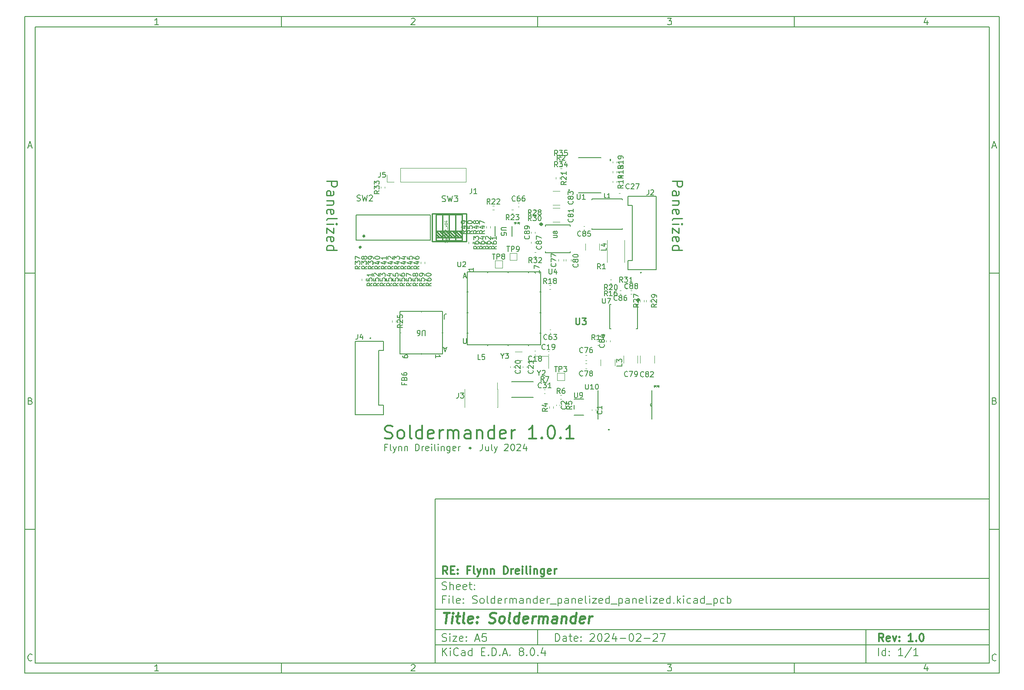
<source format=gbr>
%TF.GenerationSoftware,KiCad,Pcbnew,8.0.4*%
%TF.CreationDate,2024-07-26T00:04:38-07:00*%
%TF.ProjectId,Soldermander_panelized_panelized,536f6c64-6572-46d6-916e-6465725f7061,1.0*%
%TF.SameCoordinates,Original*%
%TF.FileFunction,Legend,Top*%
%TF.FilePolarity,Positive*%
%FSLAX46Y46*%
G04 Gerber Fmt 4.6, Leading zero omitted, Abs format (unit mm)*
G04 Created by KiCad (PCBNEW 8.0.4) date 2024-07-26 00:04:38*
%MOMM*%
%LPD*%
G01*
G04 APERTURE LIST*
%ADD10C,0.100000*%
%ADD11C,0.150000*%
%ADD12C,0.300000*%
%ADD13C,0.400000*%
%ADD14C,0.200000*%
%ADD15C,0.250000*%
%ADD16C,0.154432*%
%ADD17C,0.152000*%
%ADD18C,0.076000*%
%ADD19C,0.254000*%
%ADD20C,0.120000*%
%ADD21C,0.152400*%
%ADD22C,0.000000*%
%ADD23C,0.381000*%
%ADD24C,0.127000*%
%ADD25C,0.025400*%
%ADD26C,0.203200*%
G04 APERTURE END LIST*
D10*
D11*
X90007200Y-104005800D02*
X198007200Y-104005800D01*
X198007200Y-136005800D01*
X90007200Y-136005800D01*
X90007200Y-104005800D01*
D10*
D11*
X10000000Y-10000000D02*
X200007200Y-10000000D01*
X200007200Y-138005800D01*
X10000000Y-138005800D01*
X10000000Y-10000000D01*
D10*
D11*
X12000000Y-12000000D02*
X198007200Y-12000000D01*
X198007200Y-136005800D01*
X12000000Y-136005800D01*
X12000000Y-12000000D01*
D10*
D11*
X60000000Y-12000000D02*
X60000000Y-10000000D01*
D10*
D11*
X110000000Y-12000000D02*
X110000000Y-10000000D01*
D10*
D11*
X160000000Y-12000000D02*
X160000000Y-10000000D01*
D10*
D11*
X36089160Y-11593604D02*
X35346303Y-11593604D01*
X35717731Y-11593604D02*
X35717731Y-10293604D01*
X35717731Y-10293604D02*
X35593922Y-10479319D01*
X35593922Y-10479319D02*
X35470112Y-10603128D01*
X35470112Y-10603128D02*
X35346303Y-10665033D01*
D10*
D11*
X85346303Y-10417414D02*
X85408207Y-10355509D01*
X85408207Y-10355509D02*
X85532017Y-10293604D01*
X85532017Y-10293604D02*
X85841541Y-10293604D01*
X85841541Y-10293604D02*
X85965350Y-10355509D01*
X85965350Y-10355509D02*
X86027255Y-10417414D01*
X86027255Y-10417414D02*
X86089160Y-10541223D01*
X86089160Y-10541223D02*
X86089160Y-10665033D01*
X86089160Y-10665033D02*
X86027255Y-10850747D01*
X86027255Y-10850747D02*
X85284398Y-11593604D01*
X85284398Y-11593604D02*
X86089160Y-11593604D01*
D10*
D11*
X135284398Y-10293604D02*
X136089160Y-10293604D01*
X136089160Y-10293604D02*
X135655826Y-10788842D01*
X135655826Y-10788842D02*
X135841541Y-10788842D01*
X135841541Y-10788842D02*
X135965350Y-10850747D01*
X135965350Y-10850747D02*
X136027255Y-10912652D01*
X136027255Y-10912652D02*
X136089160Y-11036461D01*
X136089160Y-11036461D02*
X136089160Y-11345985D01*
X136089160Y-11345985D02*
X136027255Y-11469795D01*
X136027255Y-11469795D02*
X135965350Y-11531700D01*
X135965350Y-11531700D02*
X135841541Y-11593604D01*
X135841541Y-11593604D02*
X135470112Y-11593604D01*
X135470112Y-11593604D02*
X135346303Y-11531700D01*
X135346303Y-11531700D02*
X135284398Y-11469795D01*
D10*
D11*
X185965350Y-10726938D02*
X185965350Y-11593604D01*
X185655826Y-10231700D02*
X185346303Y-11160271D01*
X185346303Y-11160271D02*
X186151064Y-11160271D01*
D10*
D11*
X60000000Y-136005800D02*
X60000000Y-138005800D01*
D10*
D11*
X110000000Y-136005800D02*
X110000000Y-138005800D01*
D10*
D11*
X160000000Y-136005800D02*
X160000000Y-138005800D01*
D10*
D11*
X36089160Y-137599404D02*
X35346303Y-137599404D01*
X35717731Y-137599404D02*
X35717731Y-136299404D01*
X35717731Y-136299404D02*
X35593922Y-136485119D01*
X35593922Y-136485119D02*
X35470112Y-136608928D01*
X35470112Y-136608928D02*
X35346303Y-136670833D01*
D10*
D11*
X85346303Y-136423214D02*
X85408207Y-136361309D01*
X85408207Y-136361309D02*
X85532017Y-136299404D01*
X85532017Y-136299404D02*
X85841541Y-136299404D01*
X85841541Y-136299404D02*
X85965350Y-136361309D01*
X85965350Y-136361309D02*
X86027255Y-136423214D01*
X86027255Y-136423214D02*
X86089160Y-136547023D01*
X86089160Y-136547023D02*
X86089160Y-136670833D01*
X86089160Y-136670833D02*
X86027255Y-136856547D01*
X86027255Y-136856547D02*
X85284398Y-137599404D01*
X85284398Y-137599404D02*
X86089160Y-137599404D01*
D10*
D11*
X135284398Y-136299404D02*
X136089160Y-136299404D01*
X136089160Y-136299404D02*
X135655826Y-136794642D01*
X135655826Y-136794642D02*
X135841541Y-136794642D01*
X135841541Y-136794642D02*
X135965350Y-136856547D01*
X135965350Y-136856547D02*
X136027255Y-136918452D01*
X136027255Y-136918452D02*
X136089160Y-137042261D01*
X136089160Y-137042261D02*
X136089160Y-137351785D01*
X136089160Y-137351785D02*
X136027255Y-137475595D01*
X136027255Y-137475595D02*
X135965350Y-137537500D01*
X135965350Y-137537500D02*
X135841541Y-137599404D01*
X135841541Y-137599404D02*
X135470112Y-137599404D01*
X135470112Y-137599404D02*
X135346303Y-137537500D01*
X135346303Y-137537500D02*
X135284398Y-137475595D01*
D10*
D11*
X185965350Y-136732738D02*
X185965350Y-137599404D01*
X185655826Y-136237500D02*
X185346303Y-137166071D01*
X185346303Y-137166071D02*
X186151064Y-137166071D01*
D10*
D11*
X10000000Y-60000000D02*
X12000000Y-60000000D01*
D10*
D11*
X10000000Y-110000000D02*
X12000000Y-110000000D01*
D10*
D11*
X10690476Y-35222176D02*
X11309523Y-35222176D01*
X10566666Y-35593604D02*
X10999999Y-34293604D01*
X10999999Y-34293604D02*
X11433333Y-35593604D01*
D10*
D11*
X11092857Y-84912652D02*
X11278571Y-84974557D01*
X11278571Y-84974557D02*
X11340476Y-85036461D01*
X11340476Y-85036461D02*
X11402380Y-85160271D01*
X11402380Y-85160271D02*
X11402380Y-85345985D01*
X11402380Y-85345985D02*
X11340476Y-85469795D01*
X11340476Y-85469795D02*
X11278571Y-85531700D01*
X11278571Y-85531700D02*
X11154761Y-85593604D01*
X11154761Y-85593604D02*
X10659523Y-85593604D01*
X10659523Y-85593604D02*
X10659523Y-84293604D01*
X10659523Y-84293604D02*
X11092857Y-84293604D01*
X11092857Y-84293604D02*
X11216666Y-84355509D01*
X11216666Y-84355509D02*
X11278571Y-84417414D01*
X11278571Y-84417414D02*
X11340476Y-84541223D01*
X11340476Y-84541223D02*
X11340476Y-84665033D01*
X11340476Y-84665033D02*
X11278571Y-84788842D01*
X11278571Y-84788842D02*
X11216666Y-84850747D01*
X11216666Y-84850747D02*
X11092857Y-84912652D01*
X11092857Y-84912652D02*
X10659523Y-84912652D01*
D10*
D11*
X11402380Y-135469795D02*
X11340476Y-135531700D01*
X11340476Y-135531700D02*
X11154761Y-135593604D01*
X11154761Y-135593604D02*
X11030952Y-135593604D01*
X11030952Y-135593604D02*
X10845238Y-135531700D01*
X10845238Y-135531700D02*
X10721428Y-135407890D01*
X10721428Y-135407890D02*
X10659523Y-135284080D01*
X10659523Y-135284080D02*
X10597619Y-135036461D01*
X10597619Y-135036461D02*
X10597619Y-134850747D01*
X10597619Y-134850747D02*
X10659523Y-134603128D01*
X10659523Y-134603128D02*
X10721428Y-134479319D01*
X10721428Y-134479319D02*
X10845238Y-134355509D01*
X10845238Y-134355509D02*
X11030952Y-134293604D01*
X11030952Y-134293604D02*
X11154761Y-134293604D01*
X11154761Y-134293604D02*
X11340476Y-134355509D01*
X11340476Y-134355509D02*
X11402380Y-134417414D01*
D10*
D11*
X200007200Y-60000000D02*
X198007200Y-60000000D01*
D10*
D11*
X200007200Y-110000000D02*
X198007200Y-110000000D01*
D10*
D11*
X198697676Y-35222176D02*
X199316723Y-35222176D01*
X198573866Y-35593604D02*
X199007199Y-34293604D01*
X199007199Y-34293604D02*
X199440533Y-35593604D01*
D10*
D11*
X199100057Y-84912652D02*
X199285771Y-84974557D01*
X199285771Y-84974557D02*
X199347676Y-85036461D01*
X199347676Y-85036461D02*
X199409580Y-85160271D01*
X199409580Y-85160271D02*
X199409580Y-85345985D01*
X199409580Y-85345985D02*
X199347676Y-85469795D01*
X199347676Y-85469795D02*
X199285771Y-85531700D01*
X199285771Y-85531700D02*
X199161961Y-85593604D01*
X199161961Y-85593604D02*
X198666723Y-85593604D01*
X198666723Y-85593604D02*
X198666723Y-84293604D01*
X198666723Y-84293604D02*
X199100057Y-84293604D01*
X199100057Y-84293604D02*
X199223866Y-84355509D01*
X199223866Y-84355509D02*
X199285771Y-84417414D01*
X199285771Y-84417414D02*
X199347676Y-84541223D01*
X199347676Y-84541223D02*
X199347676Y-84665033D01*
X199347676Y-84665033D02*
X199285771Y-84788842D01*
X199285771Y-84788842D02*
X199223866Y-84850747D01*
X199223866Y-84850747D02*
X199100057Y-84912652D01*
X199100057Y-84912652D02*
X198666723Y-84912652D01*
D10*
D11*
X199409580Y-135469795D02*
X199347676Y-135531700D01*
X199347676Y-135531700D02*
X199161961Y-135593604D01*
X199161961Y-135593604D02*
X199038152Y-135593604D01*
X199038152Y-135593604D02*
X198852438Y-135531700D01*
X198852438Y-135531700D02*
X198728628Y-135407890D01*
X198728628Y-135407890D02*
X198666723Y-135284080D01*
X198666723Y-135284080D02*
X198604819Y-135036461D01*
X198604819Y-135036461D02*
X198604819Y-134850747D01*
X198604819Y-134850747D02*
X198666723Y-134603128D01*
X198666723Y-134603128D02*
X198728628Y-134479319D01*
X198728628Y-134479319D02*
X198852438Y-134355509D01*
X198852438Y-134355509D02*
X199038152Y-134293604D01*
X199038152Y-134293604D02*
X199161961Y-134293604D01*
X199161961Y-134293604D02*
X199347676Y-134355509D01*
X199347676Y-134355509D02*
X199409580Y-134417414D01*
D10*
D11*
X113463026Y-131791928D02*
X113463026Y-130291928D01*
X113463026Y-130291928D02*
X113820169Y-130291928D01*
X113820169Y-130291928D02*
X114034455Y-130363357D01*
X114034455Y-130363357D02*
X114177312Y-130506214D01*
X114177312Y-130506214D02*
X114248741Y-130649071D01*
X114248741Y-130649071D02*
X114320169Y-130934785D01*
X114320169Y-130934785D02*
X114320169Y-131149071D01*
X114320169Y-131149071D02*
X114248741Y-131434785D01*
X114248741Y-131434785D02*
X114177312Y-131577642D01*
X114177312Y-131577642D02*
X114034455Y-131720500D01*
X114034455Y-131720500D02*
X113820169Y-131791928D01*
X113820169Y-131791928D02*
X113463026Y-131791928D01*
X115605884Y-131791928D02*
X115605884Y-131006214D01*
X115605884Y-131006214D02*
X115534455Y-130863357D01*
X115534455Y-130863357D02*
X115391598Y-130791928D01*
X115391598Y-130791928D02*
X115105884Y-130791928D01*
X115105884Y-130791928D02*
X114963026Y-130863357D01*
X115605884Y-131720500D02*
X115463026Y-131791928D01*
X115463026Y-131791928D02*
X115105884Y-131791928D01*
X115105884Y-131791928D02*
X114963026Y-131720500D01*
X114963026Y-131720500D02*
X114891598Y-131577642D01*
X114891598Y-131577642D02*
X114891598Y-131434785D01*
X114891598Y-131434785D02*
X114963026Y-131291928D01*
X114963026Y-131291928D02*
X115105884Y-131220500D01*
X115105884Y-131220500D02*
X115463026Y-131220500D01*
X115463026Y-131220500D02*
X115605884Y-131149071D01*
X116105884Y-130791928D02*
X116677312Y-130791928D01*
X116320169Y-130291928D02*
X116320169Y-131577642D01*
X116320169Y-131577642D02*
X116391598Y-131720500D01*
X116391598Y-131720500D02*
X116534455Y-131791928D01*
X116534455Y-131791928D02*
X116677312Y-131791928D01*
X117748741Y-131720500D02*
X117605884Y-131791928D01*
X117605884Y-131791928D02*
X117320170Y-131791928D01*
X117320170Y-131791928D02*
X117177312Y-131720500D01*
X117177312Y-131720500D02*
X117105884Y-131577642D01*
X117105884Y-131577642D02*
X117105884Y-131006214D01*
X117105884Y-131006214D02*
X117177312Y-130863357D01*
X117177312Y-130863357D02*
X117320170Y-130791928D01*
X117320170Y-130791928D02*
X117605884Y-130791928D01*
X117605884Y-130791928D02*
X117748741Y-130863357D01*
X117748741Y-130863357D02*
X117820170Y-131006214D01*
X117820170Y-131006214D02*
X117820170Y-131149071D01*
X117820170Y-131149071D02*
X117105884Y-131291928D01*
X118463026Y-131649071D02*
X118534455Y-131720500D01*
X118534455Y-131720500D02*
X118463026Y-131791928D01*
X118463026Y-131791928D02*
X118391598Y-131720500D01*
X118391598Y-131720500D02*
X118463026Y-131649071D01*
X118463026Y-131649071D02*
X118463026Y-131791928D01*
X118463026Y-130863357D02*
X118534455Y-130934785D01*
X118534455Y-130934785D02*
X118463026Y-131006214D01*
X118463026Y-131006214D02*
X118391598Y-130934785D01*
X118391598Y-130934785D02*
X118463026Y-130863357D01*
X118463026Y-130863357D02*
X118463026Y-131006214D01*
X120248741Y-130434785D02*
X120320169Y-130363357D01*
X120320169Y-130363357D02*
X120463027Y-130291928D01*
X120463027Y-130291928D02*
X120820169Y-130291928D01*
X120820169Y-130291928D02*
X120963027Y-130363357D01*
X120963027Y-130363357D02*
X121034455Y-130434785D01*
X121034455Y-130434785D02*
X121105884Y-130577642D01*
X121105884Y-130577642D02*
X121105884Y-130720500D01*
X121105884Y-130720500D02*
X121034455Y-130934785D01*
X121034455Y-130934785D02*
X120177312Y-131791928D01*
X120177312Y-131791928D02*
X121105884Y-131791928D01*
X122034455Y-130291928D02*
X122177312Y-130291928D01*
X122177312Y-130291928D02*
X122320169Y-130363357D01*
X122320169Y-130363357D02*
X122391598Y-130434785D01*
X122391598Y-130434785D02*
X122463026Y-130577642D01*
X122463026Y-130577642D02*
X122534455Y-130863357D01*
X122534455Y-130863357D02*
X122534455Y-131220500D01*
X122534455Y-131220500D02*
X122463026Y-131506214D01*
X122463026Y-131506214D02*
X122391598Y-131649071D01*
X122391598Y-131649071D02*
X122320169Y-131720500D01*
X122320169Y-131720500D02*
X122177312Y-131791928D01*
X122177312Y-131791928D02*
X122034455Y-131791928D01*
X122034455Y-131791928D02*
X121891598Y-131720500D01*
X121891598Y-131720500D02*
X121820169Y-131649071D01*
X121820169Y-131649071D02*
X121748740Y-131506214D01*
X121748740Y-131506214D02*
X121677312Y-131220500D01*
X121677312Y-131220500D02*
X121677312Y-130863357D01*
X121677312Y-130863357D02*
X121748740Y-130577642D01*
X121748740Y-130577642D02*
X121820169Y-130434785D01*
X121820169Y-130434785D02*
X121891598Y-130363357D01*
X121891598Y-130363357D02*
X122034455Y-130291928D01*
X123105883Y-130434785D02*
X123177311Y-130363357D01*
X123177311Y-130363357D02*
X123320169Y-130291928D01*
X123320169Y-130291928D02*
X123677311Y-130291928D01*
X123677311Y-130291928D02*
X123820169Y-130363357D01*
X123820169Y-130363357D02*
X123891597Y-130434785D01*
X123891597Y-130434785D02*
X123963026Y-130577642D01*
X123963026Y-130577642D02*
X123963026Y-130720500D01*
X123963026Y-130720500D02*
X123891597Y-130934785D01*
X123891597Y-130934785D02*
X123034454Y-131791928D01*
X123034454Y-131791928D02*
X123963026Y-131791928D01*
X125248740Y-130791928D02*
X125248740Y-131791928D01*
X124891597Y-130220500D02*
X124534454Y-131291928D01*
X124534454Y-131291928D02*
X125463025Y-131291928D01*
X126034453Y-131220500D02*
X127177311Y-131220500D01*
X128177311Y-130291928D02*
X128320168Y-130291928D01*
X128320168Y-130291928D02*
X128463025Y-130363357D01*
X128463025Y-130363357D02*
X128534454Y-130434785D01*
X128534454Y-130434785D02*
X128605882Y-130577642D01*
X128605882Y-130577642D02*
X128677311Y-130863357D01*
X128677311Y-130863357D02*
X128677311Y-131220500D01*
X128677311Y-131220500D02*
X128605882Y-131506214D01*
X128605882Y-131506214D02*
X128534454Y-131649071D01*
X128534454Y-131649071D02*
X128463025Y-131720500D01*
X128463025Y-131720500D02*
X128320168Y-131791928D01*
X128320168Y-131791928D02*
X128177311Y-131791928D01*
X128177311Y-131791928D02*
X128034454Y-131720500D01*
X128034454Y-131720500D02*
X127963025Y-131649071D01*
X127963025Y-131649071D02*
X127891596Y-131506214D01*
X127891596Y-131506214D02*
X127820168Y-131220500D01*
X127820168Y-131220500D02*
X127820168Y-130863357D01*
X127820168Y-130863357D02*
X127891596Y-130577642D01*
X127891596Y-130577642D02*
X127963025Y-130434785D01*
X127963025Y-130434785D02*
X128034454Y-130363357D01*
X128034454Y-130363357D02*
X128177311Y-130291928D01*
X129248739Y-130434785D02*
X129320167Y-130363357D01*
X129320167Y-130363357D02*
X129463025Y-130291928D01*
X129463025Y-130291928D02*
X129820167Y-130291928D01*
X129820167Y-130291928D02*
X129963025Y-130363357D01*
X129963025Y-130363357D02*
X130034453Y-130434785D01*
X130034453Y-130434785D02*
X130105882Y-130577642D01*
X130105882Y-130577642D02*
X130105882Y-130720500D01*
X130105882Y-130720500D02*
X130034453Y-130934785D01*
X130034453Y-130934785D02*
X129177310Y-131791928D01*
X129177310Y-131791928D02*
X130105882Y-131791928D01*
X130748738Y-131220500D02*
X131891596Y-131220500D01*
X132534453Y-130434785D02*
X132605881Y-130363357D01*
X132605881Y-130363357D02*
X132748739Y-130291928D01*
X132748739Y-130291928D02*
X133105881Y-130291928D01*
X133105881Y-130291928D02*
X133248739Y-130363357D01*
X133248739Y-130363357D02*
X133320167Y-130434785D01*
X133320167Y-130434785D02*
X133391596Y-130577642D01*
X133391596Y-130577642D02*
X133391596Y-130720500D01*
X133391596Y-130720500D02*
X133320167Y-130934785D01*
X133320167Y-130934785D02*
X132463024Y-131791928D01*
X132463024Y-131791928D02*
X133391596Y-131791928D01*
X133891595Y-130291928D02*
X134891595Y-130291928D01*
X134891595Y-130291928D02*
X134248738Y-131791928D01*
D10*
D11*
X90007200Y-132505800D02*
X198007200Y-132505800D01*
D10*
D11*
X91463026Y-134591928D02*
X91463026Y-133091928D01*
X92320169Y-134591928D02*
X91677312Y-133734785D01*
X92320169Y-133091928D02*
X91463026Y-133949071D01*
X92963026Y-134591928D02*
X92963026Y-133591928D01*
X92963026Y-133091928D02*
X92891598Y-133163357D01*
X92891598Y-133163357D02*
X92963026Y-133234785D01*
X92963026Y-133234785D02*
X93034455Y-133163357D01*
X93034455Y-133163357D02*
X92963026Y-133091928D01*
X92963026Y-133091928D02*
X92963026Y-133234785D01*
X94534455Y-134449071D02*
X94463027Y-134520500D01*
X94463027Y-134520500D02*
X94248741Y-134591928D01*
X94248741Y-134591928D02*
X94105884Y-134591928D01*
X94105884Y-134591928D02*
X93891598Y-134520500D01*
X93891598Y-134520500D02*
X93748741Y-134377642D01*
X93748741Y-134377642D02*
X93677312Y-134234785D01*
X93677312Y-134234785D02*
X93605884Y-133949071D01*
X93605884Y-133949071D02*
X93605884Y-133734785D01*
X93605884Y-133734785D02*
X93677312Y-133449071D01*
X93677312Y-133449071D02*
X93748741Y-133306214D01*
X93748741Y-133306214D02*
X93891598Y-133163357D01*
X93891598Y-133163357D02*
X94105884Y-133091928D01*
X94105884Y-133091928D02*
X94248741Y-133091928D01*
X94248741Y-133091928D02*
X94463027Y-133163357D01*
X94463027Y-133163357D02*
X94534455Y-133234785D01*
X95820170Y-134591928D02*
X95820170Y-133806214D01*
X95820170Y-133806214D02*
X95748741Y-133663357D01*
X95748741Y-133663357D02*
X95605884Y-133591928D01*
X95605884Y-133591928D02*
X95320170Y-133591928D01*
X95320170Y-133591928D02*
X95177312Y-133663357D01*
X95820170Y-134520500D02*
X95677312Y-134591928D01*
X95677312Y-134591928D02*
X95320170Y-134591928D01*
X95320170Y-134591928D02*
X95177312Y-134520500D01*
X95177312Y-134520500D02*
X95105884Y-134377642D01*
X95105884Y-134377642D02*
X95105884Y-134234785D01*
X95105884Y-134234785D02*
X95177312Y-134091928D01*
X95177312Y-134091928D02*
X95320170Y-134020500D01*
X95320170Y-134020500D02*
X95677312Y-134020500D01*
X95677312Y-134020500D02*
X95820170Y-133949071D01*
X97177313Y-134591928D02*
X97177313Y-133091928D01*
X97177313Y-134520500D02*
X97034455Y-134591928D01*
X97034455Y-134591928D02*
X96748741Y-134591928D01*
X96748741Y-134591928D02*
X96605884Y-134520500D01*
X96605884Y-134520500D02*
X96534455Y-134449071D01*
X96534455Y-134449071D02*
X96463027Y-134306214D01*
X96463027Y-134306214D02*
X96463027Y-133877642D01*
X96463027Y-133877642D02*
X96534455Y-133734785D01*
X96534455Y-133734785D02*
X96605884Y-133663357D01*
X96605884Y-133663357D02*
X96748741Y-133591928D01*
X96748741Y-133591928D02*
X97034455Y-133591928D01*
X97034455Y-133591928D02*
X97177313Y-133663357D01*
X99034455Y-133806214D02*
X99534455Y-133806214D01*
X99748741Y-134591928D02*
X99034455Y-134591928D01*
X99034455Y-134591928D02*
X99034455Y-133091928D01*
X99034455Y-133091928D02*
X99748741Y-133091928D01*
X100391598Y-134449071D02*
X100463027Y-134520500D01*
X100463027Y-134520500D02*
X100391598Y-134591928D01*
X100391598Y-134591928D02*
X100320170Y-134520500D01*
X100320170Y-134520500D02*
X100391598Y-134449071D01*
X100391598Y-134449071D02*
X100391598Y-134591928D01*
X101105884Y-134591928D02*
X101105884Y-133091928D01*
X101105884Y-133091928D02*
X101463027Y-133091928D01*
X101463027Y-133091928D02*
X101677313Y-133163357D01*
X101677313Y-133163357D02*
X101820170Y-133306214D01*
X101820170Y-133306214D02*
X101891599Y-133449071D01*
X101891599Y-133449071D02*
X101963027Y-133734785D01*
X101963027Y-133734785D02*
X101963027Y-133949071D01*
X101963027Y-133949071D02*
X101891599Y-134234785D01*
X101891599Y-134234785D02*
X101820170Y-134377642D01*
X101820170Y-134377642D02*
X101677313Y-134520500D01*
X101677313Y-134520500D02*
X101463027Y-134591928D01*
X101463027Y-134591928D02*
X101105884Y-134591928D01*
X102605884Y-134449071D02*
X102677313Y-134520500D01*
X102677313Y-134520500D02*
X102605884Y-134591928D01*
X102605884Y-134591928D02*
X102534456Y-134520500D01*
X102534456Y-134520500D02*
X102605884Y-134449071D01*
X102605884Y-134449071D02*
X102605884Y-134591928D01*
X103248742Y-134163357D02*
X103963028Y-134163357D01*
X103105885Y-134591928D02*
X103605885Y-133091928D01*
X103605885Y-133091928D02*
X104105885Y-134591928D01*
X104605884Y-134449071D02*
X104677313Y-134520500D01*
X104677313Y-134520500D02*
X104605884Y-134591928D01*
X104605884Y-134591928D02*
X104534456Y-134520500D01*
X104534456Y-134520500D02*
X104605884Y-134449071D01*
X104605884Y-134449071D02*
X104605884Y-134591928D01*
X106677313Y-133734785D02*
X106534456Y-133663357D01*
X106534456Y-133663357D02*
X106463027Y-133591928D01*
X106463027Y-133591928D02*
X106391599Y-133449071D01*
X106391599Y-133449071D02*
X106391599Y-133377642D01*
X106391599Y-133377642D02*
X106463027Y-133234785D01*
X106463027Y-133234785D02*
X106534456Y-133163357D01*
X106534456Y-133163357D02*
X106677313Y-133091928D01*
X106677313Y-133091928D02*
X106963027Y-133091928D01*
X106963027Y-133091928D02*
X107105885Y-133163357D01*
X107105885Y-133163357D02*
X107177313Y-133234785D01*
X107177313Y-133234785D02*
X107248742Y-133377642D01*
X107248742Y-133377642D02*
X107248742Y-133449071D01*
X107248742Y-133449071D02*
X107177313Y-133591928D01*
X107177313Y-133591928D02*
X107105885Y-133663357D01*
X107105885Y-133663357D02*
X106963027Y-133734785D01*
X106963027Y-133734785D02*
X106677313Y-133734785D01*
X106677313Y-133734785D02*
X106534456Y-133806214D01*
X106534456Y-133806214D02*
X106463027Y-133877642D01*
X106463027Y-133877642D02*
X106391599Y-134020500D01*
X106391599Y-134020500D02*
X106391599Y-134306214D01*
X106391599Y-134306214D02*
X106463027Y-134449071D01*
X106463027Y-134449071D02*
X106534456Y-134520500D01*
X106534456Y-134520500D02*
X106677313Y-134591928D01*
X106677313Y-134591928D02*
X106963027Y-134591928D01*
X106963027Y-134591928D02*
X107105885Y-134520500D01*
X107105885Y-134520500D02*
X107177313Y-134449071D01*
X107177313Y-134449071D02*
X107248742Y-134306214D01*
X107248742Y-134306214D02*
X107248742Y-134020500D01*
X107248742Y-134020500D02*
X107177313Y-133877642D01*
X107177313Y-133877642D02*
X107105885Y-133806214D01*
X107105885Y-133806214D02*
X106963027Y-133734785D01*
X107891598Y-134449071D02*
X107963027Y-134520500D01*
X107963027Y-134520500D02*
X107891598Y-134591928D01*
X107891598Y-134591928D02*
X107820170Y-134520500D01*
X107820170Y-134520500D02*
X107891598Y-134449071D01*
X107891598Y-134449071D02*
X107891598Y-134591928D01*
X108891599Y-133091928D02*
X109034456Y-133091928D01*
X109034456Y-133091928D02*
X109177313Y-133163357D01*
X109177313Y-133163357D02*
X109248742Y-133234785D01*
X109248742Y-133234785D02*
X109320170Y-133377642D01*
X109320170Y-133377642D02*
X109391599Y-133663357D01*
X109391599Y-133663357D02*
X109391599Y-134020500D01*
X109391599Y-134020500D02*
X109320170Y-134306214D01*
X109320170Y-134306214D02*
X109248742Y-134449071D01*
X109248742Y-134449071D02*
X109177313Y-134520500D01*
X109177313Y-134520500D02*
X109034456Y-134591928D01*
X109034456Y-134591928D02*
X108891599Y-134591928D01*
X108891599Y-134591928D02*
X108748742Y-134520500D01*
X108748742Y-134520500D02*
X108677313Y-134449071D01*
X108677313Y-134449071D02*
X108605884Y-134306214D01*
X108605884Y-134306214D02*
X108534456Y-134020500D01*
X108534456Y-134020500D02*
X108534456Y-133663357D01*
X108534456Y-133663357D02*
X108605884Y-133377642D01*
X108605884Y-133377642D02*
X108677313Y-133234785D01*
X108677313Y-133234785D02*
X108748742Y-133163357D01*
X108748742Y-133163357D02*
X108891599Y-133091928D01*
X110034455Y-134449071D02*
X110105884Y-134520500D01*
X110105884Y-134520500D02*
X110034455Y-134591928D01*
X110034455Y-134591928D02*
X109963027Y-134520500D01*
X109963027Y-134520500D02*
X110034455Y-134449071D01*
X110034455Y-134449071D02*
X110034455Y-134591928D01*
X111391599Y-133591928D02*
X111391599Y-134591928D01*
X111034456Y-133020500D02*
X110677313Y-134091928D01*
X110677313Y-134091928D02*
X111605884Y-134091928D01*
D10*
D11*
X90007200Y-129505800D02*
X198007200Y-129505800D01*
D10*
D12*
X177418853Y-131784128D02*
X176918853Y-131069842D01*
X176561710Y-131784128D02*
X176561710Y-130284128D01*
X176561710Y-130284128D02*
X177133139Y-130284128D01*
X177133139Y-130284128D02*
X177275996Y-130355557D01*
X177275996Y-130355557D02*
X177347425Y-130426985D01*
X177347425Y-130426985D02*
X177418853Y-130569842D01*
X177418853Y-130569842D02*
X177418853Y-130784128D01*
X177418853Y-130784128D02*
X177347425Y-130926985D01*
X177347425Y-130926985D02*
X177275996Y-130998414D01*
X177275996Y-130998414D02*
X177133139Y-131069842D01*
X177133139Y-131069842D02*
X176561710Y-131069842D01*
X178633139Y-131712700D02*
X178490282Y-131784128D01*
X178490282Y-131784128D02*
X178204568Y-131784128D01*
X178204568Y-131784128D02*
X178061710Y-131712700D01*
X178061710Y-131712700D02*
X177990282Y-131569842D01*
X177990282Y-131569842D02*
X177990282Y-130998414D01*
X177990282Y-130998414D02*
X178061710Y-130855557D01*
X178061710Y-130855557D02*
X178204568Y-130784128D01*
X178204568Y-130784128D02*
X178490282Y-130784128D01*
X178490282Y-130784128D02*
X178633139Y-130855557D01*
X178633139Y-130855557D02*
X178704568Y-130998414D01*
X178704568Y-130998414D02*
X178704568Y-131141271D01*
X178704568Y-131141271D02*
X177990282Y-131284128D01*
X179204567Y-130784128D02*
X179561710Y-131784128D01*
X179561710Y-131784128D02*
X179918853Y-130784128D01*
X180490281Y-131641271D02*
X180561710Y-131712700D01*
X180561710Y-131712700D02*
X180490281Y-131784128D01*
X180490281Y-131784128D02*
X180418853Y-131712700D01*
X180418853Y-131712700D02*
X180490281Y-131641271D01*
X180490281Y-131641271D02*
X180490281Y-131784128D01*
X180490281Y-130855557D02*
X180561710Y-130926985D01*
X180561710Y-130926985D02*
X180490281Y-130998414D01*
X180490281Y-130998414D02*
X180418853Y-130926985D01*
X180418853Y-130926985D02*
X180490281Y-130855557D01*
X180490281Y-130855557D02*
X180490281Y-130998414D01*
X183133139Y-131784128D02*
X182275996Y-131784128D01*
X182704567Y-131784128D02*
X182704567Y-130284128D01*
X182704567Y-130284128D02*
X182561710Y-130498414D01*
X182561710Y-130498414D02*
X182418853Y-130641271D01*
X182418853Y-130641271D02*
X182275996Y-130712700D01*
X183775995Y-131641271D02*
X183847424Y-131712700D01*
X183847424Y-131712700D02*
X183775995Y-131784128D01*
X183775995Y-131784128D02*
X183704567Y-131712700D01*
X183704567Y-131712700D02*
X183775995Y-131641271D01*
X183775995Y-131641271D02*
X183775995Y-131784128D01*
X184775996Y-130284128D02*
X184918853Y-130284128D01*
X184918853Y-130284128D02*
X185061710Y-130355557D01*
X185061710Y-130355557D02*
X185133139Y-130426985D01*
X185133139Y-130426985D02*
X185204567Y-130569842D01*
X185204567Y-130569842D02*
X185275996Y-130855557D01*
X185275996Y-130855557D02*
X185275996Y-131212700D01*
X185275996Y-131212700D02*
X185204567Y-131498414D01*
X185204567Y-131498414D02*
X185133139Y-131641271D01*
X185133139Y-131641271D02*
X185061710Y-131712700D01*
X185061710Y-131712700D02*
X184918853Y-131784128D01*
X184918853Y-131784128D02*
X184775996Y-131784128D01*
X184775996Y-131784128D02*
X184633139Y-131712700D01*
X184633139Y-131712700D02*
X184561710Y-131641271D01*
X184561710Y-131641271D02*
X184490281Y-131498414D01*
X184490281Y-131498414D02*
X184418853Y-131212700D01*
X184418853Y-131212700D02*
X184418853Y-130855557D01*
X184418853Y-130855557D02*
X184490281Y-130569842D01*
X184490281Y-130569842D02*
X184561710Y-130426985D01*
X184561710Y-130426985D02*
X184633139Y-130355557D01*
X184633139Y-130355557D02*
X184775996Y-130284128D01*
D10*
D11*
X91391598Y-131720500D02*
X91605884Y-131791928D01*
X91605884Y-131791928D02*
X91963026Y-131791928D01*
X91963026Y-131791928D02*
X92105884Y-131720500D01*
X92105884Y-131720500D02*
X92177312Y-131649071D01*
X92177312Y-131649071D02*
X92248741Y-131506214D01*
X92248741Y-131506214D02*
X92248741Y-131363357D01*
X92248741Y-131363357D02*
X92177312Y-131220500D01*
X92177312Y-131220500D02*
X92105884Y-131149071D01*
X92105884Y-131149071D02*
X91963026Y-131077642D01*
X91963026Y-131077642D02*
X91677312Y-131006214D01*
X91677312Y-131006214D02*
X91534455Y-130934785D01*
X91534455Y-130934785D02*
X91463026Y-130863357D01*
X91463026Y-130863357D02*
X91391598Y-130720500D01*
X91391598Y-130720500D02*
X91391598Y-130577642D01*
X91391598Y-130577642D02*
X91463026Y-130434785D01*
X91463026Y-130434785D02*
X91534455Y-130363357D01*
X91534455Y-130363357D02*
X91677312Y-130291928D01*
X91677312Y-130291928D02*
X92034455Y-130291928D01*
X92034455Y-130291928D02*
X92248741Y-130363357D01*
X92891597Y-131791928D02*
X92891597Y-130791928D01*
X92891597Y-130291928D02*
X92820169Y-130363357D01*
X92820169Y-130363357D02*
X92891597Y-130434785D01*
X92891597Y-130434785D02*
X92963026Y-130363357D01*
X92963026Y-130363357D02*
X92891597Y-130291928D01*
X92891597Y-130291928D02*
X92891597Y-130434785D01*
X93463026Y-130791928D02*
X94248741Y-130791928D01*
X94248741Y-130791928D02*
X93463026Y-131791928D01*
X93463026Y-131791928D02*
X94248741Y-131791928D01*
X95391598Y-131720500D02*
X95248741Y-131791928D01*
X95248741Y-131791928D02*
X94963027Y-131791928D01*
X94963027Y-131791928D02*
X94820169Y-131720500D01*
X94820169Y-131720500D02*
X94748741Y-131577642D01*
X94748741Y-131577642D02*
X94748741Y-131006214D01*
X94748741Y-131006214D02*
X94820169Y-130863357D01*
X94820169Y-130863357D02*
X94963027Y-130791928D01*
X94963027Y-130791928D02*
X95248741Y-130791928D01*
X95248741Y-130791928D02*
X95391598Y-130863357D01*
X95391598Y-130863357D02*
X95463027Y-131006214D01*
X95463027Y-131006214D02*
X95463027Y-131149071D01*
X95463027Y-131149071D02*
X94748741Y-131291928D01*
X96105883Y-131649071D02*
X96177312Y-131720500D01*
X96177312Y-131720500D02*
X96105883Y-131791928D01*
X96105883Y-131791928D02*
X96034455Y-131720500D01*
X96034455Y-131720500D02*
X96105883Y-131649071D01*
X96105883Y-131649071D02*
X96105883Y-131791928D01*
X96105883Y-130863357D02*
X96177312Y-130934785D01*
X96177312Y-130934785D02*
X96105883Y-131006214D01*
X96105883Y-131006214D02*
X96034455Y-130934785D01*
X96034455Y-130934785D02*
X96105883Y-130863357D01*
X96105883Y-130863357D02*
X96105883Y-131006214D01*
X97891598Y-131363357D02*
X98605884Y-131363357D01*
X97748741Y-131791928D02*
X98248741Y-130291928D01*
X98248741Y-130291928D02*
X98748741Y-131791928D01*
X99963026Y-130291928D02*
X99248740Y-130291928D01*
X99248740Y-130291928D02*
X99177312Y-131006214D01*
X99177312Y-131006214D02*
X99248740Y-130934785D01*
X99248740Y-130934785D02*
X99391598Y-130863357D01*
X99391598Y-130863357D02*
X99748740Y-130863357D01*
X99748740Y-130863357D02*
X99891598Y-130934785D01*
X99891598Y-130934785D02*
X99963026Y-131006214D01*
X99963026Y-131006214D02*
X100034455Y-131149071D01*
X100034455Y-131149071D02*
X100034455Y-131506214D01*
X100034455Y-131506214D02*
X99963026Y-131649071D01*
X99963026Y-131649071D02*
X99891598Y-131720500D01*
X99891598Y-131720500D02*
X99748740Y-131791928D01*
X99748740Y-131791928D02*
X99391598Y-131791928D01*
X99391598Y-131791928D02*
X99248740Y-131720500D01*
X99248740Y-131720500D02*
X99177312Y-131649071D01*
D10*
D11*
X176463026Y-134591928D02*
X176463026Y-133091928D01*
X177820170Y-134591928D02*
X177820170Y-133091928D01*
X177820170Y-134520500D02*
X177677312Y-134591928D01*
X177677312Y-134591928D02*
X177391598Y-134591928D01*
X177391598Y-134591928D02*
X177248741Y-134520500D01*
X177248741Y-134520500D02*
X177177312Y-134449071D01*
X177177312Y-134449071D02*
X177105884Y-134306214D01*
X177105884Y-134306214D02*
X177105884Y-133877642D01*
X177105884Y-133877642D02*
X177177312Y-133734785D01*
X177177312Y-133734785D02*
X177248741Y-133663357D01*
X177248741Y-133663357D02*
X177391598Y-133591928D01*
X177391598Y-133591928D02*
X177677312Y-133591928D01*
X177677312Y-133591928D02*
X177820170Y-133663357D01*
X178534455Y-134449071D02*
X178605884Y-134520500D01*
X178605884Y-134520500D02*
X178534455Y-134591928D01*
X178534455Y-134591928D02*
X178463027Y-134520500D01*
X178463027Y-134520500D02*
X178534455Y-134449071D01*
X178534455Y-134449071D02*
X178534455Y-134591928D01*
X178534455Y-133663357D02*
X178605884Y-133734785D01*
X178605884Y-133734785D02*
X178534455Y-133806214D01*
X178534455Y-133806214D02*
X178463027Y-133734785D01*
X178463027Y-133734785D02*
X178534455Y-133663357D01*
X178534455Y-133663357D02*
X178534455Y-133806214D01*
X181177313Y-134591928D02*
X180320170Y-134591928D01*
X180748741Y-134591928D02*
X180748741Y-133091928D01*
X180748741Y-133091928D02*
X180605884Y-133306214D01*
X180605884Y-133306214D02*
X180463027Y-133449071D01*
X180463027Y-133449071D02*
X180320170Y-133520500D01*
X182891598Y-133020500D02*
X181605884Y-134949071D01*
X184177313Y-134591928D02*
X183320170Y-134591928D01*
X183748741Y-134591928D02*
X183748741Y-133091928D01*
X183748741Y-133091928D02*
X183605884Y-133306214D01*
X183605884Y-133306214D02*
X183463027Y-133449071D01*
X183463027Y-133449071D02*
X183320170Y-133520500D01*
D10*
D11*
X90007200Y-125505800D02*
X198007200Y-125505800D01*
D10*
D13*
X91698928Y-126210238D02*
X92841785Y-126210238D01*
X92020357Y-128210238D02*
X92270357Y-126210238D01*
X93258452Y-128210238D02*
X93425119Y-126876904D01*
X93508452Y-126210238D02*
X93401309Y-126305476D01*
X93401309Y-126305476D02*
X93484643Y-126400714D01*
X93484643Y-126400714D02*
X93591786Y-126305476D01*
X93591786Y-126305476D02*
X93508452Y-126210238D01*
X93508452Y-126210238D02*
X93484643Y-126400714D01*
X94091786Y-126876904D02*
X94853690Y-126876904D01*
X94460833Y-126210238D02*
X94246548Y-127924523D01*
X94246548Y-127924523D02*
X94317976Y-128115000D01*
X94317976Y-128115000D02*
X94496548Y-128210238D01*
X94496548Y-128210238D02*
X94687024Y-128210238D01*
X95639405Y-128210238D02*
X95460833Y-128115000D01*
X95460833Y-128115000D02*
X95389405Y-127924523D01*
X95389405Y-127924523D02*
X95603690Y-126210238D01*
X97175119Y-128115000D02*
X96972738Y-128210238D01*
X96972738Y-128210238D02*
X96591785Y-128210238D01*
X96591785Y-128210238D02*
X96413214Y-128115000D01*
X96413214Y-128115000D02*
X96341785Y-127924523D01*
X96341785Y-127924523D02*
X96437024Y-127162619D01*
X96437024Y-127162619D02*
X96556071Y-126972142D01*
X96556071Y-126972142D02*
X96758452Y-126876904D01*
X96758452Y-126876904D02*
X97139404Y-126876904D01*
X97139404Y-126876904D02*
X97317976Y-126972142D01*
X97317976Y-126972142D02*
X97389404Y-127162619D01*
X97389404Y-127162619D02*
X97365595Y-127353095D01*
X97365595Y-127353095D02*
X96389404Y-127543571D01*
X98139405Y-128019761D02*
X98222738Y-128115000D01*
X98222738Y-128115000D02*
X98115595Y-128210238D01*
X98115595Y-128210238D02*
X98032262Y-128115000D01*
X98032262Y-128115000D02*
X98139405Y-128019761D01*
X98139405Y-128019761D02*
X98115595Y-128210238D01*
X98270357Y-126972142D02*
X98353690Y-127067380D01*
X98353690Y-127067380D02*
X98246548Y-127162619D01*
X98246548Y-127162619D02*
X98163214Y-127067380D01*
X98163214Y-127067380D02*
X98270357Y-126972142D01*
X98270357Y-126972142D02*
X98246548Y-127162619D01*
X100508453Y-128115000D02*
X100782262Y-128210238D01*
X100782262Y-128210238D02*
X101258453Y-128210238D01*
X101258453Y-128210238D02*
X101460834Y-128115000D01*
X101460834Y-128115000D02*
X101567977Y-128019761D01*
X101567977Y-128019761D02*
X101687024Y-127829285D01*
X101687024Y-127829285D02*
X101710834Y-127638809D01*
X101710834Y-127638809D02*
X101639405Y-127448333D01*
X101639405Y-127448333D02*
X101556072Y-127353095D01*
X101556072Y-127353095D02*
X101377501Y-127257857D01*
X101377501Y-127257857D02*
X101008453Y-127162619D01*
X101008453Y-127162619D02*
X100829881Y-127067380D01*
X100829881Y-127067380D02*
X100746548Y-126972142D01*
X100746548Y-126972142D02*
X100675120Y-126781666D01*
X100675120Y-126781666D02*
X100698929Y-126591190D01*
X100698929Y-126591190D02*
X100817977Y-126400714D01*
X100817977Y-126400714D02*
X100925120Y-126305476D01*
X100925120Y-126305476D02*
X101127501Y-126210238D01*
X101127501Y-126210238D02*
X101603691Y-126210238D01*
X101603691Y-126210238D02*
X101877501Y-126305476D01*
X102782263Y-128210238D02*
X102603691Y-128115000D01*
X102603691Y-128115000D02*
X102520358Y-128019761D01*
X102520358Y-128019761D02*
X102448929Y-127829285D01*
X102448929Y-127829285D02*
X102520358Y-127257857D01*
X102520358Y-127257857D02*
X102639405Y-127067380D01*
X102639405Y-127067380D02*
X102746548Y-126972142D01*
X102746548Y-126972142D02*
X102948929Y-126876904D01*
X102948929Y-126876904D02*
X103234643Y-126876904D01*
X103234643Y-126876904D02*
X103413215Y-126972142D01*
X103413215Y-126972142D02*
X103496548Y-127067380D01*
X103496548Y-127067380D02*
X103567977Y-127257857D01*
X103567977Y-127257857D02*
X103496548Y-127829285D01*
X103496548Y-127829285D02*
X103377501Y-128019761D01*
X103377501Y-128019761D02*
X103270358Y-128115000D01*
X103270358Y-128115000D02*
X103067977Y-128210238D01*
X103067977Y-128210238D02*
X102782263Y-128210238D01*
X104591787Y-128210238D02*
X104413215Y-128115000D01*
X104413215Y-128115000D02*
X104341787Y-127924523D01*
X104341787Y-127924523D02*
X104556072Y-126210238D01*
X106210834Y-128210238D02*
X106460834Y-126210238D01*
X106222739Y-128115000D02*
X106020358Y-128210238D01*
X106020358Y-128210238D02*
X105639406Y-128210238D01*
X105639406Y-128210238D02*
X105460834Y-128115000D01*
X105460834Y-128115000D02*
X105377501Y-128019761D01*
X105377501Y-128019761D02*
X105306072Y-127829285D01*
X105306072Y-127829285D02*
X105377501Y-127257857D01*
X105377501Y-127257857D02*
X105496548Y-127067380D01*
X105496548Y-127067380D02*
X105603691Y-126972142D01*
X105603691Y-126972142D02*
X105806072Y-126876904D01*
X105806072Y-126876904D02*
X106187025Y-126876904D01*
X106187025Y-126876904D02*
X106365596Y-126972142D01*
X107937025Y-128115000D02*
X107734644Y-128210238D01*
X107734644Y-128210238D02*
X107353691Y-128210238D01*
X107353691Y-128210238D02*
X107175120Y-128115000D01*
X107175120Y-128115000D02*
X107103691Y-127924523D01*
X107103691Y-127924523D02*
X107198930Y-127162619D01*
X107198930Y-127162619D02*
X107317977Y-126972142D01*
X107317977Y-126972142D02*
X107520358Y-126876904D01*
X107520358Y-126876904D02*
X107901310Y-126876904D01*
X107901310Y-126876904D02*
X108079882Y-126972142D01*
X108079882Y-126972142D02*
X108151310Y-127162619D01*
X108151310Y-127162619D02*
X108127501Y-127353095D01*
X108127501Y-127353095D02*
X107151310Y-127543571D01*
X108877501Y-128210238D02*
X109044168Y-126876904D01*
X108996549Y-127257857D02*
X109115596Y-127067380D01*
X109115596Y-127067380D02*
X109222739Y-126972142D01*
X109222739Y-126972142D02*
X109425120Y-126876904D01*
X109425120Y-126876904D02*
X109615596Y-126876904D01*
X110115596Y-128210238D02*
X110282263Y-126876904D01*
X110258453Y-127067380D02*
X110365596Y-126972142D01*
X110365596Y-126972142D02*
X110567977Y-126876904D01*
X110567977Y-126876904D02*
X110853691Y-126876904D01*
X110853691Y-126876904D02*
X111032263Y-126972142D01*
X111032263Y-126972142D02*
X111103691Y-127162619D01*
X111103691Y-127162619D02*
X110972739Y-128210238D01*
X111103691Y-127162619D02*
X111222739Y-126972142D01*
X111222739Y-126972142D02*
X111425120Y-126876904D01*
X111425120Y-126876904D02*
X111710834Y-126876904D01*
X111710834Y-126876904D02*
X111889406Y-126972142D01*
X111889406Y-126972142D02*
X111960834Y-127162619D01*
X111960834Y-127162619D02*
X111829882Y-128210238D01*
X113639406Y-128210238D02*
X113770358Y-127162619D01*
X113770358Y-127162619D02*
X113698930Y-126972142D01*
X113698930Y-126972142D02*
X113520358Y-126876904D01*
X113520358Y-126876904D02*
X113139406Y-126876904D01*
X113139406Y-126876904D02*
X112937025Y-126972142D01*
X113651311Y-128115000D02*
X113448930Y-128210238D01*
X113448930Y-128210238D02*
X112972739Y-128210238D01*
X112972739Y-128210238D02*
X112794168Y-128115000D01*
X112794168Y-128115000D02*
X112722739Y-127924523D01*
X112722739Y-127924523D02*
X112746549Y-127734047D01*
X112746549Y-127734047D02*
X112865597Y-127543571D01*
X112865597Y-127543571D02*
X113067978Y-127448333D01*
X113067978Y-127448333D02*
X113544168Y-127448333D01*
X113544168Y-127448333D02*
X113746549Y-127353095D01*
X114758454Y-126876904D02*
X114591787Y-128210238D01*
X114734644Y-127067380D02*
X114841787Y-126972142D01*
X114841787Y-126972142D02*
X115044168Y-126876904D01*
X115044168Y-126876904D02*
X115329882Y-126876904D01*
X115329882Y-126876904D02*
X115508454Y-126972142D01*
X115508454Y-126972142D02*
X115579882Y-127162619D01*
X115579882Y-127162619D02*
X115448930Y-128210238D01*
X117258454Y-128210238D02*
X117508454Y-126210238D01*
X117270359Y-128115000D02*
X117067978Y-128210238D01*
X117067978Y-128210238D02*
X116687026Y-128210238D01*
X116687026Y-128210238D02*
X116508454Y-128115000D01*
X116508454Y-128115000D02*
X116425121Y-128019761D01*
X116425121Y-128019761D02*
X116353692Y-127829285D01*
X116353692Y-127829285D02*
X116425121Y-127257857D01*
X116425121Y-127257857D02*
X116544168Y-127067380D01*
X116544168Y-127067380D02*
X116651311Y-126972142D01*
X116651311Y-126972142D02*
X116853692Y-126876904D01*
X116853692Y-126876904D02*
X117234645Y-126876904D01*
X117234645Y-126876904D02*
X117413216Y-126972142D01*
X118984645Y-128115000D02*
X118782264Y-128210238D01*
X118782264Y-128210238D02*
X118401311Y-128210238D01*
X118401311Y-128210238D02*
X118222740Y-128115000D01*
X118222740Y-128115000D02*
X118151311Y-127924523D01*
X118151311Y-127924523D02*
X118246550Y-127162619D01*
X118246550Y-127162619D02*
X118365597Y-126972142D01*
X118365597Y-126972142D02*
X118567978Y-126876904D01*
X118567978Y-126876904D02*
X118948930Y-126876904D01*
X118948930Y-126876904D02*
X119127502Y-126972142D01*
X119127502Y-126972142D02*
X119198930Y-127162619D01*
X119198930Y-127162619D02*
X119175121Y-127353095D01*
X119175121Y-127353095D02*
X118198930Y-127543571D01*
X119925121Y-128210238D02*
X120091788Y-126876904D01*
X120044169Y-127257857D02*
X120163216Y-127067380D01*
X120163216Y-127067380D02*
X120270359Y-126972142D01*
X120270359Y-126972142D02*
X120472740Y-126876904D01*
X120472740Y-126876904D02*
X120663216Y-126876904D01*
D10*
D11*
X91963026Y-123606214D02*
X91463026Y-123606214D01*
X91463026Y-124391928D02*
X91463026Y-122891928D01*
X91463026Y-122891928D02*
X92177312Y-122891928D01*
X92748740Y-124391928D02*
X92748740Y-123391928D01*
X92748740Y-122891928D02*
X92677312Y-122963357D01*
X92677312Y-122963357D02*
X92748740Y-123034785D01*
X92748740Y-123034785D02*
X92820169Y-122963357D01*
X92820169Y-122963357D02*
X92748740Y-122891928D01*
X92748740Y-122891928D02*
X92748740Y-123034785D01*
X93677312Y-124391928D02*
X93534455Y-124320500D01*
X93534455Y-124320500D02*
X93463026Y-124177642D01*
X93463026Y-124177642D02*
X93463026Y-122891928D01*
X94820169Y-124320500D02*
X94677312Y-124391928D01*
X94677312Y-124391928D02*
X94391598Y-124391928D01*
X94391598Y-124391928D02*
X94248740Y-124320500D01*
X94248740Y-124320500D02*
X94177312Y-124177642D01*
X94177312Y-124177642D02*
X94177312Y-123606214D01*
X94177312Y-123606214D02*
X94248740Y-123463357D01*
X94248740Y-123463357D02*
X94391598Y-123391928D01*
X94391598Y-123391928D02*
X94677312Y-123391928D01*
X94677312Y-123391928D02*
X94820169Y-123463357D01*
X94820169Y-123463357D02*
X94891598Y-123606214D01*
X94891598Y-123606214D02*
X94891598Y-123749071D01*
X94891598Y-123749071D02*
X94177312Y-123891928D01*
X95534454Y-124249071D02*
X95605883Y-124320500D01*
X95605883Y-124320500D02*
X95534454Y-124391928D01*
X95534454Y-124391928D02*
X95463026Y-124320500D01*
X95463026Y-124320500D02*
X95534454Y-124249071D01*
X95534454Y-124249071D02*
X95534454Y-124391928D01*
X95534454Y-123463357D02*
X95605883Y-123534785D01*
X95605883Y-123534785D02*
X95534454Y-123606214D01*
X95534454Y-123606214D02*
X95463026Y-123534785D01*
X95463026Y-123534785D02*
X95534454Y-123463357D01*
X95534454Y-123463357D02*
X95534454Y-123606214D01*
X97320169Y-124320500D02*
X97534455Y-124391928D01*
X97534455Y-124391928D02*
X97891597Y-124391928D01*
X97891597Y-124391928D02*
X98034455Y-124320500D01*
X98034455Y-124320500D02*
X98105883Y-124249071D01*
X98105883Y-124249071D02*
X98177312Y-124106214D01*
X98177312Y-124106214D02*
X98177312Y-123963357D01*
X98177312Y-123963357D02*
X98105883Y-123820500D01*
X98105883Y-123820500D02*
X98034455Y-123749071D01*
X98034455Y-123749071D02*
X97891597Y-123677642D01*
X97891597Y-123677642D02*
X97605883Y-123606214D01*
X97605883Y-123606214D02*
X97463026Y-123534785D01*
X97463026Y-123534785D02*
X97391597Y-123463357D01*
X97391597Y-123463357D02*
X97320169Y-123320500D01*
X97320169Y-123320500D02*
X97320169Y-123177642D01*
X97320169Y-123177642D02*
X97391597Y-123034785D01*
X97391597Y-123034785D02*
X97463026Y-122963357D01*
X97463026Y-122963357D02*
X97605883Y-122891928D01*
X97605883Y-122891928D02*
X97963026Y-122891928D01*
X97963026Y-122891928D02*
X98177312Y-122963357D01*
X99034454Y-124391928D02*
X98891597Y-124320500D01*
X98891597Y-124320500D02*
X98820168Y-124249071D01*
X98820168Y-124249071D02*
X98748740Y-124106214D01*
X98748740Y-124106214D02*
X98748740Y-123677642D01*
X98748740Y-123677642D02*
X98820168Y-123534785D01*
X98820168Y-123534785D02*
X98891597Y-123463357D01*
X98891597Y-123463357D02*
X99034454Y-123391928D01*
X99034454Y-123391928D02*
X99248740Y-123391928D01*
X99248740Y-123391928D02*
X99391597Y-123463357D01*
X99391597Y-123463357D02*
X99463026Y-123534785D01*
X99463026Y-123534785D02*
X99534454Y-123677642D01*
X99534454Y-123677642D02*
X99534454Y-124106214D01*
X99534454Y-124106214D02*
X99463026Y-124249071D01*
X99463026Y-124249071D02*
X99391597Y-124320500D01*
X99391597Y-124320500D02*
X99248740Y-124391928D01*
X99248740Y-124391928D02*
X99034454Y-124391928D01*
X100391597Y-124391928D02*
X100248740Y-124320500D01*
X100248740Y-124320500D02*
X100177311Y-124177642D01*
X100177311Y-124177642D02*
X100177311Y-122891928D01*
X101605883Y-124391928D02*
X101605883Y-122891928D01*
X101605883Y-124320500D02*
X101463025Y-124391928D01*
X101463025Y-124391928D02*
X101177311Y-124391928D01*
X101177311Y-124391928D02*
X101034454Y-124320500D01*
X101034454Y-124320500D02*
X100963025Y-124249071D01*
X100963025Y-124249071D02*
X100891597Y-124106214D01*
X100891597Y-124106214D02*
X100891597Y-123677642D01*
X100891597Y-123677642D02*
X100963025Y-123534785D01*
X100963025Y-123534785D02*
X101034454Y-123463357D01*
X101034454Y-123463357D02*
X101177311Y-123391928D01*
X101177311Y-123391928D02*
X101463025Y-123391928D01*
X101463025Y-123391928D02*
X101605883Y-123463357D01*
X102891597Y-124320500D02*
X102748740Y-124391928D01*
X102748740Y-124391928D02*
X102463026Y-124391928D01*
X102463026Y-124391928D02*
X102320168Y-124320500D01*
X102320168Y-124320500D02*
X102248740Y-124177642D01*
X102248740Y-124177642D02*
X102248740Y-123606214D01*
X102248740Y-123606214D02*
X102320168Y-123463357D01*
X102320168Y-123463357D02*
X102463026Y-123391928D01*
X102463026Y-123391928D02*
X102748740Y-123391928D01*
X102748740Y-123391928D02*
X102891597Y-123463357D01*
X102891597Y-123463357D02*
X102963026Y-123606214D01*
X102963026Y-123606214D02*
X102963026Y-123749071D01*
X102963026Y-123749071D02*
X102248740Y-123891928D01*
X103605882Y-124391928D02*
X103605882Y-123391928D01*
X103605882Y-123677642D02*
X103677311Y-123534785D01*
X103677311Y-123534785D02*
X103748740Y-123463357D01*
X103748740Y-123463357D02*
X103891597Y-123391928D01*
X103891597Y-123391928D02*
X104034454Y-123391928D01*
X104534453Y-124391928D02*
X104534453Y-123391928D01*
X104534453Y-123534785D02*
X104605882Y-123463357D01*
X104605882Y-123463357D02*
X104748739Y-123391928D01*
X104748739Y-123391928D02*
X104963025Y-123391928D01*
X104963025Y-123391928D02*
X105105882Y-123463357D01*
X105105882Y-123463357D02*
X105177311Y-123606214D01*
X105177311Y-123606214D02*
X105177311Y-124391928D01*
X105177311Y-123606214D02*
X105248739Y-123463357D01*
X105248739Y-123463357D02*
X105391596Y-123391928D01*
X105391596Y-123391928D02*
X105605882Y-123391928D01*
X105605882Y-123391928D02*
X105748739Y-123463357D01*
X105748739Y-123463357D02*
X105820168Y-123606214D01*
X105820168Y-123606214D02*
X105820168Y-124391928D01*
X107177311Y-124391928D02*
X107177311Y-123606214D01*
X107177311Y-123606214D02*
X107105882Y-123463357D01*
X107105882Y-123463357D02*
X106963025Y-123391928D01*
X106963025Y-123391928D02*
X106677311Y-123391928D01*
X106677311Y-123391928D02*
X106534453Y-123463357D01*
X107177311Y-124320500D02*
X107034453Y-124391928D01*
X107034453Y-124391928D02*
X106677311Y-124391928D01*
X106677311Y-124391928D02*
X106534453Y-124320500D01*
X106534453Y-124320500D02*
X106463025Y-124177642D01*
X106463025Y-124177642D02*
X106463025Y-124034785D01*
X106463025Y-124034785D02*
X106534453Y-123891928D01*
X106534453Y-123891928D02*
X106677311Y-123820500D01*
X106677311Y-123820500D02*
X107034453Y-123820500D01*
X107034453Y-123820500D02*
X107177311Y-123749071D01*
X107891596Y-123391928D02*
X107891596Y-124391928D01*
X107891596Y-123534785D02*
X107963025Y-123463357D01*
X107963025Y-123463357D02*
X108105882Y-123391928D01*
X108105882Y-123391928D02*
X108320168Y-123391928D01*
X108320168Y-123391928D02*
X108463025Y-123463357D01*
X108463025Y-123463357D02*
X108534454Y-123606214D01*
X108534454Y-123606214D02*
X108534454Y-124391928D01*
X109891597Y-124391928D02*
X109891597Y-122891928D01*
X109891597Y-124320500D02*
X109748739Y-124391928D01*
X109748739Y-124391928D02*
X109463025Y-124391928D01*
X109463025Y-124391928D02*
X109320168Y-124320500D01*
X109320168Y-124320500D02*
X109248739Y-124249071D01*
X109248739Y-124249071D02*
X109177311Y-124106214D01*
X109177311Y-124106214D02*
X109177311Y-123677642D01*
X109177311Y-123677642D02*
X109248739Y-123534785D01*
X109248739Y-123534785D02*
X109320168Y-123463357D01*
X109320168Y-123463357D02*
X109463025Y-123391928D01*
X109463025Y-123391928D02*
X109748739Y-123391928D01*
X109748739Y-123391928D02*
X109891597Y-123463357D01*
X111177311Y-124320500D02*
X111034454Y-124391928D01*
X111034454Y-124391928D02*
X110748740Y-124391928D01*
X110748740Y-124391928D02*
X110605882Y-124320500D01*
X110605882Y-124320500D02*
X110534454Y-124177642D01*
X110534454Y-124177642D02*
X110534454Y-123606214D01*
X110534454Y-123606214D02*
X110605882Y-123463357D01*
X110605882Y-123463357D02*
X110748740Y-123391928D01*
X110748740Y-123391928D02*
X111034454Y-123391928D01*
X111034454Y-123391928D02*
X111177311Y-123463357D01*
X111177311Y-123463357D02*
X111248740Y-123606214D01*
X111248740Y-123606214D02*
X111248740Y-123749071D01*
X111248740Y-123749071D02*
X110534454Y-123891928D01*
X111891596Y-124391928D02*
X111891596Y-123391928D01*
X111891596Y-123677642D02*
X111963025Y-123534785D01*
X111963025Y-123534785D02*
X112034454Y-123463357D01*
X112034454Y-123463357D02*
X112177311Y-123391928D01*
X112177311Y-123391928D02*
X112320168Y-123391928D01*
X112463025Y-124534785D02*
X113605882Y-124534785D01*
X113963024Y-123391928D02*
X113963024Y-124891928D01*
X113963024Y-123463357D02*
X114105882Y-123391928D01*
X114105882Y-123391928D02*
X114391596Y-123391928D01*
X114391596Y-123391928D02*
X114534453Y-123463357D01*
X114534453Y-123463357D02*
X114605882Y-123534785D01*
X114605882Y-123534785D02*
X114677310Y-123677642D01*
X114677310Y-123677642D02*
X114677310Y-124106214D01*
X114677310Y-124106214D02*
X114605882Y-124249071D01*
X114605882Y-124249071D02*
X114534453Y-124320500D01*
X114534453Y-124320500D02*
X114391596Y-124391928D01*
X114391596Y-124391928D02*
X114105882Y-124391928D01*
X114105882Y-124391928D02*
X113963024Y-124320500D01*
X115963025Y-124391928D02*
X115963025Y-123606214D01*
X115963025Y-123606214D02*
X115891596Y-123463357D01*
X115891596Y-123463357D02*
X115748739Y-123391928D01*
X115748739Y-123391928D02*
X115463025Y-123391928D01*
X115463025Y-123391928D02*
X115320167Y-123463357D01*
X115963025Y-124320500D02*
X115820167Y-124391928D01*
X115820167Y-124391928D02*
X115463025Y-124391928D01*
X115463025Y-124391928D02*
X115320167Y-124320500D01*
X115320167Y-124320500D02*
X115248739Y-124177642D01*
X115248739Y-124177642D02*
X115248739Y-124034785D01*
X115248739Y-124034785D02*
X115320167Y-123891928D01*
X115320167Y-123891928D02*
X115463025Y-123820500D01*
X115463025Y-123820500D02*
X115820167Y-123820500D01*
X115820167Y-123820500D02*
X115963025Y-123749071D01*
X116677310Y-123391928D02*
X116677310Y-124391928D01*
X116677310Y-123534785D02*
X116748739Y-123463357D01*
X116748739Y-123463357D02*
X116891596Y-123391928D01*
X116891596Y-123391928D02*
X117105882Y-123391928D01*
X117105882Y-123391928D02*
X117248739Y-123463357D01*
X117248739Y-123463357D02*
X117320168Y-123606214D01*
X117320168Y-123606214D02*
X117320168Y-124391928D01*
X118605882Y-124320500D02*
X118463025Y-124391928D01*
X118463025Y-124391928D02*
X118177311Y-124391928D01*
X118177311Y-124391928D02*
X118034453Y-124320500D01*
X118034453Y-124320500D02*
X117963025Y-124177642D01*
X117963025Y-124177642D02*
X117963025Y-123606214D01*
X117963025Y-123606214D02*
X118034453Y-123463357D01*
X118034453Y-123463357D02*
X118177311Y-123391928D01*
X118177311Y-123391928D02*
X118463025Y-123391928D01*
X118463025Y-123391928D02*
X118605882Y-123463357D01*
X118605882Y-123463357D02*
X118677311Y-123606214D01*
X118677311Y-123606214D02*
X118677311Y-123749071D01*
X118677311Y-123749071D02*
X117963025Y-123891928D01*
X119534453Y-124391928D02*
X119391596Y-124320500D01*
X119391596Y-124320500D02*
X119320167Y-124177642D01*
X119320167Y-124177642D02*
X119320167Y-122891928D01*
X120105881Y-124391928D02*
X120105881Y-123391928D01*
X120105881Y-122891928D02*
X120034453Y-122963357D01*
X120034453Y-122963357D02*
X120105881Y-123034785D01*
X120105881Y-123034785D02*
X120177310Y-122963357D01*
X120177310Y-122963357D02*
X120105881Y-122891928D01*
X120105881Y-122891928D02*
X120105881Y-123034785D01*
X120677310Y-123391928D02*
X121463025Y-123391928D01*
X121463025Y-123391928D02*
X120677310Y-124391928D01*
X120677310Y-124391928D02*
X121463025Y-124391928D01*
X122605882Y-124320500D02*
X122463025Y-124391928D01*
X122463025Y-124391928D02*
X122177311Y-124391928D01*
X122177311Y-124391928D02*
X122034453Y-124320500D01*
X122034453Y-124320500D02*
X121963025Y-124177642D01*
X121963025Y-124177642D02*
X121963025Y-123606214D01*
X121963025Y-123606214D02*
X122034453Y-123463357D01*
X122034453Y-123463357D02*
X122177311Y-123391928D01*
X122177311Y-123391928D02*
X122463025Y-123391928D01*
X122463025Y-123391928D02*
X122605882Y-123463357D01*
X122605882Y-123463357D02*
X122677311Y-123606214D01*
X122677311Y-123606214D02*
X122677311Y-123749071D01*
X122677311Y-123749071D02*
X121963025Y-123891928D01*
X123963025Y-124391928D02*
X123963025Y-122891928D01*
X123963025Y-124320500D02*
X123820167Y-124391928D01*
X123820167Y-124391928D02*
X123534453Y-124391928D01*
X123534453Y-124391928D02*
X123391596Y-124320500D01*
X123391596Y-124320500D02*
X123320167Y-124249071D01*
X123320167Y-124249071D02*
X123248739Y-124106214D01*
X123248739Y-124106214D02*
X123248739Y-123677642D01*
X123248739Y-123677642D02*
X123320167Y-123534785D01*
X123320167Y-123534785D02*
X123391596Y-123463357D01*
X123391596Y-123463357D02*
X123534453Y-123391928D01*
X123534453Y-123391928D02*
X123820167Y-123391928D01*
X123820167Y-123391928D02*
X123963025Y-123463357D01*
X124320168Y-124534785D02*
X125463025Y-124534785D01*
X125820167Y-123391928D02*
X125820167Y-124891928D01*
X125820167Y-123463357D02*
X125963025Y-123391928D01*
X125963025Y-123391928D02*
X126248739Y-123391928D01*
X126248739Y-123391928D02*
X126391596Y-123463357D01*
X126391596Y-123463357D02*
X126463025Y-123534785D01*
X126463025Y-123534785D02*
X126534453Y-123677642D01*
X126534453Y-123677642D02*
X126534453Y-124106214D01*
X126534453Y-124106214D02*
X126463025Y-124249071D01*
X126463025Y-124249071D02*
X126391596Y-124320500D01*
X126391596Y-124320500D02*
X126248739Y-124391928D01*
X126248739Y-124391928D02*
X125963025Y-124391928D01*
X125963025Y-124391928D02*
X125820167Y-124320500D01*
X127820168Y-124391928D02*
X127820168Y-123606214D01*
X127820168Y-123606214D02*
X127748739Y-123463357D01*
X127748739Y-123463357D02*
X127605882Y-123391928D01*
X127605882Y-123391928D02*
X127320168Y-123391928D01*
X127320168Y-123391928D02*
X127177310Y-123463357D01*
X127820168Y-124320500D02*
X127677310Y-124391928D01*
X127677310Y-124391928D02*
X127320168Y-124391928D01*
X127320168Y-124391928D02*
X127177310Y-124320500D01*
X127177310Y-124320500D02*
X127105882Y-124177642D01*
X127105882Y-124177642D02*
X127105882Y-124034785D01*
X127105882Y-124034785D02*
X127177310Y-123891928D01*
X127177310Y-123891928D02*
X127320168Y-123820500D01*
X127320168Y-123820500D02*
X127677310Y-123820500D01*
X127677310Y-123820500D02*
X127820168Y-123749071D01*
X128534453Y-123391928D02*
X128534453Y-124391928D01*
X128534453Y-123534785D02*
X128605882Y-123463357D01*
X128605882Y-123463357D02*
X128748739Y-123391928D01*
X128748739Y-123391928D02*
X128963025Y-123391928D01*
X128963025Y-123391928D02*
X129105882Y-123463357D01*
X129105882Y-123463357D02*
X129177311Y-123606214D01*
X129177311Y-123606214D02*
X129177311Y-124391928D01*
X130463025Y-124320500D02*
X130320168Y-124391928D01*
X130320168Y-124391928D02*
X130034454Y-124391928D01*
X130034454Y-124391928D02*
X129891596Y-124320500D01*
X129891596Y-124320500D02*
X129820168Y-124177642D01*
X129820168Y-124177642D02*
X129820168Y-123606214D01*
X129820168Y-123606214D02*
X129891596Y-123463357D01*
X129891596Y-123463357D02*
X130034454Y-123391928D01*
X130034454Y-123391928D02*
X130320168Y-123391928D01*
X130320168Y-123391928D02*
X130463025Y-123463357D01*
X130463025Y-123463357D02*
X130534454Y-123606214D01*
X130534454Y-123606214D02*
X130534454Y-123749071D01*
X130534454Y-123749071D02*
X129820168Y-123891928D01*
X131391596Y-124391928D02*
X131248739Y-124320500D01*
X131248739Y-124320500D02*
X131177310Y-124177642D01*
X131177310Y-124177642D02*
X131177310Y-122891928D01*
X131963024Y-124391928D02*
X131963024Y-123391928D01*
X131963024Y-122891928D02*
X131891596Y-122963357D01*
X131891596Y-122963357D02*
X131963024Y-123034785D01*
X131963024Y-123034785D02*
X132034453Y-122963357D01*
X132034453Y-122963357D02*
X131963024Y-122891928D01*
X131963024Y-122891928D02*
X131963024Y-123034785D01*
X132534453Y-123391928D02*
X133320168Y-123391928D01*
X133320168Y-123391928D02*
X132534453Y-124391928D01*
X132534453Y-124391928D02*
X133320168Y-124391928D01*
X134463025Y-124320500D02*
X134320168Y-124391928D01*
X134320168Y-124391928D02*
X134034454Y-124391928D01*
X134034454Y-124391928D02*
X133891596Y-124320500D01*
X133891596Y-124320500D02*
X133820168Y-124177642D01*
X133820168Y-124177642D02*
X133820168Y-123606214D01*
X133820168Y-123606214D02*
X133891596Y-123463357D01*
X133891596Y-123463357D02*
X134034454Y-123391928D01*
X134034454Y-123391928D02*
X134320168Y-123391928D01*
X134320168Y-123391928D02*
X134463025Y-123463357D01*
X134463025Y-123463357D02*
X134534454Y-123606214D01*
X134534454Y-123606214D02*
X134534454Y-123749071D01*
X134534454Y-123749071D02*
X133820168Y-123891928D01*
X135820168Y-124391928D02*
X135820168Y-122891928D01*
X135820168Y-124320500D02*
X135677310Y-124391928D01*
X135677310Y-124391928D02*
X135391596Y-124391928D01*
X135391596Y-124391928D02*
X135248739Y-124320500D01*
X135248739Y-124320500D02*
X135177310Y-124249071D01*
X135177310Y-124249071D02*
X135105882Y-124106214D01*
X135105882Y-124106214D02*
X135105882Y-123677642D01*
X135105882Y-123677642D02*
X135177310Y-123534785D01*
X135177310Y-123534785D02*
X135248739Y-123463357D01*
X135248739Y-123463357D02*
X135391596Y-123391928D01*
X135391596Y-123391928D02*
X135677310Y-123391928D01*
X135677310Y-123391928D02*
X135820168Y-123463357D01*
X136534453Y-124249071D02*
X136605882Y-124320500D01*
X136605882Y-124320500D02*
X136534453Y-124391928D01*
X136534453Y-124391928D02*
X136463025Y-124320500D01*
X136463025Y-124320500D02*
X136534453Y-124249071D01*
X136534453Y-124249071D02*
X136534453Y-124391928D01*
X137248739Y-124391928D02*
X137248739Y-122891928D01*
X137391597Y-123820500D02*
X137820168Y-124391928D01*
X137820168Y-123391928D02*
X137248739Y-123963357D01*
X138463025Y-124391928D02*
X138463025Y-123391928D01*
X138463025Y-122891928D02*
X138391597Y-122963357D01*
X138391597Y-122963357D02*
X138463025Y-123034785D01*
X138463025Y-123034785D02*
X138534454Y-122963357D01*
X138534454Y-122963357D02*
X138463025Y-122891928D01*
X138463025Y-122891928D02*
X138463025Y-123034785D01*
X139820169Y-124320500D02*
X139677311Y-124391928D01*
X139677311Y-124391928D02*
X139391597Y-124391928D01*
X139391597Y-124391928D02*
X139248740Y-124320500D01*
X139248740Y-124320500D02*
X139177311Y-124249071D01*
X139177311Y-124249071D02*
X139105883Y-124106214D01*
X139105883Y-124106214D02*
X139105883Y-123677642D01*
X139105883Y-123677642D02*
X139177311Y-123534785D01*
X139177311Y-123534785D02*
X139248740Y-123463357D01*
X139248740Y-123463357D02*
X139391597Y-123391928D01*
X139391597Y-123391928D02*
X139677311Y-123391928D01*
X139677311Y-123391928D02*
X139820169Y-123463357D01*
X141105883Y-124391928D02*
X141105883Y-123606214D01*
X141105883Y-123606214D02*
X141034454Y-123463357D01*
X141034454Y-123463357D02*
X140891597Y-123391928D01*
X140891597Y-123391928D02*
X140605883Y-123391928D01*
X140605883Y-123391928D02*
X140463025Y-123463357D01*
X141105883Y-124320500D02*
X140963025Y-124391928D01*
X140963025Y-124391928D02*
X140605883Y-124391928D01*
X140605883Y-124391928D02*
X140463025Y-124320500D01*
X140463025Y-124320500D02*
X140391597Y-124177642D01*
X140391597Y-124177642D02*
X140391597Y-124034785D01*
X140391597Y-124034785D02*
X140463025Y-123891928D01*
X140463025Y-123891928D02*
X140605883Y-123820500D01*
X140605883Y-123820500D02*
X140963025Y-123820500D01*
X140963025Y-123820500D02*
X141105883Y-123749071D01*
X142463026Y-124391928D02*
X142463026Y-122891928D01*
X142463026Y-124320500D02*
X142320168Y-124391928D01*
X142320168Y-124391928D02*
X142034454Y-124391928D01*
X142034454Y-124391928D02*
X141891597Y-124320500D01*
X141891597Y-124320500D02*
X141820168Y-124249071D01*
X141820168Y-124249071D02*
X141748740Y-124106214D01*
X141748740Y-124106214D02*
X141748740Y-123677642D01*
X141748740Y-123677642D02*
X141820168Y-123534785D01*
X141820168Y-123534785D02*
X141891597Y-123463357D01*
X141891597Y-123463357D02*
X142034454Y-123391928D01*
X142034454Y-123391928D02*
X142320168Y-123391928D01*
X142320168Y-123391928D02*
X142463026Y-123463357D01*
X142820169Y-124534785D02*
X143963026Y-124534785D01*
X144320168Y-123391928D02*
X144320168Y-124891928D01*
X144320168Y-123463357D02*
X144463026Y-123391928D01*
X144463026Y-123391928D02*
X144748740Y-123391928D01*
X144748740Y-123391928D02*
X144891597Y-123463357D01*
X144891597Y-123463357D02*
X144963026Y-123534785D01*
X144963026Y-123534785D02*
X145034454Y-123677642D01*
X145034454Y-123677642D02*
X145034454Y-124106214D01*
X145034454Y-124106214D02*
X144963026Y-124249071D01*
X144963026Y-124249071D02*
X144891597Y-124320500D01*
X144891597Y-124320500D02*
X144748740Y-124391928D01*
X144748740Y-124391928D02*
X144463026Y-124391928D01*
X144463026Y-124391928D02*
X144320168Y-124320500D01*
X146320169Y-124320500D02*
X146177311Y-124391928D01*
X146177311Y-124391928D02*
X145891597Y-124391928D01*
X145891597Y-124391928D02*
X145748740Y-124320500D01*
X145748740Y-124320500D02*
X145677311Y-124249071D01*
X145677311Y-124249071D02*
X145605883Y-124106214D01*
X145605883Y-124106214D02*
X145605883Y-123677642D01*
X145605883Y-123677642D02*
X145677311Y-123534785D01*
X145677311Y-123534785D02*
X145748740Y-123463357D01*
X145748740Y-123463357D02*
X145891597Y-123391928D01*
X145891597Y-123391928D02*
X146177311Y-123391928D01*
X146177311Y-123391928D02*
X146320169Y-123463357D01*
X146963025Y-124391928D02*
X146963025Y-122891928D01*
X146963025Y-123463357D02*
X147105883Y-123391928D01*
X147105883Y-123391928D02*
X147391597Y-123391928D01*
X147391597Y-123391928D02*
X147534454Y-123463357D01*
X147534454Y-123463357D02*
X147605883Y-123534785D01*
X147605883Y-123534785D02*
X147677311Y-123677642D01*
X147677311Y-123677642D02*
X147677311Y-124106214D01*
X147677311Y-124106214D02*
X147605883Y-124249071D01*
X147605883Y-124249071D02*
X147534454Y-124320500D01*
X147534454Y-124320500D02*
X147391597Y-124391928D01*
X147391597Y-124391928D02*
X147105883Y-124391928D01*
X147105883Y-124391928D02*
X146963025Y-124320500D01*
D10*
D11*
X90007200Y-119505800D02*
X198007200Y-119505800D01*
D10*
D11*
X91391598Y-121620500D02*
X91605884Y-121691928D01*
X91605884Y-121691928D02*
X91963026Y-121691928D01*
X91963026Y-121691928D02*
X92105884Y-121620500D01*
X92105884Y-121620500D02*
X92177312Y-121549071D01*
X92177312Y-121549071D02*
X92248741Y-121406214D01*
X92248741Y-121406214D02*
X92248741Y-121263357D01*
X92248741Y-121263357D02*
X92177312Y-121120500D01*
X92177312Y-121120500D02*
X92105884Y-121049071D01*
X92105884Y-121049071D02*
X91963026Y-120977642D01*
X91963026Y-120977642D02*
X91677312Y-120906214D01*
X91677312Y-120906214D02*
X91534455Y-120834785D01*
X91534455Y-120834785D02*
X91463026Y-120763357D01*
X91463026Y-120763357D02*
X91391598Y-120620500D01*
X91391598Y-120620500D02*
X91391598Y-120477642D01*
X91391598Y-120477642D02*
X91463026Y-120334785D01*
X91463026Y-120334785D02*
X91534455Y-120263357D01*
X91534455Y-120263357D02*
X91677312Y-120191928D01*
X91677312Y-120191928D02*
X92034455Y-120191928D01*
X92034455Y-120191928D02*
X92248741Y-120263357D01*
X92891597Y-121691928D02*
X92891597Y-120191928D01*
X93534455Y-121691928D02*
X93534455Y-120906214D01*
X93534455Y-120906214D02*
X93463026Y-120763357D01*
X93463026Y-120763357D02*
X93320169Y-120691928D01*
X93320169Y-120691928D02*
X93105883Y-120691928D01*
X93105883Y-120691928D02*
X92963026Y-120763357D01*
X92963026Y-120763357D02*
X92891597Y-120834785D01*
X94820169Y-121620500D02*
X94677312Y-121691928D01*
X94677312Y-121691928D02*
X94391598Y-121691928D01*
X94391598Y-121691928D02*
X94248740Y-121620500D01*
X94248740Y-121620500D02*
X94177312Y-121477642D01*
X94177312Y-121477642D02*
X94177312Y-120906214D01*
X94177312Y-120906214D02*
X94248740Y-120763357D01*
X94248740Y-120763357D02*
X94391598Y-120691928D01*
X94391598Y-120691928D02*
X94677312Y-120691928D01*
X94677312Y-120691928D02*
X94820169Y-120763357D01*
X94820169Y-120763357D02*
X94891598Y-120906214D01*
X94891598Y-120906214D02*
X94891598Y-121049071D01*
X94891598Y-121049071D02*
X94177312Y-121191928D01*
X96105883Y-121620500D02*
X95963026Y-121691928D01*
X95963026Y-121691928D02*
X95677312Y-121691928D01*
X95677312Y-121691928D02*
X95534454Y-121620500D01*
X95534454Y-121620500D02*
X95463026Y-121477642D01*
X95463026Y-121477642D02*
X95463026Y-120906214D01*
X95463026Y-120906214D02*
X95534454Y-120763357D01*
X95534454Y-120763357D02*
X95677312Y-120691928D01*
X95677312Y-120691928D02*
X95963026Y-120691928D01*
X95963026Y-120691928D02*
X96105883Y-120763357D01*
X96105883Y-120763357D02*
X96177312Y-120906214D01*
X96177312Y-120906214D02*
X96177312Y-121049071D01*
X96177312Y-121049071D02*
X95463026Y-121191928D01*
X96605883Y-120691928D02*
X97177311Y-120691928D01*
X96820168Y-120191928D02*
X96820168Y-121477642D01*
X96820168Y-121477642D02*
X96891597Y-121620500D01*
X96891597Y-121620500D02*
X97034454Y-121691928D01*
X97034454Y-121691928D02*
X97177311Y-121691928D01*
X97677311Y-121549071D02*
X97748740Y-121620500D01*
X97748740Y-121620500D02*
X97677311Y-121691928D01*
X97677311Y-121691928D02*
X97605883Y-121620500D01*
X97605883Y-121620500D02*
X97677311Y-121549071D01*
X97677311Y-121549071D02*
X97677311Y-121691928D01*
X97677311Y-120763357D02*
X97748740Y-120834785D01*
X97748740Y-120834785D02*
X97677311Y-120906214D01*
X97677311Y-120906214D02*
X97605883Y-120834785D01*
X97605883Y-120834785D02*
X97677311Y-120763357D01*
X97677311Y-120763357D02*
X97677311Y-120906214D01*
D10*
D12*
X92418853Y-118684128D02*
X91918853Y-117969842D01*
X91561710Y-118684128D02*
X91561710Y-117184128D01*
X91561710Y-117184128D02*
X92133139Y-117184128D01*
X92133139Y-117184128D02*
X92275996Y-117255557D01*
X92275996Y-117255557D02*
X92347425Y-117326985D01*
X92347425Y-117326985D02*
X92418853Y-117469842D01*
X92418853Y-117469842D02*
X92418853Y-117684128D01*
X92418853Y-117684128D02*
X92347425Y-117826985D01*
X92347425Y-117826985D02*
X92275996Y-117898414D01*
X92275996Y-117898414D02*
X92133139Y-117969842D01*
X92133139Y-117969842D02*
X91561710Y-117969842D01*
X93061710Y-117898414D02*
X93561710Y-117898414D01*
X93775996Y-118684128D02*
X93061710Y-118684128D01*
X93061710Y-118684128D02*
X93061710Y-117184128D01*
X93061710Y-117184128D02*
X93775996Y-117184128D01*
X94418853Y-118541271D02*
X94490282Y-118612700D01*
X94490282Y-118612700D02*
X94418853Y-118684128D01*
X94418853Y-118684128D02*
X94347425Y-118612700D01*
X94347425Y-118612700D02*
X94418853Y-118541271D01*
X94418853Y-118541271D02*
X94418853Y-118684128D01*
X94418853Y-117755557D02*
X94490282Y-117826985D01*
X94490282Y-117826985D02*
X94418853Y-117898414D01*
X94418853Y-117898414D02*
X94347425Y-117826985D01*
X94347425Y-117826985D02*
X94418853Y-117755557D01*
X94418853Y-117755557D02*
X94418853Y-117898414D01*
X96775996Y-117898414D02*
X96275996Y-117898414D01*
X96275996Y-118684128D02*
X96275996Y-117184128D01*
X96275996Y-117184128D02*
X96990282Y-117184128D01*
X97775996Y-118684128D02*
X97633139Y-118612700D01*
X97633139Y-118612700D02*
X97561710Y-118469842D01*
X97561710Y-118469842D02*
X97561710Y-117184128D01*
X98204567Y-117684128D02*
X98561710Y-118684128D01*
X98918853Y-117684128D02*
X98561710Y-118684128D01*
X98561710Y-118684128D02*
X98418853Y-119041271D01*
X98418853Y-119041271D02*
X98347424Y-119112700D01*
X98347424Y-119112700D02*
X98204567Y-119184128D01*
X99490281Y-117684128D02*
X99490281Y-118684128D01*
X99490281Y-117826985D02*
X99561710Y-117755557D01*
X99561710Y-117755557D02*
X99704567Y-117684128D01*
X99704567Y-117684128D02*
X99918853Y-117684128D01*
X99918853Y-117684128D02*
X100061710Y-117755557D01*
X100061710Y-117755557D02*
X100133139Y-117898414D01*
X100133139Y-117898414D02*
X100133139Y-118684128D01*
X100847424Y-117684128D02*
X100847424Y-118684128D01*
X100847424Y-117826985D02*
X100918853Y-117755557D01*
X100918853Y-117755557D02*
X101061710Y-117684128D01*
X101061710Y-117684128D02*
X101275996Y-117684128D01*
X101275996Y-117684128D02*
X101418853Y-117755557D01*
X101418853Y-117755557D02*
X101490282Y-117898414D01*
X101490282Y-117898414D02*
X101490282Y-118684128D01*
X103347424Y-118684128D02*
X103347424Y-117184128D01*
X103347424Y-117184128D02*
X103704567Y-117184128D01*
X103704567Y-117184128D02*
X103918853Y-117255557D01*
X103918853Y-117255557D02*
X104061710Y-117398414D01*
X104061710Y-117398414D02*
X104133139Y-117541271D01*
X104133139Y-117541271D02*
X104204567Y-117826985D01*
X104204567Y-117826985D02*
X104204567Y-118041271D01*
X104204567Y-118041271D02*
X104133139Y-118326985D01*
X104133139Y-118326985D02*
X104061710Y-118469842D01*
X104061710Y-118469842D02*
X103918853Y-118612700D01*
X103918853Y-118612700D02*
X103704567Y-118684128D01*
X103704567Y-118684128D02*
X103347424Y-118684128D01*
X104847424Y-118684128D02*
X104847424Y-117684128D01*
X104847424Y-117969842D02*
X104918853Y-117826985D01*
X104918853Y-117826985D02*
X104990282Y-117755557D01*
X104990282Y-117755557D02*
X105133139Y-117684128D01*
X105133139Y-117684128D02*
X105275996Y-117684128D01*
X106347424Y-118612700D02*
X106204567Y-118684128D01*
X106204567Y-118684128D02*
X105918853Y-118684128D01*
X105918853Y-118684128D02*
X105775995Y-118612700D01*
X105775995Y-118612700D02*
X105704567Y-118469842D01*
X105704567Y-118469842D02*
X105704567Y-117898414D01*
X105704567Y-117898414D02*
X105775995Y-117755557D01*
X105775995Y-117755557D02*
X105918853Y-117684128D01*
X105918853Y-117684128D02*
X106204567Y-117684128D01*
X106204567Y-117684128D02*
X106347424Y-117755557D01*
X106347424Y-117755557D02*
X106418853Y-117898414D01*
X106418853Y-117898414D02*
X106418853Y-118041271D01*
X106418853Y-118041271D02*
X105704567Y-118184128D01*
X107061709Y-118684128D02*
X107061709Y-117684128D01*
X107061709Y-117184128D02*
X106990281Y-117255557D01*
X106990281Y-117255557D02*
X107061709Y-117326985D01*
X107061709Y-117326985D02*
X107133138Y-117255557D01*
X107133138Y-117255557D02*
X107061709Y-117184128D01*
X107061709Y-117184128D02*
X107061709Y-117326985D01*
X107990281Y-118684128D02*
X107847424Y-118612700D01*
X107847424Y-118612700D02*
X107775995Y-118469842D01*
X107775995Y-118469842D02*
X107775995Y-117184128D01*
X108561709Y-118684128D02*
X108561709Y-117684128D01*
X108561709Y-117184128D02*
X108490281Y-117255557D01*
X108490281Y-117255557D02*
X108561709Y-117326985D01*
X108561709Y-117326985D02*
X108633138Y-117255557D01*
X108633138Y-117255557D02*
X108561709Y-117184128D01*
X108561709Y-117184128D02*
X108561709Y-117326985D01*
X109275995Y-117684128D02*
X109275995Y-118684128D01*
X109275995Y-117826985D02*
X109347424Y-117755557D01*
X109347424Y-117755557D02*
X109490281Y-117684128D01*
X109490281Y-117684128D02*
X109704567Y-117684128D01*
X109704567Y-117684128D02*
X109847424Y-117755557D01*
X109847424Y-117755557D02*
X109918853Y-117898414D01*
X109918853Y-117898414D02*
X109918853Y-118684128D01*
X111275996Y-117684128D02*
X111275996Y-118898414D01*
X111275996Y-118898414D02*
X111204567Y-119041271D01*
X111204567Y-119041271D02*
X111133138Y-119112700D01*
X111133138Y-119112700D02*
X110990281Y-119184128D01*
X110990281Y-119184128D02*
X110775996Y-119184128D01*
X110775996Y-119184128D02*
X110633138Y-119112700D01*
X111275996Y-118612700D02*
X111133138Y-118684128D01*
X111133138Y-118684128D02*
X110847424Y-118684128D01*
X110847424Y-118684128D02*
X110704567Y-118612700D01*
X110704567Y-118612700D02*
X110633138Y-118541271D01*
X110633138Y-118541271D02*
X110561710Y-118398414D01*
X110561710Y-118398414D02*
X110561710Y-117969842D01*
X110561710Y-117969842D02*
X110633138Y-117826985D01*
X110633138Y-117826985D02*
X110704567Y-117755557D01*
X110704567Y-117755557D02*
X110847424Y-117684128D01*
X110847424Y-117684128D02*
X111133138Y-117684128D01*
X111133138Y-117684128D02*
X111275996Y-117755557D01*
X112561710Y-118612700D02*
X112418853Y-118684128D01*
X112418853Y-118684128D02*
X112133139Y-118684128D01*
X112133139Y-118684128D02*
X111990281Y-118612700D01*
X111990281Y-118612700D02*
X111918853Y-118469842D01*
X111918853Y-118469842D02*
X111918853Y-117898414D01*
X111918853Y-117898414D02*
X111990281Y-117755557D01*
X111990281Y-117755557D02*
X112133139Y-117684128D01*
X112133139Y-117684128D02*
X112418853Y-117684128D01*
X112418853Y-117684128D02*
X112561710Y-117755557D01*
X112561710Y-117755557D02*
X112633139Y-117898414D01*
X112633139Y-117898414D02*
X112633139Y-118041271D01*
X112633139Y-118041271D02*
X111918853Y-118184128D01*
X113275995Y-118684128D02*
X113275995Y-117684128D01*
X113275995Y-117969842D02*
X113347424Y-117826985D01*
X113347424Y-117826985D02*
X113418853Y-117755557D01*
X113418853Y-117755557D02*
X113561710Y-117684128D01*
X113561710Y-117684128D02*
X113704567Y-117684128D01*
D10*
D11*
X110007200Y-129505800D02*
X110007200Y-132505800D01*
D10*
D11*
X174007200Y-129505800D02*
X174007200Y-136005800D01*
D14*
X80623092Y-93937138D02*
X80199758Y-93937138D01*
X80199758Y-94602376D02*
X80199758Y-93332376D01*
X80199758Y-93332376D02*
X80804520Y-93332376D01*
X81469758Y-94602376D02*
X81348806Y-94541900D01*
X81348806Y-94541900D02*
X81288329Y-94420947D01*
X81288329Y-94420947D02*
X81288329Y-93332376D01*
X81832615Y-93755709D02*
X82134996Y-94602376D01*
X82437377Y-93755709D02*
X82134996Y-94602376D01*
X82134996Y-94602376D02*
X82014044Y-94904757D01*
X82014044Y-94904757D02*
X81953567Y-94965233D01*
X81953567Y-94965233D02*
X81832615Y-95025709D01*
X82921186Y-93755709D02*
X82921186Y-94602376D01*
X82921186Y-93876661D02*
X82981663Y-93816185D01*
X82981663Y-93816185D02*
X83102615Y-93755709D01*
X83102615Y-93755709D02*
X83284044Y-93755709D01*
X83284044Y-93755709D02*
X83404996Y-93816185D01*
X83404996Y-93816185D02*
X83465472Y-93937138D01*
X83465472Y-93937138D02*
X83465472Y-94602376D01*
X84070234Y-93755709D02*
X84070234Y-94602376D01*
X84070234Y-93876661D02*
X84130711Y-93816185D01*
X84130711Y-93816185D02*
X84251663Y-93755709D01*
X84251663Y-93755709D02*
X84433092Y-93755709D01*
X84433092Y-93755709D02*
X84554044Y-93816185D01*
X84554044Y-93816185D02*
X84614520Y-93937138D01*
X84614520Y-93937138D02*
X84614520Y-94602376D01*
X86186901Y-94602376D02*
X86186901Y-93332376D01*
X86186901Y-93332376D02*
X86489282Y-93332376D01*
X86489282Y-93332376D02*
X86670711Y-93392852D01*
X86670711Y-93392852D02*
X86791663Y-93513804D01*
X86791663Y-93513804D02*
X86852140Y-93634757D01*
X86852140Y-93634757D02*
X86912616Y-93876661D01*
X86912616Y-93876661D02*
X86912616Y-94058090D01*
X86912616Y-94058090D02*
X86852140Y-94299995D01*
X86852140Y-94299995D02*
X86791663Y-94420947D01*
X86791663Y-94420947D02*
X86670711Y-94541900D01*
X86670711Y-94541900D02*
X86489282Y-94602376D01*
X86489282Y-94602376D02*
X86186901Y-94602376D01*
X87456901Y-94602376D02*
X87456901Y-93755709D01*
X87456901Y-93997614D02*
X87517378Y-93876661D01*
X87517378Y-93876661D02*
X87577854Y-93816185D01*
X87577854Y-93816185D02*
X87698806Y-93755709D01*
X87698806Y-93755709D02*
X87819759Y-93755709D01*
X88726901Y-94541900D02*
X88605949Y-94602376D01*
X88605949Y-94602376D02*
X88364044Y-94602376D01*
X88364044Y-94602376D02*
X88243091Y-94541900D01*
X88243091Y-94541900D02*
X88182615Y-94420947D01*
X88182615Y-94420947D02*
X88182615Y-93937138D01*
X88182615Y-93937138D02*
X88243091Y-93816185D01*
X88243091Y-93816185D02*
X88364044Y-93755709D01*
X88364044Y-93755709D02*
X88605949Y-93755709D01*
X88605949Y-93755709D02*
X88726901Y-93816185D01*
X88726901Y-93816185D02*
X88787377Y-93937138D01*
X88787377Y-93937138D02*
X88787377Y-94058090D01*
X88787377Y-94058090D02*
X88182615Y-94179042D01*
X89331662Y-94602376D02*
X89331662Y-93755709D01*
X89331662Y-93332376D02*
X89271186Y-93392852D01*
X89271186Y-93392852D02*
X89331662Y-93453328D01*
X89331662Y-93453328D02*
X89392139Y-93392852D01*
X89392139Y-93392852D02*
X89331662Y-93332376D01*
X89331662Y-93332376D02*
X89331662Y-93453328D01*
X90117853Y-94602376D02*
X89996901Y-94541900D01*
X89996901Y-94541900D02*
X89936424Y-94420947D01*
X89936424Y-94420947D02*
X89936424Y-93332376D01*
X90601662Y-94602376D02*
X90601662Y-93755709D01*
X90601662Y-93332376D02*
X90541186Y-93392852D01*
X90541186Y-93392852D02*
X90601662Y-93453328D01*
X90601662Y-93453328D02*
X90662139Y-93392852D01*
X90662139Y-93392852D02*
X90601662Y-93332376D01*
X90601662Y-93332376D02*
X90601662Y-93453328D01*
X91206424Y-93755709D02*
X91206424Y-94602376D01*
X91206424Y-93876661D02*
X91266901Y-93816185D01*
X91266901Y-93816185D02*
X91387853Y-93755709D01*
X91387853Y-93755709D02*
X91569282Y-93755709D01*
X91569282Y-93755709D02*
X91690234Y-93816185D01*
X91690234Y-93816185D02*
X91750710Y-93937138D01*
X91750710Y-93937138D02*
X91750710Y-94602376D01*
X92899758Y-93755709D02*
X92899758Y-94783804D01*
X92899758Y-94783804D02*
X92839282Y-94904757D01*
X92839282Y-94904757D02*
X92778806Y-94965233D01*
X92778806Y-94965233D02*
X92657853Y-95025709D01*
X92657853Y-95025709D02*
X92476425Y-95025709D01*
X92476425Y-95025709D02*
X92355472Y-94965233D01*
X92899758Y-94541900D02*
X92778806Y-94602376D01*
X92778806Y-94602376D02*
X92536901Y-94602376D01*
X92536901Y-94602376D02*
X92415949Y-94541900D01*
X92415949Y-94541900D02*
X92355472Y-94481423D01*
X92355472Y-94481423D02*
X92294996Y-94360471D01*
X92294996Y-94360471D02*
X92294996Y-93997614D01*
X92294996Y-93997614D02*
X92355472Y-93876661D01*
X92355472Y-93876661D02*
X92415949Y-93816185D01*
X92415949Y-93816185D02*
X92536901Y-93755709D01*
X92536901Y-93755709D02*
X92778806Y-93755709D01*
X92778806Y-93755709D02*
X92899758Y-93816185D01*
X93988330Y-94541900D02*
X93867378Y-94602376D01*
X93867378Y-94602376D02*
X93625473Y-94602376D01*
X93625473Y-94602376D02*
X93504520Y-94541900D01*
X93504520Y-94541900D02*
X93444044Y-94420947D01*
X93444044Y-94420947D02*
X93444044Y-93937138D01*
X93444044Y-93937138D02*
X93504520Y-93816185D01*
X93504520Y-93816185D02*
X93625473Y-93755709D01*
X93625473Y-93755709D02*
X93867378Y-93755709D01*
X93867378Y-93755709D02*
X93988330Y-93816185D01*
X93988330Y-93816185D02*
X94048806Y-93937138D01*
X94048806Y-93937138D02*
X94048806Y-94058090D01*
X94048806Y-94058090D02*
X93444044Y-94179042D01*
X94593091Y-94602376D02*
X94593091Y-93755709D01*
X94593091Y-93997614D02*
X94653568Y-93876661D01*
X94653568Y-93876661D02*
X94714044Y-93816185D01*
X94714044Y-93816185D02*
X94834996Y-93755709D01*
X94834996Y-93755709D02*
X94955949Y-93755709D01*
X96709758Y-93997614D02*
X96709758Y-94239519D01*
X96770234Y-94239519D02*
X96770234Y-93997614D01*
X96830710Y-93937138D02*
X96830710Y-94299995D01*
X96891186Y-94239519D02*
X96891186Y-93997614D01*
X96951662Y-93997614D02*
X96951662Y-94239519D01*
X96709758Y-94179042D02*
X96830710Y-94299995D01*
X96830710Y-94299995D02*
X96951662Y-94179042D01*
X96709758Y-94058090D02*
X96830710Y-93937138D01*
X96830710Y-93937138D02*
X96951662Y-94058090D01*
X96709758Y-93997614D02*
X96830710Y-93937138D01*
X96830710Y-93937138D02*
X96951662Y-93997614D01*
X96951662Y-93997614D02*
X97012139Y-94118566D01*
X97012139Y-94118566D02*
X96951662Y-94239519D01*
X96951662Y-94239519D02*
X96830710Y-94299995D01*
X96830710Y-94299995D02*
X96709758Y-94239519D01*
X96709758Y-94239519D02*
X96649281Y-94118566D01*
X96649281Y-94118566D02*
X96709758Y-93997614D01*
X99249758Y-93332376D02*
X99249758Y-94239519D01*
X99249758Y-94239519D02*
X99189281Y-94420947D01*
X99189281Y-94420947D02*
X99068329Y-94541900D01*
X99068329Y-94541900D02*
X98886900Y-94602376D01*
X98886900Y-94602376D02*
X98765948Y-94602376D01*
X100398805Y-93755709D02*
X100398805Y-94602376D01*
X99854519Y-93755709D02*
X99854519Y-94420947D01*
X99854519Y-94420947D02*
X99914996Y-94541900D01*
X99914996Y-94541900D02*
X100035948Y-94602376D01*
X100035948Y-94602376D02*
X100217377Y-94602376D01*
X100217377Y-94602376D02*
X100338329Y-94541900D01*
X100338329Y-94541900D02*
X100398805Y-94481423D01*
X101184996Y-94602376D02*
X101064044Y-94541900D01*
X101064044Y-94541900D02*
X101003567Y-94420947D01*
X101003567Y-94420947D02*
X101003567Y-93332376D01*
X101547853Y-93755709D02*
X101850234Y-94602376D01*
X102152615Y-93755709D02*
X101850234Y-94602376D01*
X101850234Y-94602376D02*
X101729282Y-94904757D01*
X101729282Y-94904757D02*
X101668805Y-94965233D01*
X101668805Y-94965233D02*
X101547853Y-95025709D01*
X103543567Y-93453328D02*
X103604043Y-93392852D01*
X103604043Y-93392852D02*
X103724996Y-93332376D01*
X103724996Y-93332376D02*
X104027377Y-93332376D01*
X104027377Y-93332376D02*
X104148329Y-93392852D01*
X104148329Y-93392852D02*
X104208805Y-93453328D01*
X104208805Y-93453328D02*
X104269282Y-93574280D01*
X104269282Y-93574280D02*
X104269282Y-93695233D01*
X104269282Y-93695233D02*
X104208805Y-93876661D01*
X104208805Y-93876661D02*
X103483091Y-94602376D01*
X103483091Y-94602376D02*
X104269282Y-94602376D01*
X105055472Y-93332376D02*
X105176425Y-93332376D01*
X105176425Y-93332376D02*
X105297377Y-93392852D01*
X105297377Y-93392852D02*
X105357853Y-93453328D01*
X105357853Y-93453328D02*
X105418329Y-93574280D01*
X105418329Y-93574280D02*
X105478806Y-93816185D01*
X105478806Y-93816185D02*
X105478806Y-94118566D01*
X105478806Y-94118566D02*
X105418329Y-94360471D01*
X105418329Y-94360471D02*
X105357853Y-94481423D01*
X105357853Y-94481423D02*
X105297377Y-94541900D01*
X105297377Y-94541900D02*
X105176425Y-94602376D01*
X105176425Y-94602376D02*
X105055472Y-94602376D01*
X105055472Y-94602376D02*
X104934520Y-94541900D01*
X104934520Y-94541900D02*
X104874044Y-94481423D01*
X104874044Y-94481423D02*
X104813567Y-94360471D01*
X104813567Y-94360471D02*
X104753091Y-94118566D01*
X104753091Y-94118566D02*
X104753091Y-93816185D01*
X104753091Y-93816185D02*
X104813567Y-93574280D01*
X104813567Y-93574280D02*
X104874044Y-93453328D01*
X104874044Y-93453328D02*
X104934520Y-93392852D01*
X104934520Y-93392852D02*
X105055472Y-93332376D01*
X105962615Y-93453328D02*
X106023091Y-93392852D01*
X106023091Y-93392852D02*
X106144044Y-93332376D01*
X106144044Y-93332376D02*
X106446425Y-93332376D01*
X106446425Y-93332376D02*
X106567377Y-93392852D01*
X106567377Y-93392852D02*
X106627853Y-93453328D01*
X106627853Y-93453328D02*
X106688330Y-93574280D01*
X106688330Y-93574280D02*
X106688330Y-93695233D01*
X106688330Y-93695233D02*
X106627853Y-93876661D01*
X106627853Y-93876661D02*
X105902139Y-94602376D01*
X105902139Y-94602376D02*
X106688330Y-94602376D01*
X107776901Y-93755709D02*
X107776901Y-94602376D01*
X107474520Y-93271900D02*
X107172139Y-94179042D01*
X107172139Y-94179042D02*
X107958330Y-94179042D01*
D12*
X80216977Y-92160800D02*
X80579834Y-92281752D01*
X80579834Y-92281752D02*
X81184596Y-92281752D01*
X81184596Y-92281752D02*
X81426501Y-92160800D01*
X81426501Y-92160800D02*
X81547453Y-92039847D01*
X81547453Y-92039847D02*
X81668406Y-91797942D01*
X81668406Y-91797942D02*
X81668406Y-91556038D01*
X81668406Y-91556038D02*
X81547453Y-91314133D01*
X81547453Y-91314133D02*
X81426501Y-91193180D01*
X81426501Y-91193180D02*
X81184596Y-91072228D01*
X81184596Y-91072228D02*
X80700787Y-90951276D01*
X80700787Y-90951276D02*
X80458882Y-90830323D01*
X80458882Y-90830323D02*
X80337929Y-90709371D01*
X80337929Y-90709371D02*
X80216977Y-90467466D01*
X80216977Y-90467466D02*
X80216977Y-90225561D01*
X80216977Y-90225561D02*
X80337929Y-89983657D01*
X80337929Y-89983657D02*
X80458882Y-89862704D01*
X80458882Y-89862704D02*
X80700787Y-89741752D01*
X80700787Y-89741752D02*
X81305548Y-89741752D01*
X81305548Y-89741752D02*
X81668406Y-89862704D01*
X83119835Y-92281752D02*
X82877930Y-92160800D01*
X82877930Y-92160800D02*
X82756977Y-92039847D01*
X82756977Y-92039847D02*
X82636025Y-91797942D01*
X82636025Y-91797942D02*
X82636025Y-91072228D01*
X82636025Y-91072228D02*
X82756977Y-90830323D01*
X82756977Y-90830323D02*
X82877930Y-90709371D01*
X82877930Y-90709371D02*
X83119835Y-90588419D01*
X83119835Y-90588419D02*
X83482692Y-90588419D01*
X83482692Y-90588419D02*
X83724596Y-90709371D01*
X83724596Y-90709371D02*
X83845549Y-90830323D01*
X83845549Y-90830323D02*
X83966501Y-91072228D01*
X83966501Y-91072228D02*
X83966501Y-91797942D01*
X83966501Y-91797942D02*
X83845549Y-92039847D01*
X83845549Y-92039847D02*
X83724596Y-92160800D01*
X83724596Y-92160800D02*
X83482692Y-92281752D01*
X83482692Y-92281752D02*
X83119835Y-92281752D01*
X85417930Y-92281752D02*
X85176025Y-92160800D01*
X85176025Y-92160800D02*
X85055072Y-91918895D01*
X85055072Y-91918895D02*
X85055072Y-89741752D01*
X87474120Y-92281752D02*
X87474120Y-89741752D01*
X87474120Y-92160800D02*
X87232215Y-92281752D01*
X87232215Y-92281752D02*
X86748406Y-92281752D01*
X86748406Y-92281752D02*
X86506501Y-92160800D01*
X86506501Y-92160800D02*
X86385548Y-92039847D01*
X86385548Y-92039847D02*
X86264596Y-91797942D01*
X86264596Y-91797942D02*
X86264596Y-91072228D01*
X86264596Y-91072228D02*
X86385548Y-90830323D01*
X86385548Y-90830323D02*
X86506501Y-90709371D01*
X86506501Y-90709371D02*
X86748406Y-90588419D01*
X86748406Y-90588419D02*
X87232215Y-90588419D01*
X87232215Y-90588419D02*
X87474120Y-90709371D01*
X89651262Y-92160800D02*
X89409358Y-92281752D01*
X89409358Y-92281752D02*
X88925548Y-92281752D01*
X88925548Y-92281752D02*
X88683643Y-92160800D01*
X88683643Y-92160800D02*
X88562691Y-91918895D01*
X88562691Y-91918895D02*
X88562691Y-90951276D01*
X88562691Y-90951276D02*
X88683643Y-90709371D01*
X88683643Y-90709371D02*
X88925548Y-90588419D01*
X88925548Y-90588419D02*
X89409358Y-90588419D01*
X89409358Y-90588419D02*
X89651262Y-90709371D01*
X89651262Y-90709371D02*
X89772215Y-90951276D01*
X89772215Y-90951276D02*
X89772215Y-91193180D01*
X89772215Y-91193180D02*
X88562691Y-91435085D01*
X90860786Y-92281752D02*
X90860786Y-90588419D01*
X90860786Y-91072228D02*
X90981739Y-90830323D01*
X90981739Y-90830323D02*
X91102691Y-90709371D01*
X91102691Y-90709371D02*
X91344596Y-90588419D01*
X91344596Y-90588419D02*
X91586501Y-90588419D01*
X92433167Y-92281752D02*
X92433167Y-90588419D01*
X92433167Y-90830323D02*
X92554120Y-90709371D01*
X92554120Y-90709371D02*
X92796025Y-90588419D01*
X92796025Y-90588419D02*
X93158882Y-90588419D01*
X93158882Y-90588419D02*
X93400786Y-90709371D01*
X93400786Y-90709371D02*
X93521739Y-90951276D01*
X93521739Y-90951276D02*
X93521739Y-92281752D01*
X93521739Y-90951276D02*
X93642691Y-90709371D01*
X93642691Y-90709371D02*
X93884596Y-90588419D01*
X93884596Y-90588419D02*
X94247453Y-90588419D01*
X94247453Y-90588419D02*
X94489358Y-90709371D01*
X94489358Y-90709371D02*
X94610310Y-90951276D01*
X94610310Y-90951276D02*
X94610310Y-92281752D01*
X96908406Y-92281752D02*
X96908406Y-90951276D01*
X96908406Y-90951276D02*
X96787453Y-90709371D01*
X96787453Y-90709371D02*
X96545549Y-90588419D01*
X96545549Y-90588419D02*
X96061739Y-90588419D01*
X96061739Y-90588419D02*
X95819834Y-90709371D01*
X96908406Y-92160800D02*
X96666501Y-92281752D01*
X96666501Y-92281752D02*
X96061739Y-92281752D01*
X96061739Y-92281752D02*
X95819834Y-92160800D01*
X95819834Y-92160800D02*
X95698882Y-91918895D01*
X95698882Y-91918895D02*
X95698882Y-91676990D01*
X95698882Y-91676990D02*
X95819834Y-91435085D01*
X95819834Y-91435085D02*
X96061739Y-91314133D01*
X96061739Y-91314133D02*
X96666501Y-91314133D01*
X96666501Y-91314133D02*
X96908406Y-91193180D01*
X98117929Y-90588419D02*
X98117929Y-92281752D01*
X98117929Y-90830323D02*
X98238882Y-90709371D01*
X98238882Y-90709371D02*
X98480787Y-90588419D01*
X98480787Y-90588419D02*
X98843644Y-90588419D01*
X98843644Y-90588419D02*
X99085548Y-90709371D01*
X99085548Y-90709371D02*
X99206501Y-90951276D01*
X99206501Y-90951276D02*
X99206501Y-92281752D01*
X101504596Y-92281752D02*
X101504596Y-89741752D01*
X101504596Y-92160800D02*
X101262691Y-92281752D01*
X101262691Y-92281752D02*
X100778882Y-92281752D01*
X100778882Y-92281752D02*
X100536977Y-92160800D01*
X100536977Y-92160800D02*
X100416024Y-92039847D01*
X100416024Y-92039847D02*
X100295072Y-91797942D01*
X100295072Y-91797942D02*
X100295072Y-91072228D01*
X100295072Y-91072228D02*
X100416024Y-90830323D01*
X100416024Y-90830323D02*
X100536977Y-90709371D01*
X100536977Y-90709371D02*
X100778882Y-90588419D01*
X100778882Y-90588419D02*
X101262691Y-90588419D01*
X101262691Y-90588419D02*
X101504596Y-90709371D01*
X103681738Y-92160800D02*
X103439834Y-92281752D01*
X103439834Y-92281752D02*
X102956024Y-92281752D01*
X102956024Y-92281752D02*
X102714119Y-92160800D01*
X102714119Y-92160800D02*
X102593167Y-91918895D01*
X102593167Y-91918895D02*
X102593167Y-90951276D01*
X102593167Y-90951276D02*
X102714119Y-90709371D01*
X102714119Y-90709371D02*
X102956024Y-90588419D01*
X102956024Y-90588419D02*
X103439834Y-90588419D01*
X103439834Y-90588419D02*
X103681738Y-90709371D01*
X103681738Y-90709371D02*
X103802691Y-90951276D01*
X103802691Y-90951276D02*
X103802691Y-91193180D01*
X103802691Y-91193180D02*
X102593167Y-91435085D01*
X104891262Y-92281752D02*
X104891262Y-90588419D01*
X104891262Y-91072228D02*
X105012215Y-90830323D01*
X105012215Y-90830323D02*
X105133167Y-90709371D01*
X105133167Y-90709371D02*
X105375072Y-90588419D01*
X105375072Y-90588419D02*
X105616977Y-90588419D01*
X109729358Y-92281752D02*
X108277929Y-92281752D01*
X109003643Y-92281752D02*
X109003643Y-89741752D01*
X109003643Y-89741752D02*
X108761739Y-90104609D01*
X108761739Y-90104609D02*
X108519834Y-90346514D01*
X108519834Y-90346514D02*
X108277929Y-90467466D01*
X110817929Y-92039847D02*
X110938882Y-92160800D01*
X110938882Y-92160800D02*
X110817929Y-92281752D01*
X110817929Y-92281752D02*
X110696977Y-92160800D01*
X110696977Y-92160800D02*
X110817929Y-92039847D01*
X110817929Y-92039847D02*
X110817929Y-92281752D01*
X112511263Y-89741752D02*
X112753168Y-89741752D01*
X112753168Y-89741752D02*
X112995072Y-89862704D01*
X112995072Y-89862704D02*
X113116025Y-89983657D01*
X113116025Y-89983657D02*
X113236977Y-90225561D01*
X113236977Y-90225561D02*
X113357930Y-90709371D01*
X113357930Y-90709371D02*
X113357930Y-91314133D01*
X113357930Y-91314133D02*
X113236977Y-91797942D01*
X113236977Y-91797942D02*
X113116025Y-92039847D01*
X113116025Y-92039847D02*
X112995072Y-92160800D01*
X112995072Y-92160800D02*
X112753168Y-92281752D01*
X112753168Y-92281752D02*
X112511263Y-92281752D01*
X112511263Y-92281752D02*
X112269358Y-92160800D01*
X112269358Y-92160800D02*
X112148406Y-92039847D01*
X112148406Y-92039847D02*
X112027453Y-91797942D01*
X112027453Y-91797942D02*
X111906501Y-91314133D01*
X111906501Y-91314133D02*
X111906501Y-90709371D01*
X111906501Y-90709371D02*
X112027453Y-90225561D01*
X112027453Y-90225561D02*
X112148406Y-89983657D01*
X112148406Y-89983657D02*
X112269358Y-89862704D01*
X112269358Y-89862704D02*
X112511263Y-89741752D01*
X114446501Y-92039847D02*
X114567454Y-92160800D01*
X114567454Y-92160800D02*
X114446501Y-92281752D01*
X114446501Y-92281752D02*
X114325549Y-92160800D01*
X114325549Y-92160800D02*
X114446501Y-92039847D01*
X114446501Y-92039847D02*
X114446501Y-92281752D01*
X116986502Y-92281752D02*
X115535073Y-92281752D01*
X116260787Y-92281752D02*
X116260787Y-89741752D01*
X116260787Y-89741752D02*
X116018883Y-90104609D01*
X116018883Y-90104609D02*
X115776978Y-90346514D01*
X115776978Y-90346514D02*
X115535073Y-90467466D01*
D15*
X136194347Y-42023077D02*
X138194347Y-42023077D01*
X138194347Y-42023077D02*
X138194347Y-42784982D01*
X138194347Y-42784982D02*
X138099109Y-42975458D01*
X138099109Y-42975458D02*
X138003871Y-43070696D01*
X138003871Y-43070696D02*
X137813395Y-43165934D01*
X137813395Y-43165934D02*
X137527681Y-43165934D01*
X137527681Y-43165934D02*
X137337205Y-43070696D01*
X137337205Y-43070696D02*
X137241966Y-42975458D01*
X137241966Y-42975458D02*
X137146728Y-42784982D01*
X137146728Y-42784982D02*
X137146728Y-42023077D01*
X136194347Y-44880220D02*
X137241966Y-44880220D01*
X137241966Y-44880220D02*
X137432443Y-44784982D01*
X137432443Y-44784982D02*
X137527681Y-44594506D01*
X137527681Y-44594506D02*
X137527681Y-44213553D01*
X137527681Y-44213553D02*
X137432443Y-44023077D01*
X136289586Y-44880220D02*
X136194347Y-44689744D01*
X136194347Y-44689744D02*
X136194347Y-44213553D01*
X136194347Y-44213553D02*
X136289586Y-44023077D01*
X136289586Y-44023077D02*
X136480062Y-43927839D01*
X136480062Y-43927839D02*
X136670538Y-43927839D01*
X136670538Y-43927839D02*
X136861014Y-44023077D01*
X136861014Y-44023077D02*
X136956252Y-44213553D01*
X136956252Y-44213553D02*
X136956252Y-44689744D01*
X136956252Y-44689744D02*
X137051490Y-44880220D01*
X137527681Y-45832601D02*
X136194347Y-45832601D01*
X137337205Y-45832601D02*
X137432443Y-45927839D01*
X137432443Y-45927839D02*
X137527681Y-46118315D01*
X137527681Y-46118315D02*
X137527681Y-46404030D01*
X137527681Y-46404030D02*
X137432443Y-46594506D01*
X137432443Y-46594506D02*
X137241966Y-46689744D01*
X137241966Y-46689744D02*
X136194347Y-46689744D01*
X136289586Y-48404030D02*
X136194347Y-48213554D01*
X136194347Y-48213554D02*
X136194347Y-47832601D01*
X136194347Y-47832601D02*
X136289586Y-47642125D01*
X136289586Y-47642125D02*
X136480062Y-47546887D01*
X136480062Y-47546887D02*
X137241966Y-47546887D01*
X137241966Y-47546887D02*
X137432443Y-47642125D01*
X137432443Y-47642125D02*
X137527681Y-47832601D01*
X137527681Y-47832601D02*
X137527681Y-48213554D01*
X137527681Y-48213554D02*
X137432443Y-48404030D01*
X137432443Y-48404030D02*
X137241966Y-48499268D01*
X137241966Y-48499268D02*
X137051490Y-48499268D01*
X137051490Y-48499268D02*
X136861014Y-47546887D01*
X136194347Y-49642125D02*
X136289586Y-49451649D01*
X136289586Y-49451649D02*
X136480062Y-49356411D01*
X136480062Y-49356411D02*
X138194347Y-49356411D01*
X136194347Y-50404030D02*
X137527681Y-50404030D01*
X138194347Y-50404030D02*
X138099109Y-50308792D01*
X138099109Y-50308792D02*
X138003871Y-50404030D01*
X138003871Y-50404030D02*
X138099109Y-50499268D01*
X138099109Y-50499268D02*
X138194347Y-50404030D01*
X138194347Y-50404030D02*
X138003871Y-50404030D01*
X137527681Y-51165935D02*
X137527681Y-52213554D01*
X137527681Y-52213554D02*
X136194347Y-51165935D01*
X136194347Y-51165935D02*
X136194347Y-52213554D01*
X136289586Y-53737364D02*
X136194347Y-53546888D01*
X136194347Y-53546888D02*
X136194347Y-53165935D01*
X136194347Y-53165935D02*
X136289586Y-52975459D01*
X136289586Y-52975459D02*
X136480062Y-52880221D01*
X136480062Y-52880221D02*
X137241966Y-52880221D01*
X137241966Y-52880221D02*
X137432443Y-52975459D01*
X137432443Y-52975459D02*
X137527681Y-53165935D01*
X137527681Y-53165935D02*
X137527681Y-53546888D01*
X137527681Y-53546888D02*
X137432443Y-53737364D01*
X137432443Y-53737364D02*
X137241966Y-53832602D01*
X137241966Y-53832602D02*
X137051490Y-53832602D01*
X137051490Y-53832602D02*
X136861014Y-52880221D01*
X136194347Y-55546888D02*
X138194347Y-55546888D01*
X136289586Y-55546888D02*
X136194347Y-55356412D01*
X136194347Y-55356412D02*
X136194347Y-54975459D01*
X136194347Y-54975459D02*
X136289586Y-54784983D01*
X136289586Y-54784983D02*
X136384824Y-54689745D01*
X136384824Y-54689745D02*
X136575300Y-54594507D01*
X136575300Y-54594507D02*
X137146728Y-54594507D01*
X137146728Y-54594507D02*
X137337205Y-54689745D01*
X137337205Y-54689745D02*
X137432443Y-54784983D01*
X137432443Y-54784983D02*
X137527681Y-54975459D01*
X137527681Y-54975459D02*
X137527681Y-55356412D01*
X137527681Y-55356412D02*
X137432443Y-55546888D01*
X68842775Y-42023077D02*
X70842775Y-42023077D01*
X70842775Y-42023077D02*
X70842775Y-42784982D01*
X70842775Y-42784982D02*
X70747537Y-42975458D01*
X70747537Y-42975458D02*
X70652299Y-43070696D01*
X70652299Y-43070696D02*
X70461823Y-43165934D01*
X70461823Y-43165934D02*
X70176109Y-43165934D01*
X70176109Y-43165934D02*
X69985633Y-43070696D01*
X69985633Y-43070696D02*
X69890394Y-42975458D01*
X69890394Y-42975458D02*
X69795156Y-42784982D01*
X69795156Y-42784982D02*
X69795156Y-42023077D01*
X68842775Y-44880220D02*
X69890394Y-44880220D01*
X69890394Y-44880220D02*
X70080871Y-44784982D01*
X70080871Y-44784982D02*
X70176109Y-44594506D01*
X70176109Y-44594506D02*
X70176109Y-44213553D01*
X70176109Y-44213553D02*
X70080871Y-44023077D01*
X68938014Y-44880220D02*
X68842775Y-44689744D01*
X68842775Y-44689744D02*
X68842775Y-44213553D01*
X68842775Y-44213553D02*
X68938014Y-44023077D01*
X68938014Y-44023077D02*
X69128490Y-43927839D01*
X69128490Y-43927839D02*
X69318966Y-43927839D01*
X69318966Y-43927839D02*
X69509442Y-44023077D01*
X69509442Y-44023077D02*
X69604680Y-44213553D01*
X69604680Y-44213553D02*
X69604680Y-44689744D01*
X69604680Y-44689744D02*
X69699918Y-44880220D01*
X70176109Y-45832601D02*
X68842775Y-45832601D01*
X69985633Y-45832601D02*
X70080871Y-45927839D01*
X70080871Y-45927839D02*
X70176109Y-46118315D01*
X70176109Y-46118315D02*
X70176109Y-46404030D01*
X70176109Y-46404030D02*
X70080871Y-46594506D01*
X70080871Y-46594506D02*
X69890394Y-46689744D01*
X69890394Y-46689744D02*
X68842775Y-46689744D01*
X68938014Y-48404030D02*
X68842775Y-48213554D01*
X68842775Y-48213554D02*
X68842775Y-47832601D01*
X68842775Y-47832601D02*
X68938014Y-47642125D01*
X68938014Y-47642125D02*
X69128490Y-47546887D01*
X69128490Y-47546887D02*
X69890394Y-47546887D01*
X69890394Y-47546887D02*
X70080871Y-47642125D01*
X70080871Y-47642125D02*
X70176109Y-47832601D01*
X70176109Y-47832601D02*
X70176109Y-48213554D01*
X70176109Y-48213554D02*
X70080871Y-48404030D01*
X70080871Y-48404030D02*
X69890394Y-48499268D01*
X69890394Y-48499268D02*
X69699918Y-48499268D01*
X69699918Y-48499268D02*
X69509442Y-47546887D01*
X68842775Y-49642125D02*
X68938014Y-49451649D01*
X68938014Y-49451649D02*
X69128490Y-49356411D01*
X69128490Y-49356411D02*
X70842775Y-49356411D01*
X68842775Y-50404030D02*
X70176109Y-50404030D01*
X70842775Y-50404030D02*
X70747537Y-50308792D01*
X70747537Y-50308792D02*
X70652299Y-50404030D01*
X70652299Y-50404030D02*
X70747537Y-50499268D01*
X70747537Y-50499268D02*
X70842775Y-50404030D01*
X70842775Y-50404030D02*
X70652299Y-50404030D01*
X70176109Y-51165935D02*
X70176109Y-52213554D01*
X70176109Y-52213554D02*
X68842775Y-51165935D01*
X68842775Y-51165935D02*
X68842775Y-52213554D01*
X68938014Y-53737364D02*
X68842775Y-53546888D01*
X68842775Y-53546888D02*
X68842775Y-53165935D01*
X68842775Y-53165935D02*
X68938014Y-52975459D01*
X68938014Y-52975459D02*
X69128490Y-52880221D01*
X69128490Y-52880221D02*
X69890394Y-52880221D01*
X69890394Y-52880221D02*
X70080871Y-52975459D01*
X70080871Y-52975459D02*
X70176109Y-53165935D01*
X70176109Y-53165935D02*
X70176109Y-53546888D01*
X70176109Y-53546888D02*
X70080871Y-53737364D01*
X70080871Y-53737364D02*
X69890394Y-53832602D01*
X69890394Y-53832602D02*
X69699918Y-53832602D01*
X69699918Y-53832602D02*
X69509442Y-52880221D01*
X68842775Y-55546888D02*
X70842775Y-55546888D01*
X68938014Y-55546888D02*
X68842775Y-55356412D01*
X68842775Y-55356412D02*
X68842775Y-54975459D01*
X68842775Y-54975459D02*
X68938014Y-54784983D01*
X68938014Y-54784983D02*
X69033252Y-54689745D01*
X69033252Y-54689745D02*
X69223728Y-54594507D01*
X69223728Y-54594507D02*
X69795156Y-54594507D01*
X69795156Y-54594507D02*
X69985633Y-54689745D01*
X69985633Y-54689745D02*
X70080871Y-54784983D01*
X70080871Y-54784983D02*
X70176109Y-54975459D01*
X70176109Y-54975459D02*
X70176109Y-55356412D01*
X70176109Y-55356412D02*
X70080871Y-55546888D01*
D11*
X110717942Y-82287780D02*
X110670323Y-82335400D01*
X110670323Y-82335400D02*
X110527466Y-82383019D01*
X110527466Y-82383019D02*
X110432228Y-82383019D01*
X110432228Y-82383019D02*
X110289371Y-82335400D01*
X110289371Y-82335400D02*
X110194133Y-82240161D01*
X110194133Y-82240161D02*
X110146514Y-82144923D01*
X110146514Y-82144923D02*
X110098895Y-81954447D01*
X110098895Y-81954447D02*
X110098895Y-81811590D01*
X110098895Y-81811590D02*
X110146514Y-81621114D01*
X110146514Y-81621114D02*
X110194133Y-81525876D01*
X110194133Y-81525876D02*
X110289371Y-81430638D01*
X110289371Y-81430638D02*
X110432228Y-81383019D01*
X110432228Y-81383019D02*
X110527466Y-81383019D01*
X110527466Y-81383019D02*
X110670323Y-81430638D01*
X110670323Y-81430638D02*
X110717942Y-81478257D01*
X111051276Y-81383019D02*
X111670323Y-81383019D01*
X111670323Y-81383019D02*
X111336990Y-81763971D01*
X111336990Y-81763971D02*
X111479847Y-81763971D01*
X111479847Y-81763971D02*
X111575085Y-81811590D01*
X111575085Y-81811590D02*
X111622704Y-81859209D01*
X111622704Y-81859209D02*
X111670323Y-81954447D01*
X111670323Y-81954447D02*
X111670323Y-82192542D01*
X111670323Y-82192542D02*
X111622704Y-82287780D01*
X111622704Y-82287780D02*
X111575085Y-82335400D01*
X111575085Y-82335400D02*
X111479847Y-82383019D01*
X111479847Y-82383019D02*
X111194133Y-82383019D01*
X111194133Y-82383019D02*
X111098895Y-82335400D01*
X111098895Y-82335400D02*
X111051276Y-82287780D01*
X112622704Y-82383019D02*
X112051276Y-82383019D01*
X112336990Y-82383019D02*
X112336990Y-81383019D01*
X112336990Y-81383019D02*
X112241752Y-81525876D01*
X112241752Y-81525876D02*
X112146514Y-81621114D01*
X112146514Y-81621114D02*
X112051276Y-81668733D01*
X79120619Y-43931057D02*
X78644428Y-44264390D01*
X79120619Y-44502485D02*
X78120619Y-44502485D01*
X78120619Y-44502485D02*
X78120619Y-44121533D01*
X78120619Y-44121533D02*
X78168238Y-44026295D01*
X78168238Y-44026295D02*
X78215857Y-43978676D01*
X78215857Y-43978676D02*
X78311095Y-43931057D01*
X78311095Y-43931057D02*
X78453952Y-43931057D01*
X78453952Y-43931057D02*
X78549190Y-43978676D01*
X78549190Y-43978676D02*
X78596809Y-44026295D01*
X78596809Y-44026295D02*
X78644428Y-44121533D01*
X78644428Y-44121533D02*
X78644428Y-44502485D01*
X78120619Y-43597723D02*
X78120619Y-42978676D01*
X78120619Y-42978676D02*
X78501571Y-43312009D01*
X78501571Y-43312009D02*
X78501571Y-43169152D01*
X78501571Y-43169152D02*
X78549190Y-43073914D01*
X78549190Y-43073914D02*
X78596809Y-43026295D01*
X78596809Y-43026295D02*
X78692047Y-42978676D01*
X78692047Y-42978676D02*
X78930142Y-42978676D01*
X78930142Y-42978676D02*
X79025380Y-43026295D01*
X79025380Y-43026295D02*
X79073000Y-43073914D01*
X79073000Y-43073914D02*
X79120619Y-43169152D01*
X79120619Y-43169152D02*
X79120619Y-43454866D01*
X79120619Y-43454866D02*
X79073000Y-43550104D01*
X79073000Y-43550104D02*
X79025380Y-43597723D01*
X78120619Y-42645342D02*
X78120619Y-42026295D01*
X78120619Y-42026295D02*
X78501571Y-42359628D01*
X78501571Y-42359628D02*
X78501571Y-42216771D01*
X78501571Y-42216771D02*
X78549190Y-42121533D01*
X78549190Y-42121533D02*
X78596809Y-42073914D01*
X78596809Y-42073914D02*
X78692047Y-42026295D01*
X78692047Y-42026295D02*
X78930142Y-42026295D01*
X78930142Y-42026295D02*
X79025380Y-42073914D01*
X79025380Y-42073914D02*
X79073000Y-42121533D01*
X79073000Y-42121533D02*
X79120619Y-42216771D01*
X79120619Y-42216771D02*
X79120619Y-42502485D01*
X79120619Y-42502485D02*
X79073000Y-42597723D01*
X79073000Y-42597723D02*
X79025380Y-42645342D01*
X111742942Y-62008019D02*
X111409609Y-61531828D01*
X111171514Y-62008019D02*
X111171514Y-61008019D01*
X111171514Y-61008019D02*
X111552466Y-61008019D01*
X111552466Y-61008019D02*
X111647704Y-61055638D01*
X111647704Y-61055638D02*
X111695323Y-61103257D01*
X111695323Y-61103257D02*
X111742942Y-61198495D01*
X111742942Y-61198495D02*
X111742942Y-61341352D01*
X111742942Y-61341352D02*
X111695323Y-61436590D01*
X111695323Y-61436590D02*
X111647704Y-61484209D01*
X111647704Y-61484209D02*
X111552466Y-61531828D01*
X111552466Y-61531828D02*
X111171514Y-61531828D01*
X112695323Y-62008019D02*
X112123895Y-62008019D01*
X112409609Y-62008019D02*
X112409609Y-61008019D01*
X112409609Y-61008019D02*
X112314371Y-61150876D01*
X112314371Y-61150876D02*
X112219133Y-61246114D01*
X112219133Y-61246114D02*
X112123895Y-61293733D01*
X113266752Y-61436590D02*
X113171514Y-61388971D01*
X113171514Y-61388971D02*
X113123895Y-61341352D01*
X113123895Y-61341352D02*
X113076276Y-61246114D01*
X113076276Y-61246114D02*
X113076276Y-61198495D01*
X113076276Y-61198495D02*
X113123895Y-61103257D01*
X113123895Y-61103257D02*
X113171514Y-61055638D01*
X113171514Y-61055638D02*
X113266752Y-61008019D01*
X113266752Y-61008019D02*
X113457228Y-61008019D01*
X113457228Y-61008019D02*
X113552466Y-61055638D01*
X113552466Y-61055638D02*
X113600085Y-61103257D01*
X113600085Y-61103257D02*
X113647704Y-61198495D01*
X113647704Y-61198495D02*
X113647704Y-61246114D01*
X113647704Y-61246114D02*
X113600085Y-61341352D01*
X113600085Y-61341352D02*
X113552466Y-61388971D01*
X113552466Y-61388971D02*
X113457228Y-61436590D01*
X113457228Y-61436590D02*
X113266752Y-61436590D01*
X113266752Y-61436590D02*
X113171514Y-61484209D01*
X113171514Y-61484209D02*
X113123895Y-61531828D01*
X113123895Y-61531828D02*
X113076276Y-61627066D01*
X113076276Y-61627066D02*
X113076276Y-61817542D01*
X113076276Y-61817542D02*
X113123895Y-61912780D01*
X113123895Y-61912780D02*
X113171514Y-61960400D01*
X113171514Y-61960400D02*
X113266752Y-62008019D01*
X113266752Y-62008019D02*
X113457228Y-62008019D01*
X113457228Y-62008019D02*
X113552466Y-61960400D01*
X113552466Y-61960400D02*
X113600085Y-61912780D01*
X113600085Y-61912780D02*
X113647704Y-61817542D01*
X113647704Y-61817542D02*
X113647704Y-61627066D01*
X113647704Y-61627066D02*
X113600085Y-61531828D01*
X113600085Y-61531828D02*
X113552466Y-61484209D01*
X113552466Y-61484209D02*
X113457228Y-61436590D01*
X122455380Y-86854866D02*
X122503000Y-86902485D01*
X122503000Y-86902485D02*
X122550619Y-87045342D01*
X122550619Y-87045342D02*
X122550619Y-87140580D01*
X122550619Y-87140580D02*
X122503000Y-87283437D01*
X122503000Y-87283437D02*
X122407761Y-87378675D01*
X122407761Y-87378675D02*
X122312523Y-87426294D01*
X122312523Y-87426294D02*
X122122047Y-87473913D01*
X122122047Y-87473913D02*
X121979190Y-87473913D01*
X121979190Y-87473913D02*
X121788714Y-87426294D01*
X121788714Y-87426294D02*
X121693476Y-87378675D01*
X121693476Y-87378675D02*
X121598238Y-87283437D01*
X121598238Y-87283437D02*
X121550619Y-87140580D01*
X121550619Y-87140580D02*
X121550619Y-87045342D01*
X121550619Y-87045342D02*
X121598238Y-86902485D01*
X121598238Y-86902485D02*
X121645857Y-86854866D01*
X122550619Y-85902485D02*
X122550619Y-86473913D01*
X122550619Y-86188199D02*
X121550619Y-86188199D01*
X121550619Y-86188199D02*
X121693476Y-86283437D01*
X121693476Y-86283437D02*
X121788714Y-86378675D01*
X121788714Y-86378675D02*
X121836333Y-86473913D01*
X126660619Y-42831057D02*
X126184428Y-43164390D01*
X126660619Y-43402485D02*
X125660619Y-43402485D01*
X125660619Y-43402485D02*
X125660619Y-43021533D01*
X125660619Y-43021533D02*
X125708238Y-42926295D01*
X125708238Y-42926295D02*
X125755857Y-42878676D01*
X125755857Y-42878676D02*
X125851095Y-42831057D01*
X125851095Y-42831057D02*
X125993952Y-42831057D01*
X125993952Y-42831057D02*
X126089190Y-42878676D01*
X126089190Y-42878676D02*
X126136809Y-42926295D01*
X126136809Y-42926295D02*
X126184428Y-43021533D01*
X126184428Y-43021533D02*
X126184428Y-43402485D01*
X126660619Y-41878676D02*
X126660619Y-42450104D01*
X126660619Y-42164390D02*
X125660619Y-42164390D01*
X125660619Y-42164390D02*
X125803476Y-42259628D01*
X125803476Y-42259628D02*
X125898714Y-42354866D01*
X125898714Y-42354866D02*
X125946333Y-42450104D01*
X125993952Y-41021533D02*
X126660619Y-41021533D01*
X125613000Y-41259628D02*
X126327285Y-41497723D01*
X126327285Y-41497723D02*
X126327285Y-40878676D01*
X118772942Y-79967780D02*
X118725323Y-80015400D01*
X118725323Y-80015400D02*
X118582466Y-80063019D01*
X118582466Y-80063019D02*
X118487228Y-80063019D01*
X118487228Y-80063019D02*
X118344371Y-80015400D01*
X118344371Y-80015400D02*
X118249133Y-79920161D01*
X118249133Y-79920161D02*
X118201514Y-79824923D01*
X118201514Y-79824923D02*
X118153895Y-79634447D01*
X118153895Y-79634447D02*
X118153895Y-79491590D01*
X118153895Y-79491590D02*
X118201514Y-79301114D01*
X118201514Y-79301114D02*
X118249133Y-79205876D01*
X118249133Y-79205876D02*
X118344371Y-79110638D01*
X118344371Y-79110638D02*
X118487228Y-79063019D01*
X118487228Y-79063019D02*
X118582466Y-79063019D01*
X118582466Y-79063019D02*
X118725323Y-79110638D01*
X118725323Y-79110638D02*
X118772942Y-79158257D01*
X119106276Y-79063019D02*
X119772942Y-79063019D01*
X119772942Y-79063019D02*
X119344371Y-80063019D01*
X120296752Y-79491590D02*
X120201514Y-79443971D01*
X120201514Y-79443971D02*
X120153895Y-79396352D01*
X120153895Y-79396352D02*
X120106276Y-79301114D01*
X120106276Y-79301114D02*
X120106276Y-79253495D01*
X120106276Y-79253495D02*
X120153895Y-79158257D01*
X120153895Y-79158257D02*
X120201514Y-79110638D01*
X120201514Y-79110638D02*
X120296752Y-79063019D01*
X120296752Y-79063019D02*
X120487228Y-79063019D01*
X120487228Y-79063019D02*
X120582466Y-79110638D01*
X120582466Y-79110638D02*
X120630085Y-79158257D01*
X120630085Y-79158257D02*
X120677704Y-79253495D01*
X120677704Y-79253495D02*
X120677704Y-79301114D01*
X120677704Y-79301114D02*
X120630085Y-79396352D01*
X120630085Y-79396352D02*
X120582466Y-79443971D01*
X120582466Y-79443971D02*
X120487228Y-79491590D01*
X120487228Y-79491590D02*
X120296752Y-79491590D01*
X120296752Y-79491590D02*
X120201514Y-79539209D01*
X120201514Y-79539209D02*
X120153895Y-79586828D01*
X120153895Y-79586828D02*
X120106276Y-79682066D01*
X120106276Y-79682066D02*
X120106276Y-79872542D01*
X120106276Y-79872542D02*
X120153895Y-79967780D01*
X120153895Y-79967780D02*
X120201514Y-80015400D01*
X120201514Y-80015400D02*
X120296752Y-80063019D01*
X120296752Y-80063019D02*
X120487228Y-80063019D01*
X120487228Y-80063019D02*
X120582466Y-80015400D01*
X120582466Y-80015400D02*
X120630085Y-79967780D01*
X120630085Y-79967780D02*
X120677704Y-79872542D01*
X120677704Y-79872542D02*
X120677704Y-79682066D01*
X120677704Y-79682066D02*
X120630085Y-79586828D01*
X120630085Y-79586828D02*
X120582466Y-79539209D01*
X120582466Y-79539209D02*
X120487228Y-79491590D01*
X82832819Y-61921057D02*
X82356628Y-62254390D01*
X82832819Y-62492485D02*
X81832819Y-62492485D01*
X81832819Y-62492485D02*
X81832819Y-62111533D01*
X81832819Y-62111533D02*
X81880438Y-62016295D01*
X81880438Y-62016295D02*
X81928057Y-61968676D01*
X81928057Y-61968676D02*
X82023295Y-61921057D01*
X82023295Y-61921057D02*
X82166152Y-61921057D01*
X82166152Y-61921057D02*
X82261390Y-61968676D01*
X82261390Y-61968676D02*
X82309009Y-62016295D01*
X82309009Y-62016295D02*
X82356628Y-62111533D01*
X82356628Y-62111533D02*
X82356628Y-62492485D01*
X81832819Y-61016295D02*
X81832819Y-61492485D01*
X81832819Y-61492485D02*
X82309009Y-61540104D01*
X82309009Y-61540104D02*
X82261390Y-61492485D01*
X82261390Y-61492485D02*
X82213771Y-61397247D01*
X82213771Y-61397247D02*
X82213771Y-61159152D01*
X82213771Y-61159152D02*
X82261390Y-61063914D01*
X82261390Y-61063914D02*
X82309009Y-61016295D01*
X82309009Y-61016295D02*
X82404247Y-60968676D01*
X82404247Y-60968676D02*
X82642342Y-60968676D01*
X82642342Y-60968676D02*
X82737580Y-61016295D01*
X82737580Y-61016295D02*
X82785200Y-61063914D01*
X82785200Y-61063914D02*
X82832819Y-61159152D01*
X82832819Y-61159152D02*
X82832819Y-61397247D01*
X82832819Y-61397247D02*
X82785200Y-61492485D01*
X82785200Y-61492485D02*
X82737580Y-61540104D01*
X81832819Y-60063914D02*
X81832819Y-60540104D01*
X81832819Y-60540104D02*
X82309009Y-60587723D01*
X82309009Y-60587723D02*
X82261390Y-60540104D01*
X82261390Y-60540104D02*
X82213771Y-60444866D01*
X82213771Y-60444866D02*
X82213771Y-60206771D01*
X82213771Y-60206771D02*
X82261390Y-60111533D01*
X82261390Y-60111533D02*
X82309009Y-60063914D01*
X82309009Y-60063914D02*
X82404247Y-60016295D01*
X82404247Y-60016295D02*
X82642342Y-60016295D01*
X82642342Y-60016295D02*
X82737580Y-60063914D01*
X82737580Y-60063914D02*
X82785200Y-60111533D01*
X82785200Y-60111533D02*
X82832819Y-60206771D01*
X82832819Y-60206771D02*
X82832819Y-60444866D01*
X82832819Y-60444866D02*
X82785200Y-60540104D01*
X82785200Y-60540104D02*
X82737580Y-60587723D01*
X123582942Y-64448019D02*
X123249609Y-63971828D01*
X123011514Y-64448019D02*
X123011514Y-63448019D01*
X123011514Y-63448019D02*
X123392466Y-63448019D01*
X123392466Y-63448019D02*
X123487704Y-63495638D01*
X123487704Y-63495638D02*
X123535323Y-63543257D01*
X123535323Y-63543257D02*
X123582942Y-63638495D01*
X123582942Y-63638495D02*
X123582942Y-63781352D01*
X123582942Y-63781352D02*
X123535323Y-63876590D01*
X123535323Y-63876590D02*
X123487704Y-63924209D01*
X123487704Y-63924209D02*
X123392466Y-63971828D01*
X123392466Y-63971828D02*
X123011514Y-63971828D01*
X124535323Y-64448019D02*
X123963895Y-64448019D01*
X124249609Y-64448019D02*
X124249609Y-63448019D01*
X124249609Y-63448019D02*
X124154371Y-63590876D01*
X124154371Y-63590876D02*
X124059133Y-63686114D01*
X124059133Y-63686114D02*
X123963895Y-63733733D01*
X125392466Y-63448019D02*
X125201990Y-63448019D01*
X125201990Y-63448019D02*
X125106752Y-63495638D01*
X125106752Y-63495638D02*
X125059133Y-63543257D01*
X125059133Y-63543257D02*
X124963895Y-63686114D01*
X124963895Y-63686114D02*
X124916276Y-63876590D01*
X124916276Y-63876590D02*
X124916276Y-64257542D01*
X124916276Y-64257542D02*
X124963895Y-64352780D01*
X124963895Y-64352780D02*
X125011514Y-64400400D01*
X125011514Y-64400400D02*
X125106752Y-64448019D01*
X125106752Y-64448019D02*
X125297228Y-64448019D01*
X125297228Y-64448019D02*
X125392466Y-64400400D01*
X125392466Y-64400400D02*
X125440085Y-64352780D01*
X125440085Y-64352780D02*
X125487704Y-64257542D01*
X125487704Y-64257542D02*
X125487704Y-64019447D01*
X125487704Y-64019447D02*
X125440085Y-63924209D01*
X125440085Y-63924209D02*
X125392466Y-63876590D01*
X125392466Y-63876590D02*
X125297228Y-63828971D01*
X125297228Y-63828971D02*
X125106752Y-63828971D01*
X125106752Y-63828971D02*
X125011514Y-63876590D01*
X125011514Y-63876590D02*
X124963895Y-63924209D01*
X124963895Y-63924209D02*
X124916276Y-64019447D01*
X114369133Y-38023019D02*
X114035800Y-37546828D01*
X113797705Y-38023019D02*
X113797705Y-37023019D01*
X113797705Y-37023019D02*
X114178657Y-37023019D01*
X114178657Y-37023019D02*
X114273895Y-37070638D01*
X114273895Y-37070638D02*
X114321514Y-37118257D01*
X114321514Y-37118257D02*
X114369133Y-37213495D01*
X114369133Y-37213495D02*
X114369133Y-37356352D01*
X114369133Y-37356352D02*
X114321514Y-37451590D01*
X114321514Y-37451590D02*
X114273895Y-37499209D01*
X114273895Y-37499209D02*
X114178657Y-37546828D01*
X114178657Y-37546828D02*
X113797705Y-37546828D01*
X114750086Y-37118257D02*
X114797705Y-37070638D01*
X114797705Y-37070638D02*
X114892943Y-37023019D01*
X114892943Y-37023019D02*
X115131038Y-37023019D01*
X115131038Y-37023019D02*
X115226276Y-37070638D01*
X115226276Y-37070638D02*
X115273895Y-37118257D01*
X115273895Y-37118257D02*
X115321514Y-37213495D01*
X115321514Y-37213495D02*
X115321514Y-37308733D01*
X115321514Y-37308733D02*
X115273895Y-37451590D01*
X115273895Y-37451590D02*
X114702467Y-38023019D01*
X114702467Y-38023019D02*
X115321514Y-38023019D01*
X117693895Y-44603019D02*
X117693895Y-45412542D01*
X117693895Y-45412542D02*
X117741514Y-45507780D01*
X117741514Y-45507780D02*
X117789133Y-45555400D01*
X117789133Y-45555400D02*
X117884371Y-45603019D01*
X117884371Y-45603019D02*
X118074847Y-45603019D01*
X118074847Y-45603019D02*
X118170085Y-45555400D01*
X118170085Y-45555400D02*
X118217704Y-45507780D01*
X118217704Y-45507780D02*
X118265323Y-45412542D01*
X118265323Y-45412542D02*
X118265323Y-44603019D01*
X119265323Y-45603019D02*
X118693895Y-45603019D01*
X118979609Y-45603019D02*
X118979609Y-44603019D01*
X118979609Y-44603019D02*
X118884371Y-44745876D01*
X118884371Y-44745876D02*
X118789133Y-44841114D01*
X118789133Y-44841114D02*
X118693895Y-44888733D01*
X133193219Y-66057857D02*
X132717028Y-66391190D01*
X133193219Y-66629285D02*
X132193219Y-66629285D01*
X132193219Y-66629285D02*
X132193219Y-66248333D01*
X132193219Y-66248333D02*
X132240838Y-66153095D01*
X132240838Y-66153095D02*
X132288457Y-66105476D01*
X132288457Y-66105476D02*
X132383695Y-66057857D01*
X132383695Y-66057857D02*
X132526552Y-66057857D01*
X132526552Y-66057857D02*
X132621790Y-66105476D01*
X132621790Y-66105476D02*
X132669409Y-66153095D01*
X132669409Y-66153095D02*
X132717028Y-66248333D01*
X132717028Y-66248333D02*
X132717028Y-66629285D01*
X132288457Y-65676904D02*
X132240838Y-65629285D01*
X132240838Y-65629285D02*
X132193219Y-65534047D01*
X132193219Y-65534047D02*
X132193219Y-65295952D01*
X132193219Y-65295952D02*
X132240838Y-65200714D01*
X132240838Y-65200714D02*
X132288457Y-65153095D01*
X132288457Y-65153095D02*
X132383695Y-65105476D01*
X132383695Y-65105476D02*
X132478933Y-65105476D01*
X132478933Y-65105476D02*
X132621790Y-65153095D01*
X132621790Y-65153095D02*
X133193219Y-65724523D01*
X133193219Y-65724523D02*
X133193219Y-65105476D01*
X133193219Y-64629285D02*
X133193219Y-64438809D01*
X133193219Y-64438809D02*
X133145600Y-64343571D01*
X133145600Y-64343571D02*
X133097980Y-64295952D01*
X133097980Y-64295952D02*
X132955123Y-64200714D01*
X132955123Y-64200714D02*
X132764647Y-64153095D01*
X132764647Y-64153095D02*
X132383695Y-64153095D01*
X132383695Y-64153095D02*
X132288457Y-64200714D01*
X132288457Y-64200714D02*
X132240838Y-64248333D01*
X132240838Y-64248333D02*
X132193219Y-64343571D01*
X132193219Y-64343571D02*
X132193219Y-64534047D01*
X132193219Y-64534047D02*
X132240838Y-64629285D01*
X132240838Y-64629285D02*
X132288457Y-64676904D01*
X132288457Y-64676904D02*
X132383695Y-64724523D01*
X132383695Y-64724523D02*
X132621790Y-64724523D01*
X132621790Y-64724523D02*
X132717028Y-64676904D01*
X132717028Y-64676904D02*
X132764647Y-64629285D01*
X132764647Y-64629285D02*
X132812266Y-64534047D01*
X132812266Y-64534047D02*
X132812266Y-64343571D01*
X132812266Y-64343571D02*
X132764647Y-64248333D01*
X132764647Y-64248333D02*
X132717028Y-64200714D01*
X132717028Y-64200714D02*
X132621790Y-64153095D01*
X108882942Y-57953019D02*
X108549609Y-57476828D01*
X108311514Y-57953019D02*
X108311514Y-56953019D01*
X108311514Y-56953019D02*
X108692466Y-56953019D01*
X108692466Y-56953019D02*
X108787704Y-57000638D01*
X108787704Y-57000638D02*
X108835323Y-57048257D01*
X108835323Y-57048257D02*
X108882942Y-57143495D01*
X108882942Y-57143495D02*
X108882942Y-57286352D01*
X108882942Y-57286352D02*
X108835323Y-57381590D01*
X108835323Y-57381590D02*
X108787704Y-57429209D01*
X108787704Y-57429209D02*
X108692466Y-57476828D01*
X108692466Y-57476828D02*
X108311514Y-57476828D01*
X109216276Y-56953019D02*
X109835323Y-56953019D01*
X109835323Y-56953019D02*
X109501990Y-57333971D01*
X109501990Y-57333971D02*
X109644847Y-57333971D01*
X109644847Y-57333971D02*
X109740085Y-57381590D01*
X109740085Y-57381590D02*
X109787704Y-57429209D01*
X109787704Y-57429209D02*
X109835323Y-57524447D01*
X109835323Y-57524447D02*
X109835323Y-57762542D01*
X109835323Y-57762542D02*
X109787704Y-57857780D01*
X109787704Y-57857780D02*
X109740085Y-57905400D01*
X109740085Y-57905400D02*
X109644847Y-57953019D01*
X109644847Y-57953019D02*
X109359133Y-57953019D01*
X109359133Y-57953019D02*
X109263895Y-57905400D01*
X109263895Y-57905400D02*
X109216276Y-57857780D01*
X110216276Y-57048257D02*
X110263895Y-57000638D01*
X110263895Y-57000638D02*
X110359133Y-56953019D01*
X110359133Y-56953019D02*
X110597228Y-56953019D01*
X110597228Y-56953019D02*
X110692466Y-57000638D01*
X110692466Y-57000638D02*
X110740085Y-57048257D01*
X110740085Y-57048257D02*
X110787704Y-57143495D01*
X110787704Y-57143495D02*
X110787704Y-57238733D01*
X110787704Y-57238733D02*
X110740085Y-57381590D01*
X110740085Y-57381590D02*
X110168657Y-57953019D01*
X110168657Y-57953019D02*
X110787704Y-57953019D01*
X121152942Y-72998019D02*
X120819609Y-72521828D01*
X120581514Y-72998019D02*
X120581514Y-71998019D01*
X120581514Y-71998019D02*
X120962466Y-71998019D01*
X120962466Y-71998019D02*
X121057704Y-72045638D01*
X121057704Y-72045638D02*
X121105323Y-72093257D01*
X121105323Y-72093257D02*
X121152942Y-72188495D01*
X121152942Y-72188495D02*
X121152942Y-72331352D01*
X121152942Y-72331352D02*
X121105323Y-72426590D01*
X121105323Y-72426590D02*
X121057704Y-72474209D01*
X121057704Y-72474209D02*
X120962466Y-72521828D01*
X120962466Y-72521828D02*
X120581514Y-72521828D01*
X122105323Y-72998019D02*
X121533895Y-72998019D01*
X121819609Y-72998019D02*
X121819609Y-71998019D01*
X121819609Y-71998019D02*
X121724371Y-72140876D01*
X121724371Y-72140876D02*
X121629133Y-72236114D01*
X121629133Y-72236114D02*
X121533895Y-72283733D01*
X122438657Y-71998019D02*
X123105323Y-71998019D01*
X123105323Y-71998019D02*
X122676752Y-72998019D01*
X111792942Y-72852780D02*
X111745323Y-72900400D01*
X111745323Y-72900400D02*
X111602466Y-72948019D01*
X111602466Y-72948019D02*
X111507228Y-72948019D01*
X111507228Y-72948019D02*
X111364371Y-72900400D01*
X111364371Y-72900400D02*
X111269133Y-72805161D01*
X111269133Y-72805161D02*
X111221514Y-72709923D01*
X111221514Y-72709923D02*
X111173895Y-72519447D01*
X111173895Y-72519447D02*
X111173895Y-72376590D01*
X111173895Y-72376590D02*
X111221514Y-72186114D01*
X111221514Y-72186114D02*
X111269133Y-72090876D01*
X111269133Y-72090876D02*
X111364371Y-71995638D01*
X111364371Y-71995638D02*
X111507228Y-71948019D01*
X111507228Y-71948019D02*
X111602466Y-71948019D01*
X111602466Y-71948019D02*
X111745323Y-71995638D01*
X111745323Y-71995638D02*
X111792942Y-72043257D01*
X112650085Y-71948019D02*
X112459609Y-71948019D01*
X112459609Y-71948019D02*
X112364371Y-71995638D01*
X112364371Y-71995638D02*
X112316752Y-72043257D01*
X112316752Y-72043257D02*
X112221514Y-72186114D01*
X112221514Y-72186114D02*
X112173895Y-72376590D01*
X112173895Y-72376590D02*
X112173895Y-72757542D01*
X112173895Y-72757542D02*
X112221514Y-72852780D01*
X112221514Y-72852780D02*
X112269133Y-72900400D01*
X112269133Y-72900400D02*
X112364371Y-72948019D01*
X112364371Y-72948019D02*
X112554847Y-72948019D01*
X112554847Y-72948019D02*
X112650085Y-72900400D01*
X112650085Y-72900400D02*
X112697704Y-72852780D01*
X112697704Y-72852780D02*
X112745323Y-72757542D01*
X112745323Y-72757542D02*
X112745323Y-72519447D01*
X112745323Y-72519447D02*
X112697704Y-72424209D01*
X112697704Y-72424209D02*
X112650085Y-72376590D01*
X112650085Y-72376590D02*
X112554847Y-72328971D01*
X112554847Y-72328971D02*
X112364371Y-72328971D01*
X112364371Y-72328971D02*
X112269133Y-72376590D01*
X112269133Y-72376590D02*
X112221514Y-72424209D01*
X112221514Y-72424209D02*
X112173895Y-72519447D01*
X113078657Y-71948019D02*
X113697704Y-71948019D01*
X113697704Y-71948019D02*
X113364371Y-72328971D01*
X113364371Y-72328971D02*
X113507228Y-72328971D01*
X113507228Y-72328971D02*
X113602466Y-72376590D01*
X113602466Y-72376590D02*
X113650085Y-72424209D01*
X113650085Y-72424209D02*
X113697704Y-72519447D01*
X113697704Y-72519447D02*
X113697704Y-72757542D01*
X113697704Y-72757542D02*
X113650085Y-72852780D01*
X113650085Y-72852780D02*
X113602466Y-72900400D01*
X113602466Y-72900400D02*
X113507228Y-72948019D01*
X113507228Y-72948019D02*
X113221514Y-72948019D01*
X113221514Y-72948019D02*
X113126276Y-72900400D01*
X113126276Y-72900400D02*
X113078657Y-72852780D01*
X127552942Y-80067780D02*
X127505323Y-80115400D01*
X127505323Y-80115400D02*
X127362466Y-80163019D01*
X127362466Y-80163019D02*
X127267228Y-80163019D01*
X127267228Y-80163019D02*
X127124371Y-80115400D01*
X127124371Y-80115400D02*
X127029133Y-80020161D01*
X127029133Y-80020161D02*
X126981514Y-79924923D01*
X126981514Y-79924923D02*
X126933895Y-79734447D01*
X126933895Y-79734447D02*
X126933895Y-79591590D01*
X126933895Y-79591590D02*
X126981514Y-79401114D01*
X126981514Y-79401114D02*
X127029133Y-79305876D01*
X127029133Y-79305876D02*
X127124371Y-79210638D01*
X127124371Y-79210638D02*
X127267228Y-79163019D01*
X127267228Y-79163019D02*
X127362466Y-79163019D01*
X127362466Y-79163019D02*
X127505323Y-79210638D01*
X127505323Y-79210638D02*
X127552942Y-79258257D01*
X127886276Y-79163019D02*
X128552942Y-79163019D01*
X128552942Y-79163019D02*
X128124371Y-80163019D01*
X128981514Y-80163019D02*
X129171990Y-80163019D01*
X129171990Y-80163019D02*
X129267228Y-80115400D01*
X129267228Y-80115400D02*
X129314847Y-80067780D01*
X129314847Y-80067780D02*
X129410085Y-79924923D01*
X129410085Y-79924923D02*
X129457704Y-79734447D01*
X129457704Y-79734447D02*
X129457704Y-79353495D01*
X129457704Y-79353495D02*
X129410085Y-79258257D01*
X129410085Y-79258257D02*
X129362466Y-79210638D01*
X129362466Y-79210638D02*
X129267228Y-79163019D01*
X129267228Y-79163019D02*
X129076752Y-79163019D01*
X129076752Y-79163019D02*
X128981514Y-79210638D01*
X128981514Y-79210638D02*
X128933895Y-79258257D01*
X128933895Y-79258257D02*
X128886276Y-79353495D01*
X128886276Y-79353495D02*
X128886276Y-79591590D01*
X128886276Y-79591590D02*
X128933895Y-79686828D01*
X128933895Y-79686828D02*
X128981514Y-79734447D01*
X128981514Y-79734447D02*
X129076752Y-79782066D01*
X129076752Y-79782066D02*
X129267228Y-79782066D01*
X129267228Y-79782066D02*
X129362466Y-79734447D01*
X129362466Y-79734447D02*
X129410085Y-79686828D01*
X129410085Y-79686828D02*
X129457704Y-79591590D01*
X98465619Y-51691057D02*
X97989428Y-52024390D01*
X98465619Y-52262485D02*
X97465619Y-52262485D01*
X97465619Y-52262485D02*
X97465619Y-51881533D01*
X97465619Y-51881533D02*
X97513238Y-51786295D01*
X97513238Y-51786295D02*
X97560857Y-51738676D01*
X97560857Y-51738676D02*
X97656095Y-51691057D01*
X97656095Y-51691057D02*
X97798952Y-51691057D01*
X97798952Y-51691057D02*
X97894190Y-51738676D01*
X97894190Y-51738676D02*
X97941809Y-51786295D01*
X97941809Y-51786295D02*
X97989428Y-51881533D01*
X97989428Y-51881533D02*
X97989428Y-52262485D01*
X97798952Y-50833914D02*
X98465619Y-50833914D01*
X97418000Y-51072009D02*
X98132285Y-51310104D01*
X98132285Y-51310104D02*
X98132285Y-50691057D01*
X97894190Y-50167247D02*
X97846571Y-50262485D01*
X97846571Y-50262485D02*
X97798952Y-50310104D01*
X97798952Y-50310104D02*
X97703714Y-50357723D01*
X97703714Y-50357723D02*
X97656095Y-50357723D01*
X97656095Y-50357723D02*
X97560857Y-50310104D01*
X97560857Y-50310104D02*
X97513238Y-50262485D01*
X97513238Y-50262485D02*
X97465619Y-50167247D01*
X97465619Y-50167247D02*
X97465619Y-49976771D01*
X97465619Y-49976771D02*
X97513238Y-49881533D01*
X97513238Y-49881533D02*
X97560857Y-49833914D01*
X97560857Y-49833914D02*
X97656095Y-49786295D01*
X97656095Y-49786295D02*
X97703714Y-49786295D01*
X97703714Y-49786295D02*
X97798952Y-49833914D01*
X97798952Y-49833914D02*
X97846571Y-49881533D01*
X97846571Y-49881533D02*
X97894190Y-49976771D01*
X97894190Y-49976771D02*
X97894190Y-50167247D01*
X97894190Y-50167247D02*
X97941809Y-50262485D01*
X97941809Y-50262485D02*
X97989428Y-50310104D01*
X97989428Y-50310104D02*
X98084666Y-50357723D01*
X98084666Y-50357723D02*
X98275142Y-50357723D01*
X98275142Y-50357723D02*
X98370380Y-50310104D01*
X98370380Y-50310104D02*
X98418000Y-50262485D01*
X98418000Y-50262485D02*
X98465619Y-50167247D01*
X98465619Y-50167247D02*
X98465619Y-49976771D01*
X98465619Y-49976771D02*
X98418000Y-49881533D01*
X98418000Y-49881533D02*
X98370380Y-49833914D01*
X98370380Y-49833914D02*
X98275142Y-49786295D01*
X98275142Y-49786295D02*
X98084666Y-49786295D01*
X98084666Y-49786295D02*
X97989428Y-49833914D01*
X97989428Y-49833914D02*
X97941809Y-49881533D01*
X97941809Y-49881533D02*
X97894190Y-49976771D01*
X127582942Y-62927780D02*
X127535323Y-62975400D01*
X127535323Y-62975400D02*
X127392466Y-63023019D01*
X127392466Y-63023019D02*
X127297228Y-63023019D01*
X127297228Y-63023019D02*
X127154371Y-62975400D01*
X127154371Y-62975400D02*
X127059133Y-62880161D01*
X127059133Y-62880161D02*
X127011514Y-62784923D01*
X127011514Y-62784923D02*
X126963895Y-62594447D01*
X126963895Y-62594447D02*
X126963895Y-62451590D01*
X126963895Y-62451590D02*
X127011514Y-62261114D01*
X127011514Y-62261114D02*
X127059133Y-62165876D01*
X127059133Y-62165876D02*
X127154371Y-62070638D01*
X127154371Y-62070638D02*
X127297228Y-62023019D01*
X127297228Y-62023019D02*
X127392466Y-62023019D01*
X127392466Y-62023019D02*
X127535323Y-62070638D01*
X127535323Y-62070638D02*
X127582942Y-62118257D01*
X128154371Y-62451590D02*
X128059133Y-62403971D01*
X128059133Y-62403971D02*
X128011514Y-62356352D01*
X128011514Y-62356352D02*
X127963895Y-62261114D01*
X127963895Y-62261114D02*
X127963895Y-62213495D01*
X127963895Y-62213495D02*
X128011514Y-62118257D01*
X128011514Y-62118257D02*
X128059133Y-62070638D01*
X128059133Y-62070638D02*
X128154371Y-62023019D01*
X128154371Y-62023019D02*
X128344847Y-62023019D01*
X128344847Y-62023019D02*
X128440085Y-62070638D01*
X128440085Y-62070638D02*
X128487704Y-62118257D01*
X128487704Y-62118257D02*
X128535323Y-62213495D01*
X128535323Y-62213495D02*
X128535323Y-62261114D01*
X128535323Y-62261114D02*
X128487704Y-62356352D01*
X128487704Y-62356352D02*
X128440085Y-62403971D01*
X128440085Y-62403971D02*
X128344847Y-62451590D01*
X128344847Y-62451590D02*
X128154371Y-62451590D01*
X128154371Y-62451590D02*
X128059133Y-62499209D01*
X128059133Y-62499209D02*
X128011514Y-62546828D01*
X128011514Y-62546828D02*
X127963895Y-62642066D01*
X127963895Y-62642066D02*
X127963895Y-62832542D01*
X127963895Y-62832542D02*
X128011514Y-62927780D01*
X128011514Y-62927780D02*
X128059133Y-62975400D01*
X128059133Y-62975400D02*
X128154371Y-63023019D01*
X128154371Y-63023019D02*
X128344847Y-63023019D01*
X128344847Y-63023019D02*
X128440085Y-62975400D01*
X128440085Y-62975400D02*
X128487704Y-62927780D01*
X128487704Y-62927780D02*
X128535323Y-62832542D01*
X128535323Y-62832542D02*
X128535323Y-62642066D01*
X128535323Y-62642066D02*
X128487704Y-62546828D01*
X128487704Y-62546828D02*
X128440085Y-62499209D01*
X128440085Y-62499209D02*
X128344847Y-62451590D01*
X129106752Y-62451590D02*
X129011514Y-62403971D01*
X129011514Y-62403971D02*
X128963895Y-62356352D01*
X128963895Y-62356352D02*
X128916276Y-62261114D01*
X128916276Y-62261114D02*
X128916276Y-62213495D01*
X128916276Y-62213495D02*
X128963895Y-62118257D01*
X128963895Y-62118257D02*
X129011514Y-62070638D01*
X129011514Y-62070638D02*
X129106752Y-62023019D01*
X129106752Y-62023019D02*
X129297228Y-62023019D01*
X129297228Y-62023019D02*
X129392466Y-62070638D01*
X129392466Y-62070638D02*
X129440085Y-62118257D01*
X129440085Y-62118257D02*
X129487704Y-62213495D01*
X129487704Y-62213495D02*
X129487704Y-62261114D01*
X129487704Y-62261114D02*
X129440085Y-62356352D01*
X129440085Y-62356352D02*
X129392466Y-62403971D01*
X129392466Y-62403971D02*
X129297228Y-62451590D01*
X129297228Y-62451590D02*
X129106752Y-62451590D01*
X129106752Y-62451590D02*
X129011514Y-62499209D01*
X129011514Y-62499209D02*
X128963895Y-62546828D01*
X128963895Y-62546828D02*
X128916276Y-62642066D01*
X128916276Y-62642066D02*
X128916276Y-62832542D01*
X128916276Y-62832542D02*
X128963895Y-62927780D01*
X128963895Y-62927780D02*
X129011514Y-62975400D01*
X129011514Y-62975400D02*
X129106752Y-63023019D01*
X129106752Y-63023019D02*
X129297228Y-63023019D01*
X129297228Y-63023019D02*
X129392466Y-62975400D01*
X129392466Y-62975400D02*
X129440085Y-62927780D01*
X129440085Y-62927780D02*
X129487704Y-62832542D01*
X129487704Y-62832542D02*
X129487704Y-62642066D01*
X129487704Y-62642066D02*
X129440085Y-62546828D01*
X129440085Y-62546828D02*
X129392466Y-62499209D01*
X129392466Y-62499209D02*
X129297228Y-62451590D01*
X75400619Y-58621057D02*
X74924428Y-58954390D01*
X75400619Y-59192485D02*
X74400619Y-59192485D01*
X74400619Y-59192485D02*
X74400619Y-58811533D01*
X74400619Y-58811533D02*
X74448238Y-58716295D01*
X74448238Y-58716295D02*
X74495857Y-58668676D01*
X74495857Y-58668676D02*
X74591095Y-58621057D01*
X74591095Y-58621057D02*
X74733952Y-58621057D01*
X74733952Y-58621057D02*
X74829190Y-58668676D01*
X74829190Y-58668676D02*
X74876809Y-58716295D01*
X74876809Y-58716295D02*
X74924428Y-58811533D01*
X74924428Y-58811533D02*
X74924428Y-59192485D01*
X74400619Y-58287723D02*
X74400619Y-57668676D01*
X74400619Y-57668676D02*
X74781571Y-58002009D01*
X74781571Y-58002009D02*
X74781571Y-57859152D01*
X74781571Y-57859152D02*
X74829190Y-57763914D01*
X74829190Y-57763914D02*
X74876809Y-57716295D01*
X74876809Y-57716295D02*
X74972047Y-57668676D01*
X74972047Y-57668676D02*
X75210142Y-57668676D01*
X75210142Y-57668676D02*
X75305380Y-57716295D01*
X75305380Y-57716295D02*
X75353000Y-57763914D01*
X75353000Y-57763914D02*
X75400619Y-57859152D01*
X75400619Y-57859152D02*
X75400619Y-58144866D01*
X75400619Y-58144866D02*
X75353000Y-58240104D01*
X75353000Y-58240104D02*
X75305380Y-58287723D01*
X74400619Y-57335342D02*
X74400619Y-56668676D01*
X74400619Y-56668676D02*
X75400619Y-57097247D01*
X99660619Y-54731057D02*
X99184428Y-55064390D01*
X99660619Y-55302485D02*
X98660619Y-55302485D01*
X98660619Y-55302485D02*
X98660619Y-54921533D01*
X98660619Y-54921533D02*
X98708238Y-54826295D01*
X98708238Y-54826295D02*
X98755857Y-54778676D01*
X98755857Y-54778676D02*
X98851095Y-54731057D01*
X98851095Y-54731057D02*
X98993952Y-54731057D01*
X98993952Y-54731057D02*
X99089190Y-54778676D01*
X99089190Y-54778676D02*
X99136809Y-54826295D01*
X99136809Y-54826295D02*
X99184428Y-54921533D01*
X99184428Y-54921533D02*
X99184428Y-55302485D01*
X98660619Y-53873914D02*
X98660619Y-54064390D01*
X98660619Y-54064390D02*
X98708238Y-54159628D01*
X98708238Y-54159628D02*
X98755857Y-54207247D01*
X98755857Y-54207247D02*
X98898714Y-54302485D01*
X98898714Y-54302485D02*
X99089190Y-54350104D01*
X99089190Y-54350104D02*
X99470142Y-54350104D01*
X99470142Y-54350104D02*
X99565380Y-54302485D01*
X99565380Y-54302485D02*
X99613000Y-54254866D01*
X99613000Y-54254866D02*
X99660619Y-54159628D01*
X99660619Y-54159628D02*
X99660619Y-53969152D01*
X99660619Y-53969152D02*
X99613000Y-53873914D01*
X99613000Y-53873914D02*
X99565380Y-53826295D01*
X99565380Y-53826295D02*
X99470142Y-53778676D01*
X99470142Y-53778676D02*
X99232047Y-53778676D01*
X99232047Y-53778676D02*
X99136809Y-53826295D01*
X99136809Y-53826295D02*
X99089190Y-53873914D01*
X99089190Y-53873914D02*
X99041571Y-53969152D01*
X99041571Y-53969152D02*
X99041571Y-54159628D01*
X99041571Y-54159628D02*
X99089190Y-54254866D01*
X99089190Y-54254866D02*
X99136809Y-54302485D01*
X99136809Y-54302485D02*
X99232047Y-54350104D01*
X98993952Y-52921533D02*
X99660619Y-52921533D01*
X98613000Y-53159628D02*
X99327285Y-53397723D01*
X99327285Y-53397723D02*
X99327285Y-52778676D01*
X113485380Y-58121057D02*
X113533000Y-58168676D01*
X113533000Y-58168676D02*
X113580619Y-58311533D01*
X113580619Y-58311533D02*
X113580619Y-58406771D01*
X113580619Y-58406771D02*
X113533000Y-58549628D01*
X113533000Y-58549628D02*
X113437761Y-58644866D01*
X113437761Y-58644866D02*
X113342523Y-58692485D01*
X113342523Y-58692485D02*
X113152047Y-58740104D01*
X113152047Y-58740104D02*
X113009190Y-58740104D01*
X113009190Y-58740104D02*
X112818714Y-58692485D01*
X112818714Y-58692485D02*
X112723476Y-58644866D01*
X112723476Y-58644866D02*
X112628238Y-58549628D01*
X112628238Y-58549628D02*
X112580619Y-58406771D01*
X112580619Y-58406771D02*
X112580619Y-58311533D01*
X112580619Y-58311533D02*
X112628238Y-58168676D01*
X112628238Y-58168676D02*
X112675857Y-58121057D01*
X112580619Y-57787723D02*
X112580619Y-57121057D01*
X112580619Y-57121057D02*
X113580619Y-57549628D01*
X112580619Y-56835342D02*
X112580619Y-56168676D01*
X112580619Y-56168676D02*
X113580619Y-56597247D01*
X108747942Y-49793019D02*
X108414609Y-49316828D01*
X108176514Y-49793019D02*
X108176514Y-48793019D01*
X108176514Y-48793019D02*
X108557466Y-48793019D01*
X108557466Y-48793019D02*
X108652704Y-48840638D01*
X108652704Y-48840638D02*
X108700323Y-48888257D01*
X108700323Y-48888257D02*
X108747942Y-48983495D01*
X108747942Y-48983495D02*
X108747942Y-49126352D01*
X108747942Y-49126352D02*
X108700323Y-49221590D01*
X108700323Y-49221590D02*
X108652704Y-49269209D01*
X108652704Y-49269209D02*
X108557466Y-49316828D01*
X108557466Y-49316828D02*
X108176514Y-49316828D01*
X109081276Y-48793019D02*
X109700323Y-48793019D01*
X109700323Y-48793019D02*
X109366990Y-49173971D01*
X109366990Y-49173971D02*
X109509847Y-49173971D01*
X109509847Y-49173971D02*
X109605085Y-49221590D01*
X109605085Y-49221590D02*
X109652704Y-49269209D01*
X109652704Y-49269209D02*
X109700323Y-49364447D01*
X109700323Y-49364447D02*
X109700323Y-49602542D01*
X109700323Y-49602542D02*
X109652704Y-49697780D01*
X109652704Y-49697780D02*
X109605085Y-49745400D01*
X109605085Y-49745400D02*
X109509847Y-49793019D01*
X109509847Y-49793019D02*
X109224133Y-49793019D01*
X109224133Y-49793019D02*
X109128895Y-49745400D01*
X109128895Y-49745400D02*
X109081276Y-49697780D01*
X110319371Y-48793019D02*
X110414609Y-48793019D01*
X110414609Y-48793019D02*
X110509847Y-48840638D01*
X110509847Y-48840638D02*
X110557466Y-48888257D01*
X110557466Y-48888257D02*
X110605085Y-48983495D01*
X110605085Y-48983495D02*
X110652704Y-49173971D01*
X110652704Y-49173971D02*
X110652704Y-49412066D01*
X110652704Y-49412066D02*
X110605085Y-49602542D01*
X110605085Y-49602542D02*
X110557466Y-49697780D01*
X110557466Y-49697780D02*
X110509847Y-49745400D01*
X110509847Y-49745400D02*
X110414609Y-49793019D01*
X110414609Y-49793019D02*
X110319371Y-49793019D01*
X110319371Y-49793019D02*
X110224133Y-49745400D01*
X110224133Y-49745400D02*
X110176514Y-49697780D01*
X110176514Y-49697780D02*
X110128895Y-49602542D01*
X110128895Y-49602542D02*
X110081276Y-49412066D01*
X110081276Y-49412066D02*
X110081276Y-49173971D01*
X110081276Y-49173971D02*
X110128895Y-48983495D01*
X110128895Y-48983495D02*
X110176514Y-48888257D01*
X110176514Y-48888257D02*
X110224133Y-48840638D01*
X110224133Y-48840638D02*
X110319371Y-48793019D01*
X108747942Y-48663019D02*
X108414609Y-48186828D01*
X108176514Y-48663019D02*
X108176514Y-47663019D01*
X108176514Y-47663019D02*
X108557466Y-47663019D01*
X108557466Y-47663019D02*
X108652704Y-47710638D01*
X108652704Y-47710638D02*
X108700323Y-47758257D01*
X108700323Y-47758257D02*
X108747942Y-47853495D01*
X108747942Y-47853495D02*
X108747942Y-47996352D01*
X108747942Y-47996352D02*
X108700323Y-48091590D01*
X108700323Y-48091590D02*
X108652704Y-48139209D01*
X108652704Y-48139209D02*
X108557466Y-48186828D01*
X108557466Y-48186828D02*
X108176514Y-48186828D01*
X109128895Y-47758257D02*
X109176514Y-47710638D01*
X109176514Y-47710638D02*
X109271752Y-47663019D01*
X109271752Y-47663019D02*
X109509847Y-47663019D01*
X109509847Y-47663019D02*
X109605085Y-47710638D01*
X109605085Y-47710638D02*
X109652704Y-47758257D01*
X109652704Y-47758257D02*
X109700323Y-47853495D01*
X109700323Y-47853495D02*
X109700323Y-47948733D01*
X109700323Y-47948733D02*
X109652704Y-48091590D01*
X109652704Y-48091590D02*
X109081276Y-48663019D01*
X109081276Y-48663019D02*
X109700323Y-48663019D01*
X110271752Y-48091590D02*
X110176514Y-48043971D01*
X110176514Y-48043971D02*
X110128895Y-47996352D01*
X110128895Y-47996352D02*
X110081276Y-47901114D01*
X110081276Y-47901114D02*
X110081276Y-47853495D01*
X110081276Y-47853495D02*
X110128895Y-47758257D01*
X110128895Y-47758257D02*
X110176514Y-47710638D01*
X110176514Y-47710638D02*
X110271752Y-47663019D01*
X110271752Y-47663019D02*
X110462228Y-47663019D01*
X110462228Y-47663019D02*
X110557466Y-47710638D01*
X110557466Y-47710638D02*
X110605085Y-47758257D01*
X110605085Y-47758257D02*
X110652704Y-47853495D01*
X110652704Y-47853495D02*
X110652704Y-47901114D01*
X110652704Y-47901114D02*
X110605085Y-47996352D01*
X110605085Y-47996352D02*
X110557466Y-48043971D01*
X110557466Y-48043971D02*
X110462228Y-48091590D01*
X110462228Y-48091590D02*
X110271752Y-48091590D01*
X110271752Y-48091590D02*
X110176514Y-48139209D01*
X110176514Y-48139209D02*
X110128895Y-48186828D01*
X110128895Y-48186828D02*
X110081276Y-48282066D01*
X110081276Y-48282066D02*
X110081276Y-48472542D01*
X110081276Y-48472542D02*
X110128895Y-48567780D01*
X110128895Y-48567780D02*
X110176514Y-48615400D01*
X110176514Y-48615400D02*
X110271752Y-48663019D01*
X110271752Y-48663019D02*
X110462228Y-48663019D01*
X110462228Y-48663019D02*
X110557466Y-48615400D01*
X110557466Y-48615400D02*
X110605085Y-48567780D01*
X110605085Y-48567780D02*
X110652704Y-48472542D01*
X110652704Y-48472542D02*
X110652704Y-48282066D01*
X110652704Y-48282066D02*
X110605085Y-48186828D01*
X110605085Y-48186828D02*
X110557466Y-48139209D01*
X110557466Y-48139209D02*
X110462228Y-48091590D01*
X85578419Y-58621057D02*
X85102228Y-58954390D01*
X85578419Y-59192485D02*
X84578419Y-59192485D01*
X84578419Y-59192485D02*
X84578419Y-58811533D01*
X84578419Y-58811533D02*
X84626038Y-58716295D01*
X84626038Y-58716295D02*
X84673657Y-58668676D01*
X84673657Y-58668676D02*
X84768895Y-58621057D01*
X84768895Y-58621057D02*
X84911752Y-58621057D01*
X84911752Y-58621057D02*
X85006990Y-58668676D01*
X85006990Y-58668676D02*
X85054609Y-58716295D01*
X85054609Y-58716295D02*
X85102228Y-58811533D01*
X85102228Y-58811533D02*
X85102228Y-59192485D01*
X84911752Y-57763914D02*
X85578419Y-57763914D01*
X84530800Y-58002009D02*
X85245085Y-58240104D01*
X85245085Y-58240104D02*
X85245085Y-57621057D01*
X84578419Y-56763914D02*
X84578419Y-57240104D01*
X84578419Y-57240104D02*
X85054609Y-57287723D01*
X85054609Y-57287723D02*
X85006990Y-57240104D01*
X85006990Y-57240104D02*
X84959371Y-57144866D01*
X84959371Y-57144866D02*
X84959371Y-56906771D01*
X84959371Y-56906771D02*
X85006990Y-56811533D01*
X85006990Y-56811533D02*
X85054609Y-56763914D01*
X85054609Y-56763914D02*
X85149847Y-56716295D01*
X85149847Y-56716295D02*
X85387942Y-56716295D01*
X85387942Y-56716295D02*
X85483180Y-56763914D01*
X85483180Y-56763914D02*
X85530800Y-56811533D01*
X85530800Y-56811533D02*
X85578419Y-56906771D01*
X85578419Y-56906771D02*
X85578419Y-57144866D01*
X85578419Y-57144866D02*
X85530800Y-57240104D01*
X85530800Y-57240104D02*
X85483180Y-57287723D01*
X125472942Y-65247780D02*
X125425323Y-65295400D01*
X125425323Y-65295400D02*
X125282466Y-65343019D01*
X125282466Y-65343019D02*
X125187228Y-65343019D01*
X125187228Y-65343019D02*
X125044371Y-65295400D01*
X125044371Y-65295400D02*
X124949133Y-65200161D01*
X124949133Y-65200161D02*
X124901514Y-65104923D01*
X124901514Y-65104923D02*
X124853895Y-64914447D01*
X124853895Y-64914447D02*
X124853895Y-64771590D01*
X124853895Y-64771590D02*
X124901514Y-64581114D01*
X124901514Y-64581114D02*
X124949133Y-64485876D01*
X124949133Y-64485876D02*
X125044371Y-64390638D01*
X125044371Y-64390638D02*
X125187228Y-64343019D01*
X125187228Y-64343019D02*
X125282466Y-64343019D01*
X125282466Y-64343019D02*
X125425323Y-64390638D01*
X125425323Y-64390638D02*
X125472942Y-64438257D01*
X126044371Y-64771590D02*
X125949133Y-64723971D01*
X125949133Y-64723971D02*
X125901514Y-64676352D01*
X125901514Y-64676352D02*
X125853895Y-64581114D01*
X125853895Y-64581114D02*
X125853895Y-64533495D01*
X125853895Y-64533495D02*
X125901514Y-64438257D01*
X125901514Y-64438257D02*
X125949133Y-64390638D01*
X125949133Y-64390638D02*
X126044371Y-64343019D01*
X126044371Y-64343019D02*
X126234847Y-64343019D01*
X126234847Y-64343019D02*
X126330085Y-64390638D01*
X126330085Y-64390638D02*
X126377704Y-64438257D01*
X126377704Y-64438257D02*
X126425323Y-64533495D01*
X126425323Y-64533495D02*
X126425323Y-64581114D01*
X126425323Y-64581114D02*
X126377704Y-64676352D01*
X126377704Y-64676352D02*
X126330085Y-64723971D01*
X126330085Y-64723971D02*
X126234847Y-64771590D01*
X126234847Y-64771590D02*
X126044371Y-64771590D01*
X126044371Y-64771590D02*
X125949133Y-64819209D01*
X125949133Y-64819209D02*
X125901514Y-64866828D01*
X125901514Y-64866828D02*
X125853895Y-64962066D01*
X125853895Y-64962066D02*
X125853895Y-65152542D01*
X125853895Y-65152542D02*
X125901514Y-65247780D01*
X125901514Y-65247780D02*
X125949133Y-65295400D01*
X125949133Y-65295400D02*
X126044371Y-65343019D01*
X126044371Y-65343019D02*
X126234847Y-65343019D01*
X126234847Y-65343019D02*
X126330085Y-65295400D01*
X126330085Y-65295400D02*
X126377704Y-65247780D01*
X126377704Y-65247780D02*
X126425323Y-65152542D01*
X126425323Y-65152542D02*
X126425323Y-64962066D01*
X126425323Y-64962066D02*
X126377704Y-64866828D01*
X126377704Y-64866828D02*
X126330085Y-64819209D01*
X126330085Y-64819209D02*
X126234847Y-64771590D01*
X127282466Y-64343019D02*
X127091990Y-64343019D01*
X127091990Y-64343019D02*
X126996752Y-64390638D01*
X126996752Y-64390638D02*
X126949133Y-64438257D01*
X126949133Y-64438257D02*
X126853895Y-64581114D01*
X126853895Y-64581114D02*
X126806276Y-64771590D01*
X126806276Y-64771590D02*
X126806276Y-65152542D01*
X126806276Y-65152542D02*
X126853895Y-65247780D01*
X126853895Y-65247780D02*
X126901514Y-65295400D01*
X126901514Y-65295400D02*
X126996752Y-65343019D01*
X126996752Y-65343019D02*
X127187228Y-65343019D01*
X127187228Y-65343019D02*
X127282466Y-65295400D01*
X127282466Y-65295400D02*
X127330085Y-65247780D01*
X127330085Y-65247780D02*
X127377704Y-65152542D01*
X127377704Y-65152542D02*
X127377704Y-64914447D01*
X127377704Y-64914447D02*
X127330085Y-64819209D01*
X127330085Y-64819209D02*
X127282466Y-64771590D01*
X127282466Y-64771590D02*
X127187228Y-64723971D01*
X127187228Y-64723971D02*
X126996752Y-64723971D01*
X126996752Y-64723971D02*
X126901514Y-64771590D01*
X126901514Y-64771590D02*
X126853895Y-64819209D01*
X126853895Y-64819209D02*
X126806276Y-64914447D01*
X81761719Y-58621057D02*
X81285528Y-58954390D01*
X81761719Y-59192485D02*
X80761719Y-59192485D01*
X80761719Y-59192485D02*
X80761719Y-58811533D01*
X80761719Y-58811533D02*
X80809338Y-58716295D01*
X80809338Y-58716295D02*
X80856957Y-58668676D01*
X80856957Y-58668676D02*
X80952195Y-58621057D01*
X80952195Y-58621057D02*
X81095052Y-58621057D01*
X81095052Y-58621057D02*
X81190290Y-58668676D01*
X81190290Y-58668676D02*
X81237909Y-58716295D01*
X81237909Y-58716295D02*
X81285528Y-58811533D01*
X81285528Y-58811533D02*
X81285528Y-59192485D01*
X81095052Y-57763914D02*
X81761719Y-57763914D01*
X80714100Y-58002009D02*
X81428385Y-58240104D01*
X81428385Y-58240104D02*
X81428385Y-57621057D01*
X80856957Y-57287723D02*
X80809338Y-57240104D01*
X80809338Y-57240104D02*
X80761719Y-57144866D01*
X80761719Y-57144866D02*
X80761719Y-56906771D01*
X80761719Y-56906771D02*
X80809338Y-56811533D01*
X80809338Y-56811533D02*
X80856957Y-56763914D01*
X80856957Y-56763914D02*
X80952195Y-56716295D01*
X80952195Y-56716295D02*
X81047433Y-56716295D01*
X81047433Y-56716295D02*
X81190290Y-56763914D01*
X81190290Y-56763914D02*
X81761719Y-57335342D01*
X81761719Y-57335342D02*
X81761719Y-56716295D01*
X89210619Y-61921057D02*
X88734428Y-62254390D01*
X89210619Y-62492485D02*
X88210619Y-62492485D01*
X88210619Y-62492485D02*
X88210619Y-62111533D01*
X88210619Y-62111533D02*
X88258238Y-62016295D01*
X88258238Y-62016295D02*
X88305857Y-61968676D01*
X88305857Y-61968676D02*
X88401095Y-61921057D01*
X88401095Y-61921057D02*
X88543952Y-61921057D01*
X88543952Y-61921057D02*
X88639190Y-61968676D01*
X88639190Y-61968676D02*
X88686809Y-62016295D01*
X88686809Y-62016295D02*
X88734428Y-62111533D01*
X88734428Y-62111533D02*
X88734428Y-62492485D01*
X88210619Y-61063914D02*
X88210619Y-61254390D01*
X88210619Y-61254390D02*
X88258238Y-61349628D01*
X88258238Y-61349628D02*
X88305857Y-61397247D01*
X88305857Y-61397247D02*
X88448714Y-61492485D01*
X88448714Y-61492485D02*
X88639190Y-61540104D01*
X88639190Y-61540104D02*
X89020142Y-61540104D01*
X89020142Y-61540104D02*
X89115380Y-61492485D01*
X89115380Y-61492485D02*
X89163000Y-61444866D01*
X89163000Y-61444866D02*
X89210619Y-61349628D01*
X89210619Y-61349628D02*
X89210619Y-61159152D01*
X89210619Y-61159152D02*
X89163000Y-61063914D01*
X89163000Y-61063914D02*
X89115380Y-61016295D01*
X89115380Y-61016295D02*
X89020142Y-60968676D01*
X89020142Y-60968676D02*
X88782047Y-60968676D01*
X88782047Y-60968676D02*
X88686809Y-61016295D01*
X88686809Y-61016295D02*
X88639190Y-61063914D01*
X88639190Y-61063914D02*
X88591571Y-61159152D01*
X88591571Y-61159152D02*
X88591571Y-61349628D01*
X88591571Y-61349628D02*
X88639190Y-61444866D01*
X88639190Y-61444866D02*
X88686809Y-61492485D01*
X88686809Y-61492485D02*
X88782047Y-61540104D01*
X88210619Y-60349628D02*
X88210619Y-60254390D01*
X88210619Y-60254390D02*
X88258238Y-60159152D01*
X88258238Y-60159152D02*
X88305857Y-60111533D01*
X88305857Y-60111533D02*
X88401095Y-60063914D01*
X88401095Y-60063914D02*
X88591571Y-60016295D01*
X88591571Y-60016295D02*
X88829666Y-60016295D01*
X88829666Y-60016295D02*
X89020142Y-60063914D01*
X89020142Y-60063914D02*
X89115380Y-60111533D01*
X89115380Y-60111533D02*
X89163000Y-60159152D01*
X89163000Y-60159152D02*
X89210619Y-60254390D01*
X89210619Y-60254390D02*
X89210619Y-60349628D01*
X89210619Y-60349628D02*
X89163000Y-60444866D01*
X89163000Y-60444866D02*
X89115380Y-60492485D01*
X89115380Y-60492485D02*
X89020142Y-60540104D01*
X89020142Y-60540104D02*
X88829666Y-60587723D01*
X88829666Y-60587723D02*
X88591571Y-60587723D01*
X88591571Y-60587723D02*
X88401095Y-60540104D01*
X88401095Y-60540104D02*
X88305857Y-60492485D01*
X88305857Y-60492485D02*
X88258238Y-60444866D01*
X88258238Y-60444866D02*
X88210619Y-60349628D01*
X110635380Y-54701057D02*
X110683000Y-54748676D01*
X110683000Y-54748676D02*
X110730619Y-54891533D01*
X110730619Y-54891533D02*
X110730619Y-54986771D01*
X110730619Y-54986771D02*
X110683000Y-55129628D01*
X110683000Y-55129628D02*
X110587761Y-55224866D01*
X110587761Y-55224866D02*
X110492523Y-55272485D01*
X110492523Y-55272485D02*
X110302047Y-55320104D01*
X110302047Y-55320104D02*
X110159190Y-55320104D01*
X110159190Y-55320104D02*
X109968714Y-55272485D01*
X109968714Y-55272485D02*
X109873476Y-55224866D01*
X109873476Y-55224866D02*
X109778238Y-55129628D01*
X109778238Y-55129628D02*
X109730619Y-54986771D01*
X109730619Y-54986771D02*
X109730619Y-54891533D01*
X109730619Y-54891533D02*
X109778238Y-54748676D01*
X109778238Y-54748676D02*
X109825857Y-54701057D01*
X110159190Y-54129628D02*
X110111571Y-54224866D01*
X110111571Y-54224866D02*
X110063952Y-54272485D01*
X110063952Y-54272485D02*
X109968714Y-54320104D01*
X109968714Y-54320104D02*
X109921095Y-54320104D01*
X109921095Y-54320104D02*
X109825857Y-54272485D01*
X109825857Y-54272485D02*
X109778238Y-54224866D01*
X109778238Y-54224866D02*
X109730619Y-54129628D01*
X109730619Y-54129628D02*
X109730619Y-53939152D01*
X109730619Y-53939152D02*
X109778238Y-53843914D01*
X109778238Y-53843914D02*
X109825857Y-53796295D01*
X109825857Y-53796295D02*
X109921095Y-53748676D01*
X109921095Y-53748676D02*
X109968714Y-53748676D01*
X109968714Y-53748676D02*
X110063952Y-53796295D01*
X110063952Y-53796295D02*
X110111571Y-53843914D01*
X110111571Y-53843914D02*
X110159190Y-53939152D01*
X110159190Y-53939152D02*
X110159190Y-54129628D01*
X110159190Y-54129628D02*
X110206809Y-54224866D01*
X110206809Y-54224866D02*
X110254428Y-54272485D01*
X110254428Y-54272485D02*
X110349666Y-54320104D01*
X110349666Y-54320104D02*
X110540142Y-54320104D01*
X110540142Y-54320104D02*
X110635380Y-54272485D01*
X110635380Y-54272485D02*
X110683000Y-54224866D01*
X110683000Y-54224866D02*
X110730619Y-54129628D01*
X110730619Y-54129628D02*
X110730619Y-53939152D01*
X110730619Y-53939152D02*
X110683000Y-53843914D01*
X110683000Y-53843914D02*
X110635380Y-53796295D01*
X110635380Y-53796295D02*
X110540142Y-53748676D01*
X110540142Y-53748676D02*
X110349666Y-53748676D01*
X110349666Y-53748676D02*
X110254428Y-53796295D01*
X110254428Y-53796295D02*
X110206809Y-53843914D01*
X110206809Y-53843914D02*
X110159190Y-53939152D01*
X109730619Y-53415342D02*
X109730619Y-52748676D01*
X109730619Y-52748676D02*
X110730619Y-53177247D01*
X86659519Y-61921057D02*
X86183328Y-62254390D01*
X86659519Y-62492485D02*
X85659519Y-62492485D01*
X85659519Y-62492485D02*
X85659519Y-62111533D01*
X85659519Y-62111533D02*
X85707138Y-62016295D01*
X85707138Y-62016295D02*
X85754757Y-61968676D01*
X85754757Y-61968676D02*
X85849995Y-61921057D01*
X85849995Y-61921057D02*
X85992852Y-61921057D01*
X85992852Y-61921057D02*
X86088090Y-61968676D01*
X86088090Y-61968676D02*
X86135709Y-62016295D01*
X86135709Y-62016295D02*
X86183328Y-62111533D01*
X86183328Y-62111533D02*
X86183328Y-62492485D01*
X85659519Y-61016295D02*
X85659519Y-61492485D01*
X85659519Y-61492485D02*
X86135709Y-61540104D01*
X86135709Y-61540104D02*
X86088090Y-61492485D01*
X86088090Y-61492485D02*
X86040471Y-61397247D01*
X86040471Y-61397247D02*
X86040471Y-61159152D01*
X86040471Y-61159152D02*
X86088090Y-61063914D01*
X86088090Y-61063914D02*
X86135709Y-61016295D01*
X86135709Y-61016295D02*
X86230947Y-60968676D01*
X86230947Y-60968676D02*
X86469042Y-60968676D01*
X86469042Y-60968676D02*
X86564280Y-61016295D01*
X86564280Y-61016295D02*
X86611900Y-61063914D01*
X86611900Y-61063914D02*
X86659519Y-61159152D01*
X86659519Y-61159152D02*
X86659519Y-61397247D01*
X86659519Y-61397247D02*
X86611900Y-61492485D01*
X86611900Y-61492485D02*
X86564280Y-61540104D01*
X86088090Y-60397247D02*
X86040471Y-60492485D01*
X86040471Y-60492485D02*
X85992852Y-60540104D01*
X85992852Y-60540104D02*
X85897614Y-60587723D01*
X85897614Y-60587723D02*
X85849995Y-60587723D01*
X85849995Y-60587723D02*
X85754757Y-60540104D01*
X85754757Y-60540104D02*
X85707138Y-60492485D01*
X85707138Y-60492485D02*
X85659519Y-60397247D01*
X85659519Y-60397247D02*
X85659519Y-60206771D01*
X85659519Y-60206771D02*
X85707138Y-60111533D01*
X85707138Y-60111533D02*
X85754757Y-60063914D01*
X85754757Y-60063914D02*
X85849995Y-60016295D01*
X85849995Y-60016295D02*
X85897614Y-60016295D01*
X85897614Y-60016295D02*
X85992852Y-60063914D01*
X85992852Y-60063914D02*
X86040471Y-60111533D01*
X86040471Y-60111533D02*
X86088090Y-60206771D01*
X86088090Y-60206771D02*
X86088090Y-60397247D01*
X86088090Y-60397247D02*
X86135709Y-60492485D01*
X86135709Y-60492485D02*
X86183328Y-60540104D01*
X86183328Y-60540104D02*
X86278566Y-60587723D01*
X86278566Y-60587723D02*
X86469042Y-60587723D01*
X86469042Y-60587723D02*
X86564280Y-60540104D01*
X86564280Y-60540104D02*
X86611900Y-60492485D01*
X86611900Y-60492485D02*
X86659519Y-60397247D01*
X86659519Y-60397247D02*
X86659519Y-60206771D01*
X86659519Y-60206771D02*
X86611900Y-60111533D01*
X86611900Y-60111533D02*
X86564280Y-60063914D01*
X86564280Y-60063914D02*
X86469042Y-60016295D01*
X86469042Y-60016295D02*
X86278566Y-60016295D01*
X86278566Y-60016295D02*
X86183328Y-60063914D01*
X86183328Y-60063914D02*
X86135709Y-60111533D01*
X86135709Y-60111533D02*
X86088090Y-60206771D01*
X83033919Y-58621057D02*
X82557728Y-58954390D01*
X83033919Y-59192485D02*
X82033919Y-59192485D01*
X82033919Y-59192485D02*
X82033919Y-58811533D01*
X82033919Y-58811533D02*
X82081538Y-58716295D01*
X82081538Y-58716295D02*
X82129157Y-58668676D01*
X82129157Y-58668676D02*
X82224395Y-58621057D01*
X82224395Y-58621057D02*
X82367252Y-58621057D01*
X82367252Y-58621057D02*
X82462490Y-58668676D01*
X82462490Y-58668676D02*
X82510109Y-58716295D01*
X82510109Y-58716295D02*
X82557728Y-58811533D01*
X82557728Y-58811533D02*
X82557728Y-59192485D01*
X82367252Y-57763914D02*
X83033919Y-57763914D01*
X81986300Y-58002009D02*
X82700585Y-58240104D01*
X82700585Y-58240104D02*
X82700585Y-57621057D01*
X82033919Y-57335342D02*
X82033919Y-56716295D01*
X82033919Y-56716295D02*
X82414871Y-57049628D01*
X82414871Y-57049628D02*
X82414871Y-56906771D01*
X82414871Y-56906771D02*
X82462490Y-56811533D01*
X82462490Y-56811533D02*
X82510109Y-56763914D01*
X82510109Y-56763914D02*
X82605347Y-56716295D01*
X82605347Y-56716295D02*
X82843442Y-56716295D01*
X82843442Y-56716295D02*
X82938680Y-56763914D01*
X82938680Y-56763914D02*
X82986300Y-56811533D01*
X82986300Y-56811533D02*
X83033919Y-56906771D01*
X83033919Y-56906771D02*
X83033919Y-57192485D01*
X83033919Y-57192485D02*
X82986300Y-57287723D01*
X82986300Y-57287723D02*
X82938680Y-57335342D01*
X113273895Y-78195019D02*
X113845323Y-78195019D01*
X113559609Y-79195019D02*
X113559609Y-78195019D01*
X114178657Y-79195019D02*
X114178657Y-78195019D01*
X114178657Y-78195019D02*
X114559609Y-78195019D01*
X114559609Y-78195019D02*
X114654847Y-78242638D01*
X114654847Y-78242638D02*
X114702466Y-78290257D01*
X114702466Y-78290257D02*
X114750085Y-78385495D01*
X114750085Y-78385495D02*
X114750085Y-78528352D01*
X114750085Y-78528352D02*
X114702466Y-78623590D01*
X114702466Y-78623590D02*
X114654847Y-78671209D01*
X114654847Y-78671209D02*
X114559609Y-78718828D01*
X114559609Y-78718828D02*
X114178657Y-78718828D01*
X115083419Y-78195019D02*
X115702466Y-78195019D01*
X115702466Y-78195019D02*
X115369133Y-78575971D01*
X115369133Y-78575971D02*
X115511990Y-78575971D01*
X115511990Y-78575971D02*
X115607228Y-78623590D01*
X115607228Y-78623590D02*
X115654847Y-78671209D01*
X115654847Y-78671209D02*
X115702466Y-78766447D01*
X115702466Y-78766447D02*
X115702466Y-79004542D01*
X115702466Y-79004542D02*
X115654847Y-79099780D01*
X115654847Y-79099780D02*
X115607228Y-79147400D01*
X115607228Y-79147400D02*
X115511990Y-79195019D01*
X115511990Y-79195019D02*
X115226276Y-79195019D01*
X115226276Y-79195019D02*
X115131038Y-79147400D01*
X115131038Y-79147400D02*
X115083419Y-79099780D01*
X77945019Y-58621057D02*
X77468828Y-58954390D01*
X77945019Y-59192485D02*
X76945019Y-59192485D01*
X76945019Y-59192485D02*
X76945019Y-58811533D01*
X76945019Y-58811533D02*
X76992638Y-58716295D01*
X76992638Y-58716295D02*
X77040257Y-58668676D01*
X77040257Y-58668676D02*
X77135495Y-58621057D01*
X77135495Y-58621057D02*
X77278352Y-58621057D01*
X77278352Y-58621057D02*
X77373590Y-58668676D01*
X77373590Y-58668676D02*
X77421209Y-58716295D01*
X77421209Y-58716295D02*
X77468828Y-58811533D01*
X77468828Y-58811533D02*
X77468828Y-59192485D01*
X76945019Y-58287723D02*
X76945019Y-57668676D01*
X76945019Y-57668676D02*
X77325971Y-58002009D01*
X77325971Y-58002009D02*
X77325971Y-57859152D01*
X77325971Y-57859152D02*
X77373590Y-57763914D01*
X77373590Y-57763914D02*
X77421209Y-57716295D01*
X77421209Y-57716295D02*
X77516447Y-57668676D01*
X77516447Y-57668676D02*
X77754542Y-57668676D01*
X77754542Y-57668676D02*
X77849780Y-57716295D01*
X77849780Y-57716295D02*
X77897400Y-57763914D01*
X77897400Y-57763914D02*
X77945019Y-57859152D01*
X77945019Y-57859152D02*
X77945019Y-58144866D01*
X77945019Y-58144866D02*
X77897400Y-58240104D01*
X77897400Y-58240104D02*
X77849780Y-58287723D01*
X77945019Y-57192485D02*
X77945019Y-57002009D01*
X77945019Y-57002009D02*
X77897400Y-56906771D01*
X77897400Y-56906771D02*
X77849780Y-56859152D01*
X77849780Y-56859152D02*
X77706923Y-56763914D01*
X77706923Y-56763914D02*
X77516447Y-56716295D01*
X77516447Y-56716295D02*
X77135495Y-56716295D01*
X77135495Y-56716295D02*
X77040257Y-56763914D01*
X77040257Y-56763914D02*
X76992638Y-56811533D01*
X76992638Y-56811533D02*
X76945019Y-56906771D01*
X76945019Y-56906771D02*
X76945019Y-57097247D01*
X76945019Y-57097247D02*
X76992638Y-57192485D01*
X76992638Y-57192485D02*
X77040257Y-57240104D01*
X77040257Y-57240104D02*
X77135495Y-57287723D01*
X77135495Y-57287723D02*
X77373590Y-57287723D01*
X77373590Y-57287723D02*
X77468828Y-57240104D01*
X77468828Y-57240104D02*
X77516447Y-57192485D01*
X77516447Y-57192485D02*
X77564066Y-57097247D01*
X77564066Y-57097247D02*
X77564066Y-56906771D01*
X77564066Y-56906771D02*
X77516447Y-56811533D01*
X77516447Y-56811533D02*
X77468828Y-56763914D01*
X77468828Y-56763914D02*
X77373590Y-56716295D01*
X113892942Y-37073019D02*
X113559609Y-36596828D01*
X113321514Y-37073019D02*
X113321514Y-36073019D01*
X113321514Y-36073019D02*
X113702466Y-36073019D01*
X113702466Y-36073019D02*
X113797704Y-36120638D01*
X113797704Y-36120638D02*
X113845323Y-36168257D01*
X113845323Y-36168257D02*
X113892942Y-36263495D01*
X113892942Y-36263495D02*
X113892942Y-36406352D01*
X113892942Y-36406352D02*
X113845323Y-36501590D01*
X113845323Y-36501590D02*
X113797704Y-36549209D01*
X113797704Y-36549209D02*
X113702466Y-36596828D01*
X113702466Y-36596828D02*
X113321514Y-36596828D01*
X114226276Y-36073019D02*
X114845323Y-36073019D01*
X114845323Y-36073019D02*
X114511990Y-36453971D01*
X114511990Y-36453971D02*
X114654847Y-36453971D01*
X114654847Y-36453971D02*
X114750085Y-36501590D01*
X114750085Y-36501590D02*
X114797704Y-36549209D01*
X114797704Y-36549209D02*
X114845323Y-36644447D01*
X114845323Y-36644447D02*
X114845323Y-36882542D01*
X114845323Y-36882542D02*
X114797704Y-36977780D01*
X114797704Y-36977780D02*
X114750085Y-37025400D01*
X114750085Y-37025400D02*
X114654847Y-37073019D01*
X114654847Y-37073019D02*
X114369133Y-37073019D01*
X114369133Y-37073019D02*
X114273895Y-37025400D01*
X114273895Y-37025400D02*
X114226276Y-36977780D01*
X115750085Y-36073019D02*
X115273895Y-36073019D01*
X115273895Y-36073019D02*
X115226276Y-36549209D01*
X115226276Y-36549209D02*
X115273895Y-36501590D01*
X115273895Y-36501590D02*
X115369133Y-36453971D01*
X115369133Y-36453971D02*
X115607228Y-36453971D01*
X115607228Y-36453971D02*
X115702466Y-36501590D01*
X115702466Y-36501590D02*
X115750085Y-36549209D01*
X115750085Y-36549209D02*
X115797704Y-36644447D01*
X115797704Y-36644447D02*
X115797704Y-36882542D01*
X115797704Y-36882542D02*
X115750085Y-36977780D01*
X115750085Y-36977780D02*
X115702466Y-37025400D01*
X115702466Y-37025400D02*
X115607228Y-37073019D01*
X115607228Y-37073019D02*
X115369133Y-37073019D01*
X115369133Y-37073019D02*
X115273895Y-37025400D01*
X115273895Y-37025400D02*
X115226276Y-36977780D01*
D16*
X113046111Y-53044152D02*
X113671193Y-53044152D01*
X113671193Y-53044152D02*
X113744732Y-53007382D01*
X113744732Y-53007382D02*
X113781502Y-52970613D01*
X113781502Y-52970613D02*
X113818271Y-52897074D01*
X113818271Y-52897074D02*
X113818271Y-52749996D01*
X113818271Y-52749996D02*
X113781502Y-52676457D01*
X113781502Y-52676457D02*
X113744732Y-52639687D01*
X113744732Y-52639687D02*
X113671193Y-52602918D01*
X113671193Y-52602918D02*
X113046111Y-52602918D01*
X113377037Y-52124913D02*
X113340267Y-52198452D01*
X113340267Y-52198452D02*
X113303498Y-52235222D01*
X113303498Y-52235222D02*
X113229959Y-52271991D01*
X113229959Y-52271991D02*
X113193189Y-52271991D01*
X113193189Y-52271991D02*
X113119650Y-52235222D01*
X113119650Y-52235222D02*
X113082881Y-52198452D01*
X113082881Y-52198452D02*
X113046111Y-52124913D01*
X113046111Y-52124913D02*
X113046111Y-51977835D01*
X113046111Y-51977835D02*
X113082881Y-51904296D01*
X113082881Y-51904296D02*
X113119650Y-51867527D01*
X113119650Y-51867527D02*
X113193189Y-51830757D01*
X113193189Y-51830757D02*
X113229959Y-51830757D01*
X113229959Y-51830757D02*
X113303498Y-51867527D01*
X113303498Y-51867527D02*
X113340267Y-51904296D01*
X113340267Y-51904296D02*
X113377037Y-51977835D01*
X113377037Y-51977835D02*
X113377037Y-52124913D01*
X113377037Y-52124913D02*
X113413806Y-52198452D01*
X113413806Y-52198452D02*
X113450576Y-52235222D01*
X113450576Y-52235222D02*
X113524115Y-52271991D01*
X113524115Y-52271991D02*
X113671193Y-52271991D01*
X113671193Y-52271991D02*
X113744732Y-52235222D01*
X113744732Y-52235222D02*
X113781502Y-52198452D01*
X113781502Y-52198452D02*
X113818271Y-52124913D01*
X113818271Y-52124913D02*
X113818271Y-51977835D01*
X113818271Y-51977835D02*
X113781502Y-51904296D01*
X113781502Y-51904296D02*
X113744732Y-51867527D01*
X113744732Y-51867527D02*
X113671193Y-51830757D01*
X113671193Y-51830757D02*
X113524115Y-51830757D01*
X113524115Y-51830757D02*
X113450576Y-51867527D01*
X113450576Y-51867527D02*
X113413806Y-51904296D01*
X113413806Y-51904296D02*
X113377037Y-51977835D01*
D17*
X91373514Y-45994641D02*
X91536800Y-46049069D01*
X91536800Y-46049069D02*
X91808942Y-46049069D01*
X91808942Y-46049069D02*
X91917800Y-45994641D01*
X91917800Y-45994641D02*
X91972228Y-45940212D01*
X91972228Y-45940212D02*
X92026657Y-45831355D01*
X92026657Y-45831355D02*
X92026657Y-45722498D01*
X92026657Y-45722498D02*
X91972228Y-45613641D01*
X91972228Y-45613641D02*
X91917800Y-45559212D01*
X91917800Y-45559212D02*
X91808942Y-45504783D01*
X91808942Y-45504783D02*
X91591228Y-45450355D01*
X91591228Y-45450355D02*
X91482371Y-45395926D01*
X91482371Y-45395926D02*
X91427942Y-45341498D01*
X91427942Y-45341498D02*
X91373514Y-45232641D01*
X91373514Y-45232641D02*
X91373514Y-45123783D01*
X91373514Y-45123783D02*
X91427942Y-45014926D01*
X91427942Y-45014926D02*
X91482371Y-44960498D01*
X91482371Y-44960498D02*
X91591228Y-44906069D01*
X91591228Y-44906069D02*
X91863371Y-44906069D01*
X91863371Y-44906069D02*
X92026657Y-44960498D01*
X92407656Y-44906069D02*
X92679799Y-46049069D01*
X92679799Y-46049069D02*
X92897513Y-45232641D01*
X92897513Y-45232641D02*
X93115228Y-46049069D01*
X93115228Y-46049069D02*
X93387371Y-44906069D01*
X93713942Y-44906069D02*
X94421514Y-44906069D01*
X94421514Y-44906069D02*
X94040514Y-45341498D01*
X94040514Y-45341498D02*
X94203799Y-45341498D01*
X94203799Y-45341498D02*
X94312657Y-45395926D01*
X94312657Y-45395926D02*
X94367085Y-45450355D01*
X94367085Y-45450355D02*
X94421514Y-45559212D01*
X94421514Y-45559212D02*
X94421514Y-45831355D01*
X94421514Y-45831355D02*
X94367085Y-45940212D01*
X94367085Y-45940212D02*
X94312657Y-45994641D01*
X94312657Y-45994641D02*
X94203799Y-46049069D01*
X94203799Y-46049069D02*
X93877228Y-46049069D01*
X93877228Y-46049069D02*
X93768371Y-45994641D01*
X93768371Y-45994641D02*
X93713942Y-45940212D01*
D18*
X92317668Y-54052678D02*
X92341858Y-53980106D01*
X92341858Y-53980106D02*
X92341858Y-53859154D01*
X92341858Y-53859154D02*
X92317668Y-53810773D01*
X92317668Y-53810773D02*
X92293477Y-53786582D01*
X92293477Y-53786582D02*
X92245096Y-53762392D01*
X92245096Y-53762392D02*
X92196715Y-53762392D01*
X92196715Y-53762392D02*
X92148334Y-53786582D01*
X92148334Y-53786582D02*
X92124144Y-53810773D01*
X92124144Y-53810773D02*
X92099953Y-53859154D01*
X92099953Y-53859154D02*
X92075763Y-53955916D01*
X92075763Y-53955916D02*
X92051572Y-54004297D01*
X92051572Y-54004297D02*
X92027382Y-54028487D01*
X92027382Y-54028487D02*
X91979001Y-54052678D01*
X91979001Y-54052678D02*
X91930620Y-54052678D01*
X91930620Y-54052678D02*
X91882239Y-54028487D01*
X91882239Y-54028487D02*
X91858048Y-54004297D01*
X91858048Y-54004297D02*
X91833858Y-53955916D01*
X91833858Y-53955916D02*
X91833858Y-53834963D01*
X91833858Y-53834963D02*
X91858048Y-53762392D01*
X91833858Y-53593058D02*
X92341858Y-53472106D01*
X92341858Y-53472106D02*
X91979001Y-53375344D01*
X91979001Y-53375344D02*
X92341858Y-53278582D01*
X92341858Y-53278582D02*
X91833858Y-53157630D01*
X92390239Y-53085059D02*
X92390239Y-52698011D01*
X92341858Y-52577058D02*
X91833858Y-52577058D01*
X91833858Y-52577058D02*
X91833858Y-52456106D01*
X91833858Y-52456106D02*
X91858048Y-52383534D01*
X91858048Y-52383534D02*
X91906429Y-52335153D01*
X91906429Y-52335153D02*
X91954810Y-52310963D01*
X91954810Y-52310963D02*
X92051572Y-52286772D01*
X92051572Y-52286772D02*
X92124144Y-52286772D01*
X92124144Y-52286772D02*
X92220906Y-52310963D01*
X92220906Y-52310963D02*
X92269287Y-52335153D01*
X92269287Y-52335153D02*
X92317668Y-52383534D01*
X92317668Y-52383534D02*
X92341858Y-52456106D01*
X92341858Y-52456106D02*
X92341858Y-52577058D01*
X92341858Y-52069058D02*
X91833858Y-52069058D01*
X92341858Y-51827153D02*
X91833858Y-51827153D01*
X91833858Y-51827153D02*
X91833858Y-51633629D01*
X91833858Y-51633629D02*
X91858048Y-51585248D01*
X91858048Y-51585248D02*
X91882239Y-51561058D01*
X91882239Y-51561058D02*
X91930620Y-51536867D01*
X91930620Y-51536867D02*
X92003191Y-51536867D01*
X92003191Y-51536867D02*
X92051572Y-51561058D01*
X92051572Y-51561058D02*
X92075763Y-51585248D01*
X92075763Y-51585248D02*
X92099953Y-51633629D01*
X92099953Y-51633629D02*
X92099953Y-51827153D01*
X92390239Y-51440106D02*
X92390239Y-51053058D01*
X92341858Y-50980486D02*
X92003191Y-50714391D01*
X92003191Y-50980486D02*
X92341858Y-50714391D01*
X91833858Y-50424105D02*
X91833858Y-50375724D01*
X91833858Y-50375724D02*
X91858048Y-50327343D01*
X91858048Y-50327343D02*
X91882239Y-50303153D01*
X91882239Y-50303153D02*
X91930620Y-50278962D01*
X91930620Y-50278962D02*
X92027382Y-50254772D01*
X92027382Y-50254772D02*
X92148334Y-50254772D01*
X92148334Y-50254772D02*
X92245096Y-50278962D01*
X92245096Y-50278962D02*
X92293477Y-50303153D01*
X92293477Y-50303153D02*
X92317668Y-50327343D01*
X92317668Y-50327343D02*
X92341858Y-50375724D01*
X92341858Y-50375724D02*
X92341858Y-50424105D01*
X92341858Y-50424105D02*
X92317668Y-50472486D01*
X92317668Y-50472486D02*
X92293477Y-50496677D01*
X92293477Y-50496677D02*
X92245096Y-50520867D01*
X92245096Y-50520867D02*
X92148334Y-50545058D01*
X92148334Y-50545058D02*
X92027382Y-50545058D01*
X92027382Y-50545058D02*
X91930620Y-50520867D01*
X91930620Y-50520867D02*
X91882239Y-50496677D01*
X91882239Y-50496677D02*
X91858048Y-50472486D01*
X91858048Y-50472486D02*
X91833858Y-50424105D01*
X92003191Y-49819343D02*
X92341858Y-49819343D01*
X91809668Y-49940295D02*
X92172525Y-50061248D01*
X92172525Y-50061248D02*
X92172525Y-49746771D01*
D11*
X103886780Y-51082395D02*
X103077257Y-51082395D01*
X103077257Y-51082395D02*
X102982019Y-51130014D01*
X102982019Y-51130014D02*
X102934400Y-51177633D01*
X102934400Y-51177633D02*
X102886780Y-51272871D01*
X102886780Y-51272871D02*
X102886780Y-51463347D01*
X102886780Y-51463347D02*
X102934400Y-51558585D01*
X102934400Y-51558585D02*
X102982019Y-51606204D01*
X102982019Y-51606204D02*
X103077257Y-51653823D01*
X103077257Y-51653823D02*
X103886780Y-51653823D01*
X103886780Y-52606204D02*
X103886780Y-52130014D01*
X103886780Y-52130014D02*
X103410590Y-52082395D01*
X103410590Y-52082395D02*
X103458209Y-52130014D01*
X103458209Y-52130014D02*
X103505828Y-52225252D01*
X103505828Y-52225252D02*
X103505828Y-52463347D01*
X103505828Y-52463347D02*
X103458209Y-52558585D01*
X103458209Y-52558585D02*
X103410590Y-52606204D01*
X103410590Y-52606204D02*
X103315352Y-52653823D01*
X103315352Y-52653823D02*
X103077257Y-52653823D01*
X103077257Y-52653823D02*
X102982019Y-52606204D01*
X102982019Y-52606204D02*
X102934400Y-52558585D01*
X102934400Y-52558585D02*
X102886780Y-52463347D01*
X102886780Y-52463347D02*
X102886780Y-52225252D01*
X102886780Y-52225252D02*
X102934400Y-52130014D01*
X102934400Y-52130014D02*
X102982019Y-52082395D01*
X105448219Y-50225049D02*
X105686314Y-50225049D01*
X105591076Y-50463144D02*
X105686314Y-50225049D01*
X105686314Y-50225049D02*
X105591076Y-49986954D01*
X105876790Y-50367906D02*
X105686314Y-50225049D01*
X105686314Y-50225049D02*
X105876790Y-50082192D01*
X106538580Y-50225050D02*
X106300485Y-50225050D01*
X106395723Y-49986955D02*
X106300485Y-50225050D01*
X106300485Y-50225050D02*
X106395723Y-50463145D01*
X106110009Y-50082193D02*
X106300485Y-50225050D01*
X106300485Y-50225050D02*
X106110009Y-50367907D01*
X105612942Y-45867780D02*
X105565323Y-45915400D01*
X105565323Y-45915400D02*
X105422466Y-45963019D01*
X105422466Y-45963019D02*
X105327228Y-45963019D01*
X105327228Y-45963019D02*
X105184371Y-45915400D01*
X105184371Y-45915400D02*
X105089133Y-45820161D01*
X105089133Y-45820161D02*
X105041514Y-45724923D01*
X105041514Y-45724923D02*
X104993895Y-45534447D01*
X104993895Y-45534447D02*
X104993895Y-45391590D01*
X104993895Y-45391590D02*
X105041514Y-45201114D01*
X105041514Y-45201114D02*
X105089133Y-45105876D01*
X105089133Y-45105876D02*
X105184371Y-45010638D01*
X105184371Y-45010638D02*
X105327228Y-44963019D01*
X105327228Y-44963019D02*
X105422466Y-44963019D01*
X105422466Y-44963019D02*
X105565323Y-45010638D01*
X105565323Y-45010638D02*
X105612942Y-45058257D01*
X106470085Y-44963019D02*
X106279609Y-44963019D01*
X106279609Y-44963019D02*
X106184371Y-45010638D01*
X106184371Y-45010638D02*
X106136752Y-45058257D01*
X106136752Y-45058257D02*
X106041514Y-45201114D01*
X106041514Y-45201114D02*
X105993895Y-45391590D01*
X105993895Y-45391590D02*
X105993895Y-45772542D01*
X105993895Y-45772542D02*
X106041514Y-45867780D01*
X106041514Y-45867780D02*
X106089133Y-45915400D01*
X106089133Y-45915400D02*
X106184371Y-45963019D01*
X106184371Y-45963019D02*
X106374847Y-45963019D01*
X106374847Y-45963019D02*
X106470085Y-45915400D01*
X106470085Y-45915400D02*
X106517704Y-45867780D01*
X106517704Y-45867780D02*
X106565323Y-45772542D01*
X106565323Y-45772542D02*
X106565323Y-45534447D01*
X106565323Y-45534447D02*
X106517704Y-45439209D01*
X106517704Y-45439209D02*
X106470085Y-45391590D01*
X106470085Y-45391590D02*
X106374847Y-45343971D01*
X106374847Y-45343971D02*
X106184371Y-45343971D01*
X106184371Y-45343971D02*
X106089133Y-45391590D01*
X106089133Y-45391590D02*
X106041514Y-45439209D01*
X106041514Y-45439209D02*
X105993895Y-45534447D01*
X107422466Y-44963019D02*
X107231990Y-44963019D01*
X107231990Y-44963019D02*
X107136752Y-45010638D01*
X107136752Y-45010638D02*
X107089133Y-45058257D01*
X107089133Y-45058257D02*
X106993895Y-45201114D01*
X106993895Y-45201114D02*
X106946276Y-45391590D01*
X106946276Y-45391590D02*
X106946276Y-45772542D01*
X106946276Y-45772542D02*
X106993895Y-45867780D01*
X106993895Y-45867780D02*
X107041514Y-45915400D01*
X107041514Y-45915400D02*
X107136752Y-45963019D01*
X107136752Y-45963019D02*
X107327228Y-45963019D01*
X107327228Y-45963019D02*
X107422466Y-45915400D01*
X107422466Y-45915400D02*
X107470085Y-45867780D01*
X107470085Y-45867780D02*
X107517704Y-45772542D01*
X107517704Y-45772542D02*
X107517704Y-45534447D01*
X107517704Y-45534447D02*
X107470085Y-45439209D01*
X107470085Y-45439209D02*
X107422466Y-45391590D01*
X107422466Y-45391590D02*
X107327228Y-45343971D01*
X107327228Y-45343971D02*
X107136752Y-45343971D01*
X107136752Y-45343971D02*
X107041514Y-45391590D01*
X107041514Y-45391590D02*
X106993895Y-45439209D01*
X106993895Y-45439209D02*
X106946276Y-45534447D01*
X81557319Y-61921057D02*
X81081128Y-62254390D01*
X81557319Y-62492485D02*
X80557319Y-62492485D01*
X80557319Y-62492485D02*
X80557319Y-62111533D01*
X80557319Y-62111533D02*
X80604938Y-62016295D01*
X80604938Y-62016295D02*
X80652557Y-61968676D01*
X80652557Y-61968676D02*
X80747795Y-61921057D01*
X80747795Y-61921057D02*
X80890652Y-61921057D01*
X80890652Y-61921057D02*
X80985890Y-61968676D01*
X80985890Y-61968676D02*
X81033509Y-62016295D01*
X81033509Y-62016295D02*
X81081128Y-62111533D01*
X81081128Y-62111533D02*
X81081128Y-62492485D01*
X80557319Y-61016295D02*
X80557319Y-61492485D01*
X80557319Y-61492485D02*
X81033509Y-61540104D01*
X81033509Y-61540104D02*
X80985890Y-61492485D01*
X80985890Y-61492485D02*
X80938271Y-61397247D01*
X80938271Y-61397247D02*
X80938271Y-61159152D01*
X80938271Y-61159152D02*
X80985890Y-61063914D01*
X80985890Y-61063914D02*
X81033509Y-61016295D01*
X81033509Y-61016295D02*
X81128747Y-60968676D01*
X81128747Y-60968676D02*
X81366842Y-60968676D01*
X81366842Y-60968676D02*
X81462080Y-61016295D01*
X81462080Y-61016295D02*
X81509700Y-61063914D01*
X81509700Y-61063914D02*
X81557319Y-61159152D01*
X81557319Y-61159152D02*
X81557319Y-61397247D01*
X81557319Y-61397247D02*
X81509700Y-61492485D01*
X81509700Y-61492485D02*
X81462080Y-61540104D01*
X80890652Y-60111533D02*
X81557319Y-60111533D01*
X80509700Y-60349628D02*
X81223985Y-60587723D01*
X81223985Y-60587723D02*
X81223985Y-59968676D01*
X101143895Y-56265019D02*
X101715323Y-56265019D01*
X101429609Y-57265019D02*
X101429609Y-56265019D01*
X102048657Y-57265019D02*
X102048657Y-56265019D01*
X102048657Y-56265019D02*
X102429609Y-56265019D01*
X102429609Y-56265019D02*
X102524847Y-56312638D01*
X102524847Y-56312638D02*
X102572466Y-56360257D01*
X102572466Y-56360257D02*
X102620085Y-56455495D01*
X102620085Y-56455495D02*
X102620085Y-56598352D01*
X102620085Y-56598352D02*
X102572466Y-56693590D01*
X102572466Y-56693590D02*
X102524847Y-56741209D01*
X102524847Y-56741209D02*
X102429609Y-56788828D01*
X102429609Y-56788828D02*
X102048657Y-56788828D01*
X103191514Y-56693590D02*
X103096276Y-56645971D01*
X103096276Y-56645971D02*
X103048657Y-56598352D01*
X103048657Y-56598352D02*
X103001038Y-56503114D01*
X103001038Y-56503114D02*
X103001038Y-56455495D01*
X103001038Y-56455495D02*
X103048657Y-56360257D01*
X103048657Y-56360257D02*
X103096276Y-56312638D01*
X103096276Y-56312638D02*
X103191514Y-56265019D01*
X103191514Y-56265019D02*
X103381990Y-56265019D01*
X103381990Y-56265019D02*
X103477228Y-56312638D01*
X103477228Y-56312638D02*
X103524847Y-56360257D01*
X103524847Y-56360257D02*
X103572466Y-56455495D01*
X103572466Y-56455495D02*
X103572466Y-56503114D01*
X103572466Y-56503114D02*
X103524847Y-56598352D01*
X103524847Y-56598352D02*
X103477228Y-56645971D01*
X103477228Y-56645971D02*
X103381990Y-56693590D01*
X103381990Y-56693590D02*
X103191514Y-56693590D01*
X103191514Y-56693590D02*
X103096276Y-56741209D01*
X103096276Y-56741209D02*
X103048657Y-56788828D01*
X103048657Y-56788828D02*
X103001038Y-56884066D01*
X103001038Y-56884066D02*
X103001038Y-57074542D01*
X103001038Y-57074542D02*
X103048657Y-57169780D01*
X103048657Y-57169780D02*
X103096276Y-57217400D01*
X103096276Y-57217400D02*
X103191514Y-57265019D01*
X103191514Y-57265019D02*
X103381990Y-57265019D01*
X103381990Y-57265019D02*
X103477228Y-57217400D01*
X103477228Y-57217400D02*
X103524847Y-57169780D01*
X103524847Y-57169780D02*
X103572466Y-57074542D01*
X103572466Y-57074542D02*
X103572466Y-56884066D01*
X103572466Y-56884066D02*
X103524847Y-56788828D01*
X103524847Y-56788828D02*
X103477228Y-56741209D01*
X103477228Y-56741209D02*
X103381990Y-56693590D01*
X103119609Y-76156828D02*
X103119609Y-76633019D01*
X102786276Y-75633019D02*
X103119609Y-76156828D01*
X103119609Y-76156828D02*
X103452942Y-75633019D01*
X103691038Y-75633019D02*
X104310085Y-75633019D01*
X104310085Y-75633019D02*
X103976752Y-76013971D01*
X103976752Y-76013971D02*
X104119609Y-76013971D01*
X104119609Y-76013971D02*
X104214847Y-76061590D01*
X104214847Y-76061590D02*
X104262466Y-76109209D01*
X104262466Y-76109209D02*
X104310085Y-76204447D01*
X104310085Y-76204447D02*
X104310085Y-76442542D01*
X104310085Y-76442542D02*
X104262466Y-76537780D01*
X104262466Y-76537780D02*
X104214847Y-76585400D01*
X104214847Y-76585400D02*
X104119609Y-76633019D01*
X104119609Y-76633019D02*
X103833895Y-76633019D01*
X103833895Y-76633019D02*
X103738657Y-76585400D01*
X103738657Y-76585400D02*
X103691038Y-76537780D01*
X94403895Y-57763019D02*
X94403895Y-58572542D01*
X94403895Y-58572542D02*
X94451514Y-58667780D01*
X94451514Y-58667780D02*
X94499133Y-58715400D01*
X94499133Y-58715400D02*
X94594371Y-58763019D01*
X94594371Y-58763019D02*
X94784847Y-58763019D01*
X94784847Y-58763019D02*
X94880085Y-58715400D01*
X94880085Y-58715400D02*
X94927704Y-58667780D01*
X94927704Y-58667780D02*
X94975323Y-58572542D01*
X94975323Y-58572542D02*
X94975323Y-57763019D01*
X95403895Y-57858257D02*
X95451514Y-57810638D01*
X95451514Y-57810638D02*
X95546752Y-57763019D01*
X95546752Y-57763019D02*
X95784847Y-57763019D01*
X95784847Y-57763019D02*
X95880085Y-57810638D01*
X95880085Y-57810638D02*
X95927704Y-57858257D01*
X95927704Y-57858257D02*
X95975323Y-57953495D01*
X95975323Y-57953495D02*
X95975323Y-58048733D01*
X95975323Y-58048733D02*
X95927704Y-58191590D01*
X95927704Y-58191590D02*
X95356276Y-58763019D01*
X95356276Y-58763019D02*
X95975323Y-58763019D01*
X95565005Y-60655704D02*
X96041195Y-60655704D01*
X95469767Y-60941419D02*
X95803100Y-59941419D01*
X95803100Y-59941419D02*
X96136433Y-60941419D01*
X95517386Y-72743019D02*
X95517386Y-73552542D01*
X95517386Y-73552542D02*
X95565005Y-73647780D01*
X95565005Y-73647780D02*
X95612624Y-73695400D01*
X95612624Y-73695400D02*
X95707862Y-73743019D01*
X95707862Y-73743019D02*
X95898338Y-73743019D01*
X95898338Y-73743019D02*
X95993576Y-73695400D01*
X95993576Y-73695400D02*
X96041195Y-73647780D01*
X96041195Y-73647780D02*
X96088814Y-73552542D01*
X96088814Y-73552542D02*
X96088814Y-72743019D01*
X110290618Y-59445176D02*
X110290618Y-60016604D01*
X110290618Y-59730890D02*
X109290618Y-59730890D01*
X109290618Y-59730890D02*
X109433475Y-59826128D01*
X109433475Y-59826128D02*
X109528713Y-59921366D01*
X109528713Y-59921366D02*
X109576332Y-60016604D01*
X109290618Y-59111842D02*
X109290618Y-58445176D01*
X109290618Y-58445176D02*
X110290618Y-58873747D01*
X97490620Y-58968985D02*
X97490620Y-59540413D01*
X97490620Y-59254699D02*
X96490620Y-59254699D01*
X96490620Y-59254699D02*
X96633477Y-59349937D01*
X96633477Y-59349937D02*
X96728715Y-59445175D01*
X96728715Y-59445175D02*
X96776334Y-59540413D01*
X83976809Y-81401533D02*
X83976809Y-81734866D01*
X84500619Y-81734866D02*
X83500619Y-81734866D01*
X83500619Y-81734866D02*
X83500619Y-81258676D01*
X83976809Y-80544390D02*
X84024428Y-80401533D01*
X84024428Y-80401533D02*
X84072047Y-80353914D01*
X84072047Y-80353914D02*
X84167285Y-80306295D01*
X84167285Y-80306295D02*
X84310142Y-80306295D01*
X84310142Y-80306295D02*
X84405380Y-80353914D01*
X84405380Y-80353914D02*
X84453000Y-80401533D01*
X84453000Y-80401533D02*
X84500619Y-80496771D01*
X84500619Y-80496771D02*
X84500619Y-80877723D01*
X84500619Y-80877723D02*
X83500619Y-80877723D01*
X83500619Y-80877723D02*
X83500619Y-80544390D01*
X83500619Y-80544390D02*
X83548238Y-80449152D01*
X83548238Y-80449152D02*
X83595857Y-80401533D01*
X83595857Y-80401533D02*
X83691095Y-80353914D01*
X83691095Y-80353914D02*
X83786333Y-80353914D01*
X83786333Y-80353914D02*
X83881571Y-80401533D01*
X83881571Y-80401533D02*
X83929190Y-80449152D01*
X83929190Y-80449152D02*
X83976809Y-80544390D01*
X83976809Y-80544390D02*
X83976809Y-80877723D01*
X83500619Y-79449152D02*
X83500619Y-79639628D01*
X83500619Y-79639628D02*
X83548238Y-79734866D01*
X83548238Y-79734866D02*
X83595857Y-79782485D01*
X83595857Y-79782485D02*
X83738714Y-79877723D01*
X83738714Y-79877723D02*
X83929190Y-79925342D01*
X83929190Y-79925342D02*
X84310142Y-79925342D01*
X84310142Y-79925342D02*
X84405380Y-79877723D01*
X84405380Y-79877723D02*
X84453000Y-79830104D01*
X84453000Y-79830104D02*
X84500619Y-79734866D01*
X84500619Y-79734866D02*
X84500619Y-79544390D01*
X84500619Y-79544390D02*
X84453000Y-79449152D01*
X84453000Y-79449152D02*
X84405380Y-79401533D01*
X84405380Y-79401533D02*
X84310142Y-79353914D01*
X84310142Y-79353914D02*
X84072047Y-79353914D01*
X84072047Y-79353914D02*
X83976809Y-79401533D01*
X83976809Y-79401533D02*
X83929190Y-79449152D01*
X83929190Y-79449152D02*
X83881571Y-79544390D01*
X83881571Y-79544390D02*
X83881571Y-79734866D01*
X83881571Y-79734866D02*
X83929190Y-79830104D01*
X83929190Y-79830104D02*
X83976809Y-79877723D01*
X83976809Y-79877723D02*
X84072047Y-79925342D01*
X118392942Y-52707780D02*
X118345323Y-52755400D01*
X118345323Y-52755400D02*
X118202466Y-52803019D01*
X118202466Y-52803019D02*
X118107228Y-52803019D01*
X118107228Y-52803019D02*
X117964371Y-52755400D01*
X117964371Y-52755400D02*
X117869133Y-52660161D01*
X117869133Y-52660161D02*
X117821514Y-52564923D01*
X117821514Y-52564923D02*
X117773895Y-52374447D01*
X117773895Y-52374447D02*
X117773895Y-52231590D01*
X117773895Y-52231590D02*
X117821514Y-52041114D01*
X117821514Y-52041114D02*
X117869133Y-51945876D01*
X117869133Y-51945876D02*
X117964371Y-51850638D01*
X117964371Y-51850638D02*
X118107228Y-51803019D01*
X118107228Y-51803019D02*
X118202466Y-51803019D01*
X118202466Y-51803019D02*
X118345323Y-51850638D01*
X118345323Y-51850638D02*
X118392942Y-51898257D01*
X118964371Y-52231590D02*
X118869133Y-52183971D01*
X118869133Y-52183971D02*
X118821514Y-52136352D01*
X118821514Y-52136352D02*
X118773895Y-52041114D01*
X118773895Y-52041114D02*
X118773895Y-51993495D01*
X118773895Y-51993495D02*
X118821514Y-51898257D01*
X118821514Y-51898257D02*
X118869133Y-51850638D01*
X118869133Y-51850638D02*
X118964371Y-51803019D01*
X118964371Y-51803019D02*
X119154847Y-51803019D01*
X119154847Y-51803019D02*
X119250085Y-51850638D01*
X119250085Y-51850638D02*
X119297704Y-51898257D01*
X119297704Y-51898257D02*
X119345323Y-51993495D01*
X119345323Y-51993495D02*
X119345323Y-52041114D01*
X119345323Y-52041114D02*
X119297704Y-52136352D01*
X119297704Y-52136352D02*
X119250085Y-52183971D01*
X119250085Y-52183971D02*
X119154847Y-52231590D01*
X119154847Y-52231590D02*
X118964371Y-52231590D01*
X118964371Y-52231590D02*
X118869133Y-52279209D01*
X118869133Y-52279209D02*
X118821514Y-52326828D01*
X118821514Y-52326828D02*
X118773895Y-52422066D01*
X118773895Y-52422066D02*
X118773895Y-52612542D01*
X118773895Y-52612542D02*
X118821514Y-52707780D01*
X118821514Y-52707780D02*
X118869133Y-52755400D01*
X118869133Y-52755400D02*
X118964371Y-52803019D01*
X118964371Y-52803019D02*
X119154847Y-52803019D01*
X119154847Y-52803019D02*
X119250085Y-52755400D01*
X119250085Y-52755400D02*
X119297704Y-52707780D01*
X119297704Y-52707780D02*
X119345323Y-52612542D01*
X119345323Y-52612542D02*
X119345323Y-52422066D01*
X119345323Y-52422066D02*
X119297704Y-52326828D01*
X119297704Y-52326828D02*
X119250085Y-52279209D01*
X119250085Y-52279209D02*
X119154847Y-52231590D01*
X120250085Y-51803019D02*
X119773895Y-51803019D01*
X119773895Y-51803019D02*
X119726276Y-52279209D01*
X119726276Y-52279209D02*
X119773895Y-52231590D01*
X119773895Y-52231590D02*
X119869133Y-52183971D01*
X119869133Y-52183971D02*
X120107228Y-52183971D01*
X120107228Y-52183971D02*
X120202466Y-52231590D01*
X120202466Y-52231590D02*
X120250085Y-52279209D01*
X120250085Y-52279209D02*
X120297704Y-52374447D01*
X120297704Y-52374447D02*
X120297704Y-52612542D01*
X120297704Y-52612542D02*
X120250085Y-52707780D01*
X120250085Y-52707780D02*
X120202466Y-52755400D01*
X120202466Y-52755400D02*
X120107228Y-52803019D01*
X120107228Y-52803019D02*
X119869133Y-52803019D01*
X119869133Y-52803019D02*
X119773895Y-52755400D01*
X119773895Y-52755400D02*
X119726276Y-52707780D01*
X79217319Y-58621057D02*
X78741128Y-58954390D01*
X79217319Y-59192485D02*
X78217319Y-59192485D01*
X78217319Y-59192485D02*
X78217319Y-58811533D01*
X78217319Y-58811533D02*
X78264938Y-58716295D01*
X78264938Y-58716295D02*
X78312557Y-58668676D01*
X78312557Y-58668676D02*
X78407795Y-58621057D01*
X78407795Y-58621057D02*
X78550652Y-58621057D01*
X78550652Y-58621057D02*
X78645890Y-58668676D01*
X78645890Y-58668676D02*
X78693509Y-58716295D01*
X78693509Y-58716295D02*
X78741128Y-58811533D01*
X78741128Y-58811533D02*
X78741128Y-59192485D01*
X78550652Y-57763914D02*
X79217319Y-57763914D01*
X78169700Y-58002009D02*
X78883985Y-58240104D01*
X78883985Y-58240104D02*
X78883985Y-57621057D01*
X78217319Y-57049628D02*
X78217319Y-56954390D01*
X78217319Y-56954390D02*
X78264938Y-56859152D01*
X78264938Y-56859152D02*
X78312557Y-56811533D01*
X78312557Y-56811533D02*
X78407795Y-56763914D01*
X78407795Y-56763914D02*
X78598271Y-56716295D01*
X78598271Y-56716295D02*
X78836366Y-56716295D01*
X78836366Y-56716295D02*
X79026842Y-56763914D01*
X79026842Y-56763914D02*
X79122080Y-56811533D01*
X79122080Y-56811533D02*
X79169700Y-56859152D01*
X79169700Y-56859152D02*
X79217319Y-56954390D01*
X79217319Y-56954390D02*
X79217319Y-57049628D01*
X79217319Y-57049628D02*
X79169700Y-57144866D01*
X79169700Y-57144866D02*
X79122080Y-57192485D01*
X79122080Y-57192485D02*
X79026842Y-57240104D01*
X79026842Y-57240104D02*
X78836366Y-57287723D01*
X78836366Y-57287723D02*
X78598271Y-57287723D01*
X78598271Y-57287723D02*
X78407795Y-57240104D01*
X78407795Y-57240104D02*
X78312557Y-57192485D01*
X78312557Y-57192485D02*
X78264938Y-57144866D01*
X78264938Y-57144866D02*
X78217319Y-57049628D01*
X80281719Y-61921057D02*
X79805528Y-62254390D01*
X80281719Y-62492485D02*
X79281719Y-62492485D01*
X79281719Y-62492485D02*
X79281719Y-62111533D01*
X79281719Y-62111533D02*
X79329338Y-62016295D01*
X79329338Y-62016295D02*
X79376957Y-61968676D01*
X79376957Y-61968676D02*
X79472195Y-61921057D01*
X79472195Y-61921057D02*
X79615052Y-61921057D01*
X79615052Y-61921057D02*
X79710290Y-61968676D01*
X79710290Y-61968676D02*
X79757909Y-62016295D01*
X79757909Y-62016295D02*
X79805528Y-62111533D01*
X79805528Y-62111533D02*
X79805528Y-62492485D01*
X79281719Y-61016295D02*
X79281719Y-61492485D01*
X79281719Y-61492485D02*
X79757909Y-61540104D01*
X79757909Y-61540104D02*
X79710290Y-61492485D01*
X79710290Y-61492485D02*
X79662671Y-61397247D01*
X79662671Y-61397247D02*
X79662671Y-61159152D01*
X79662671Y-61159152D02*
X79710290Y-61063914D01*
X79710290Y-61063914D02*
X79757909Y-61016295D01*
X79757909Y-61016295D02*
X79853147Y-60968676D01*
X79853147Y-60968676D02*
X80091242Y-60968676D01*
X80091242Y-60968676D02*
X80186480Y-61016295D01*
X80186480Y-61016295D02*
X80234100Y-61063914D01*
X80234100Y-61063914D02*
X80281719Y-61159152D01*
X80281719Y-61159152D02*
X80281719Y-61397247D01*
X80281719Y-61397247D02*
X80234100Y-61492485D01*
X80234100Y-61492485D02*
X80186480Y-61540104D01*
X79281719Y-60635342D02*
X79281719Y-60016295D01*
X79281719Y-60016295D02*
X79662671Y-60349628D01*
X79662671Y-60349628D02*
X79662671Y-60206771D01*
X79662671Y-60206771D02*
X79710290Y-60111533D01*
X79710290Y-60111533D02*
X79757909Y-60063914D01*
X79757909Y-60063914D02*
X79853147Y-60016295D01*
X79853147Y-60016295D02*
X80091242Y-60016295D01*
X80091242Y-60016295D02*
X80186480Y-60063914D01*
X80186480Y-60063914D02*
X80234100Y-60111533D01*
X80234100Y-60111533D02*
X80281719Y-60206771D01*
X80281719Y-60206771D02*
X80281719Y-60492485D01*
X80281719Y-60492485D02*
X80234100Y-60587723D01*
X80234100Y-60587723D02*
X80186480Y-60635342D01*
X117173895Y-83283019D02*
X117173895Y-84092542D01*
X117173895Y-84092542D02*
X117221514Y-84187780D01*
X117221514Y-84187780D02*
X117269133Y-84235400D01*
X117269133Y-84235400D02*
X117364371Y-84283019D01*
X117364371Y-84283019D02*
X117554847Y-84283019D01*
X117554847Y-84283019D02*
X117650085Y-84235400D01*
X117650085Y-84235400D02*
X117697704Y-84187780D01*
X117697704Y-84187780D02*
X117745323Y-84092542D01*
X117745323Y-84092542D02*
X117745323Y-83283019D01*
X118269133Y-84283019D02*
X118459609Y-84283019D01*
X118459609Y-84283019D02*
X118554847Y-84235400D01*
X118554847Y-84235400D02*
X118602466Y-84187780D01*
X118602466Y-84187780D02*
X118697704Y-84044923D01*
X118697704Y-84044923D02*
X118745323Y-83854447D01*
X118745323Y-83854447D02*
X118745323Y-83473495D01*
X118745323Y-83473495D02*
X118697704Y-83378257D01*
X118697704Y-83378257D02*
X118650085Y-83330638D01*
X118650085Y-83330638D02*
X118554847Y-83283019D01*
X118554847Y-83283019D02*
X118364371Y-83283019D01*
X118364371Y-83283019D02*
X118269133Y-83330638D01*
X118269133Y-83330638D02*
X118221514Y-83378257D01*
X118221514Y-83378257D02*
X118173895Y-83473495D01*
X118173895Y-83473495D02*
X118173895Y-83711590D01*
X118173895Y-83711590D02*
X118221514Y-83806828D01*
X118221514Y-83806828D02*
X118269133Y-83854447D01*
X118269133Y-83854447D02*
X118364371Y-83902066D01*
X118364371Y-83902066D02*
X118554847Y-83902066D01*
X118554847Y-83902066D02*
X118650085Y-83854447D01*
X118650085Y-83854447D02*
X118697704Y-83806828D01*
X118697704Y-83806828D02*
X118745323Y-83711590D01*
X118792942Y-75417780D02*
X118745323Y-75465400D01*
X118745323Y-75465400D02*
X118602466Y-75513019D01*
X118602466Y-75513019D02*
X118507228Y-75513019D01*
X118507228Y-75513019D02*
X118364371Y-75465400D01*
X118364371Y-75465400D02*
X118269133Y-75370161D01*
X118269133Y-75370161D02*
X118221514Y-75274923D01*
X118221514Y-75274923D02*
X118173895Y-75084447D01*
X118173895Y-75084447D02*
X118173895Y-74941590D01*
X118173895Y-74941590D02*
X118221514Y-74751114D01*
X118221514Y-74751114D02*
X118269133Y-74655876D01*
X118269133Y-74655876D02*
X118364371Y-74560638D01*
X118364371Y-74560638D02*
X118507228Y-74513019D01*
X118507228Y-74513019D02*
X118602466Y-74513019D01*
X118602466Y-74513019D02*
X118745323Y-74560638D01*
X118745323Y-74560638D02*
X118792942Y-74608257D01*
X119126276Y-74513019D02*
X119792942Y-74513019D01*
X119792942Y-74513019D02*
X119364371Y-75513019D01*
X120602466Y-74513019D02*
X120411990Y-74513019D01*
X120411990Y-74513019D02*
X120316752Y-74560638D01*
X120316752Y-74560638D02*
X120269133Y-74608257D01*
X120269133Y-74608257D02*
X120173895Y-74751114D01*
X120173895Y-74751114D02*
X120126276Y-74941590D01*
X120126276Y-74941590D02*
X120126276Y-75322542D01*
X120126276Y-75322542D02*
X120173895Y-75417780D01*
X120173895Y-75417780D02*
X120221514Y-75465400D01*
X120221514Y-75465400D02*
X120316752Y-75513019D01*
X120316752Y-75513019D02*
X120507228Y-75513019D01*
X120507228Y-75513019D02*
X120602466Y-75465400D01*
X120602466Y-75465400D02*
X120650085Y-75417780D01*
X120650085Y-75417780D02*
X120697704Y-75322542D01*
X120697704Y-75322542D02*
X120697704Y-75084447D01*
X120697704Y-75084447D02*
X120650085Y-74989209D01*
X120650085Y-74989209D02*
X120602466Y-74941590D01*
X120602466Y-74941590D02*
X120507228Y-74893971D01*
X120507228Y-74893971D02*
X120316752Y-74893971D01*
X120316752Y-74893971D02*
X120221514Y-74941590D01*
X120221514Y-74941590D02*
X120173895Y-74989209D01*
X120173895Y-74989209D02*
X120126276Y-75084447D01*
X126400619Y-77624866D02*
X126400619Y-78101056D01*
X126400619Y-78101056D02*
X125400619Y-78101056D01*
X125400619Y-77386770D02*
X125400619Y-76767723D01*
X125400619Y-76767723D02*
X125781571Y-77101056D01*
X125781571Y-77101056D02*
X125781571Y-76958199D01*
X125781571Y-76958199D02*
X125829190Y-76862961D01*
X125829190Y-76862961D02*
X125876809Y-76815342D01*
X125876809Y-76815342D02*
X125972047Y-76767723D01*
X125972047Y-76767723D02*
X126210142Y-76767723D01*
X126210142Y-76767723D02*
X126305380Y-76815342D01*
X126305380Y-76815342D02*
X126353000Y-76862961D01*
X126353000Y-76862961D02*
X126400619Y-76958199D01*
X126400619Y-76958199D02*
X126400619Y-77243913D01*
X126400619Y-77243913D02*
X126353000Y-77339151D01*
X126353000Y-77339151D02*
X126305380Y-77386770D01*
X83650619Y-70041057D02*
X83174428Y-70374390D01*
X83650619Y-70612485D02*
X82650619Y-70612485D01*
X82650619Y-70612485D02*
X82650619Y-70231533D01*
X82650619Y-70231533D02*
X82698238Y-70136295D01*
X82698238Y-70136295D02*
X82745857Y-70088676D01*
X82745857Y-70088676D02*
X82841095Y-70041057D01*
X82841095Y-70041057D02*
X82983952Y-70041057D01*
X82983952Y-70041057D02*
X83079190Y-70088676D01*
X83079190Y-70088676D02*
X83126809Y-70136295D01*
X83126809Y-70136295D02*
X83174428Y-70231533D01*
X83174428Y-70231533D02*
X83174428Y-70612485D01*
X82745857Y-69660104D02*
X82698238Y-69612485D01*
X82698238Y-69612485D02*
X82650619Y-69517247D01*
X82650619Y-69517247D02*
X82650619Y-69279152D01*
X82650619Y-69279152D02*
X82698238Y-69183914D01*
X82698238Y-69183914D02*
X82745857Y-69136295D01*
X82745857Y-69136295D02*
X82841095Y-69088676D01*
X82841095Y-69088676D02*
X82936333Y-69088676D01*
X82936333Y-69088676D02*
X83079190Y-69136295D01*
X83079190Y-69136295D02*
X83650619Y-69707723D01*
X83650619Y-69707723D02*
X83650619Y-69088676D01*
X82650619Y-68183914D02*
X82650619Y-68660104D01*
X82650619Y-68660104D02*
X83126809Y-68707723D01*
X83126809Y-68707723D02*
X83079190Y-68660104D01*
X83079190Y-68660104D02*
X83031571Y-68564866D01*
X83031571Y-68564866D02*
X83031571Y-68326771D01*
X83031571Y-68326771D02*
X83079190Y-68231533D01*
X83079190Y-68231533D02*
X83126809Y-68183914D01*
X83126809Y-68183914D02*
X83222047Y-68136295D01*
X83222047Y-68136295D02*
X83460142Y-68136295D01*
X83460142Y-68136295D02*
X83555380Y-68183914D01*
X83555380Y-68183914D02*
X83603000Y-68231533D01*
X83603000Y-68231533D02*
X83650619Y-68326771D01*
X83650619Y-68326771D02*
X83650619Y-68564866D01*
X83650619Y-68564866D02*
X83603000Y-68660104D01*
X83603000Y-68660104D02*
X83555380Y-68707723D01*
X98843333Y-76854819D02*
X98367143Y-76854819D01*
X98367143Y-76854819D02*
X98367143Y-75854819D01*
X99652857Y-75854819D02*
X99176667Y-75854819D01*
X99176667Y-75854819D02*
X99129048Y-76331009D01*
X99129048Y-76331009D02*
X99176667Y-76283390D01*
X99176667Y-76283390D02*
X99271905Y-76235771D01*
X99271905Y-76235771D02*
X99510000Y-76235771D01*
X99510000Y-76235771D02*
X99605238Y-76283390D01*
X99605238Y-76283390D02*
X99652857Y-76331009D01*
X99652857Y-76331009D02*
X99700476Y-76426247D01*
X99700476Y-76426247D02*
X99700476Y-76664342D01*
X99700476Y-76664342D02*
X99652857Y-76759580D01*
X99652857Y-76759580D02*
X99605238Y-76807200D01*
X99605238Y-76807200D02*
X99510000Y-76854819D01*
X99510000Y-76854819D02*
X99271905Y-76854819D01*
X99271905Y-76854819D02*
X99176667Y-76807200D01*
X99176667Y-76807200D02*
X99129048Y-76759580D01*
X110269609Y-79466828D02*
X110269609Y-79943019D01*
X109936276Y-78943019D02*
X110269609Y-79466828D01*
X110269609Y-79466828D02*
X110602942Y-78943019D01*
X110888657Y-79038257D02*
X110936276Y-78990638D01*
X110936276Y-78990638D02*
X111031514Y-78943019D01*
X111031514Y-78943019D02*
X111269609Y-78943019D01*
X111269609Y-78943019D02*
X111364847Y-78990638D01*
X111364847Y-78990638D02*
X111412466Y-79038257D01*
X111412466Y-79038257D02*
X111460085Y-79133495D01*
X111460085Y-79133495D02*
X111460085Y-79228733D01*
X111460085Y-79228733D02*
X111412466Y-79371590D01*
X111412466Y-79371590D02*
X110841038Y-79943019D01*
X110841038Y-79943019D02*
X111460085Y-79943019D01*
X100820619Y-54731057D02*
X100344428Y-55064390D01*
X100820619Y-55302485D02*
X99820619Y-55302485D01*
X99820619Y-55302485D02*
X99820619Y-54921533D01*
X99820619Y-54921533D02*
X99868238Y-54826295D01*
X99868238Y-54826295D02*
X99915857Y-54778676D01*
X99915857Y-54778676D02*
X100011095Y-54731057D01*
X100011095Y-54731057D02*
X100153952Y-54731057D01*
X100153952Y-54731057D02*
X100249190Y-54778676D01*
X100249190Y-54778676D02*
X100296809Y-54826295D01*
X100296809Y-54826295D02*
X100344428Y-54921533D01*
X100344428Y-54921533D02*
X100344428Y-55302485D01*
X99820619Y-53873914D02*
X99820619Y-54064390D01*
X99820619Y-54064390D02*
X99868238Y-54159628D01*
X99868238Y-54159628D02*
X99915857Y-54207247D01*
X99915857Y-54207247D02*
X100058714Y-54302485D01*
X100058714Y-54302485D02*
X100249190Y-54350104D01*
X100249190Y-54350104D02*
X100630142Y-54350104D01*
X100630142Y-54350104D02*
X100725380Y-54302485D01*
X100725380Y-54302485D02*
X100773000Y-54254866D01*
X100773000Y-54254866D02*
X100820619Y-54159628D01*
X100820619Y-54159628D02*
X100820619Y-53969152D01*
X100820619Y-53969152D02*
X100773000Y-53873914D01*
X100773000Y-53873914D02*
X100725380Y-53826295D01*
X100725380Y-53826295D02*
X100630142Y-53778676D01*
X100630142Y-53778676D02*
X100392047Y-53778676D01*
X100392047Y-53778676D02*
X100296809Y-53826295D01*
X100296809Y-53826295D02*
X100249190Y-53873914D01*
X100249190Y-53873914D02*
X100201571Y-53969152D01*
X100201571Y-53969152D02*
X100201571Y-54159628D01*
X100201571Y-54159628D02*
X100249190Y-54254866D01*
X100249190Y-54254866D02*
X100296809Y-54302485D01*
X100296809Y-54302485D02*
X100392047Y-54350104D01*
X99915857Y-53397723D02*
X99868238Y-53350104D01*
X99868238Y-53350104D02*
X99820619Y-53254866D01*
X99820619Y-53254866D02*
X99820619Y-53016771D01*
X99820619Y-53016771D02*
X99868238Y-52921533D01*
X99868238Y-52921533D02*
X99915857Y-52873914D01*
X99915857Y-52873914D02*
X100011095Y-52826295D01*
X100011095Y-52826295D02*
X100106333Y-52826295D01*
X100106333Y-52826295D02*
X100249190Y-52873914D01*
X100249190Y-52873914D02*
X100820619Y-53445342D01*
X100820619Y-53445342D02*
X100820619Y-52826295D01*
X114359133Y-83453019D02*
X114025800Y-82976828D01*
X113787705Y-83453019D02*
X113787705Y-82453019D01*
X113787705Y-82453019D02*
X114168657Y-82453019D01*
X114168657Y-82453019D02*
X114263895Y-82500638D01*
X114263895Y-82500638D02*
X114311514Y-82548257D01*
X114311514Y-82548257D02*
X114359133Y-82643495D01*
X114359133Y-82643495D02*
X114359133Y-82786352D01*
X114359133Y-82786352D02*
X114311514Y-82881590D01*
X114311514Y-82881590D02*
X114263895Y-82929209D01*
X114263895Y-82929209D02*
X114168657Y-82976828D01*
X114168657Y-82976828D02*
X113787705Y-82976828D01*
X115216276Y-82453019D02*
X115025800Y-82453019D01*
X115025800Y-82453019D02*
X114930562Y-82500638D01*
X114930562Y-82500638D02*
X114882943Y-82548257D01*
X114882943Y-82548257D02*
X114787705Y-82691114D01*
X114787705Y-82691114D02*
X114740086Y-82881590D01*
X114740086Y-82881590D02*
X114740086Y-83262542D01*
X114740086Y-83262542D02*
X114787705Y-83357780D01*
X114787705Y-83357780D02*
X114835324Y-83405400D01*
X114835324Y-83405400D02*
X114930562Y-83453019D01*
X114930562Y-83453019D02*
X115121038Y-83453019D01*
X115121038Y-83453019D02*
X115216276Y-83405400D01*
X115216276Y-83405400D02*
X115263895Y-83357780D01*
X115263895Y-83357780D02*
X115311514Y-83262542D01*
X115311514Y-83262542D02*
X115311514Y-83024447D01*
X115311514Y-83024447D02*
X115263895Y-82929209D01*
X115263895Y-82929209D02*
X115216276Y-82881590D01*
X115216276Y-82881590D02*
X115121038Y-82833971D01*
X115121038Y-82833971D02*
X114930562Y-82833971D01*
X114930562Y-82833971D02*
X114835324Y-82881590D01*
X114835324Y-82881590D02*
X114787705Y-82929209D01*
X114787705Y-82929209D02*
X114740086Y-83024447D01*
X123382466Y-45240495D02*
X123001514Y-45240495D01*
X123001514Y-45240495D02*
X123001514Y-44440495D01*
X124068180Y-45240495D02*
X123611037Y-45240495D01*
X123839609Y-45240495D02*
X123839609Y-44440495D01*
X123839609Y-44440495D02*
X123763418Y-44554780D01*
X123763418Y-44554780D02*
X123687228Y-44630971D01*
X123687228Y-44630971D02*
X123611037Y-44669066D01*
X84306219Y-58621057D02*
X83830028Y-58954390D01*
X84306219Y-59192485D02*
X83306219Y-59192485D01*
X83306219Y-59192485D02*
X83306219Y-58811533D01*
X83306219Y-58811533D02*
X83353838Y-58716295D01*
X83353838Y-58716295D02*
X83401457Y-58668676D01*
X83401457Y-58668676D02*
X83496695Y-58621057D01*
X83496695Y-58621057D02*
X83639552Y-58621057D01*
X83639552Y-58621057D02*
X83734790Y-58668676D01*
X83734790Y-58668676D02*
X83782409Y-58716295D01*
X83782409Y-58716295D02*
X83830028Y-58811533D01*
X83830028Y-58811533D02*
X83830028Y-59192485D01*
X83639552Y-57763914D02*
X84306219Y-57763914D01*
X83258600Y-58002009D02*
X83972885Y-58240104D01*
X83972885Y-58240104D02*
X83972885Y-57621057D01*
X83639552Y-56811533D02*
X84306219Y-56811533D01*
X83258600Y-57049628D02*
X83972885Y-57287723D01*
X83972885Y-57287723D02*
X83972885Y-56668676D01*
X79006219Y-61921057D02*
X78530028Y-62254390D01*
X79006219Y-62492485D02*
X78006219Y-62492485D01*
X78006219Y-62492485D02*
X78006219Y-62111533D01*
X78006219Y-62111533D02*
X78053838Y-62016295D01*
X78053838Y-62016295D02*
X78101457Y-61968676D01*
X78101457Y-61968676D02*
X78196695Y-61921057D01*
X78196695Y-61921057D02*
X78339552Y-61921057D01*
X78339552Y-61921057D02*
X78434790Y-61968676D01*
X78434790Y-61968676D02*
X78482409Y-62016295D01*
X78482409Y-62016295D02*
X78530028Y-62111533D01*
X78530028Y-62111533D02*
X78530028Y-62492485D01*
X78006219Y-61016295D02*
X78006219Y-61492485D01*
X78006219Y-61492485D02*
X78482409Y-61540104D01*
X78482409Y-61540104D02*
X78434790Y-61492485D01*
X78434790Y-61492485D02*
X78387171Y-61397247D01*
X78387171Y-61397247D02*
X78387171Y-61159152D01*
X78387171Y-61159152D02*
X78434790Y-61063914D01*
X78434790Y-61063914D02*
X78482409Y-61016295D01*
X78482409Y-61016295D02*
X78577647Y-60968676D01*
X78577647Y-60968676D02*
X78815742Y-60968676D01*
X78815742Y-60968676D02*
X78910980Y-61016295D01*
X78910980Y-61016295D02*
X78958600Y-61063914D01*
X78958600Y-61063914D02*
X79006219Y-61159152D01*
X79006219Y-61159152D02*
X79006219Y-61397247D01*
X79006219Y-61397247D02*
X78958600Y-61492485D01*
X78958600Y-61492485D02*
X78910980Y-61540104D01*
X78101457Y-60587723D02*
X78053838Y-60540104D01*
X78053838Y-60540104D02*
X78006219Y-60444866D01*
X78006219Y-60444866D02*
X78006219Y-60206771D01*
X78006219Y-60206771D02*
X78053838Y-60111533D01*
X78053838Y-60111533D02*
X78101457Y-60063914D01*
X78101457Y-60063914D02*
X78196695Y-60016295D01*
X78196695Y-60016295D02*
X78291933Y-60016295D01*
X78291933Y-60016295D02*
X78434790Y-60063914D01*
X78434790Y-60063914D02*
X79006219Y-60635342D01*
X79006219Y-60635342D02*
X79006219Y-60016295D01*
X87935019Y-61921057D02*
X87458828Y-62254390D01*
X87935019Y-62492485D02*
X86935019Y-62492485D01*
X86935019Y-62492485D02*
X86935019Y-62111533D01*
X86935019Y-62111533D02*
X86982638Y-62016295D01*
X86982638Y-62016295D02*
X87030257Y-61968676D01*
X87030257Y-61968676D02*
X87125495Y-61921057D01*
X87125495Y-61921057D02*
X87268352Y-61921057D01*
X87268352Y-61921057D02*
X87363590Y-61968676D01*
X87363590Y-61968676D02*
X87411209Y-62016295D01*
X87411209Y-62016295D02*
X87458828Y-62111533D01*
X87458828Y-62111533D02*
X87458828Y-62492485D01*
X86935019Y-61016295D02*
X86935019Y-61492485D01*
X86935019Y-61492485D02*
X87411209Y-61540104D01*
X87411209Y-61540104D02*
X87363590Y-61492485D01*
X87363590Y-61492485D02*
X87315971Y-61397247D01*
X87315971Y-61397247D02*
X87315971Y-61159152D01*
X87315971Y-61159152D02*
X87363590Y-61063914D01*
X87363590Y-61063914D02*
X87411209Y-61016295D01*
X87411209Y-61016295D02*
X87506447Y-60968676D01*
X87506447Y-60968676D02*
X87744542Y-60968676D01*
X87744542Y-60968676D02*
X87839780Y-61016295D01*
X87839780Y-61016295D02*
X87887400Y-61063914D01*
X87887400Y-61063914D02*
X87935019Y-61159152D01*
X87935019Y-61159152D02*
X87935019Y-61397247D01*
X87935019Y-61397247D02*
X87887400Y-61492485D01*
X87887400Y-61492485D02*
X87839780Y-61540104D01*
X87935019Y-60492485D02*
X87935019Y-60302009D01*
X87935019Y-60302009D02*
X87887400Y-60206771D01*
X87887400Y-60206771D02*
X87839780Y-60159152D01*
X87839780Y-60159152D02*
X87696923Y-60063914D01*
X87696923Y-60063914D02*
X87506447Y-60016295D01*
X87506447Y-60016295D02*
X87125495Y-60016295D01*
X87125495Y-60016295D02*
X87030257Y-60063914D01*
X8703025
... [97759 chars truncated]
</source>
